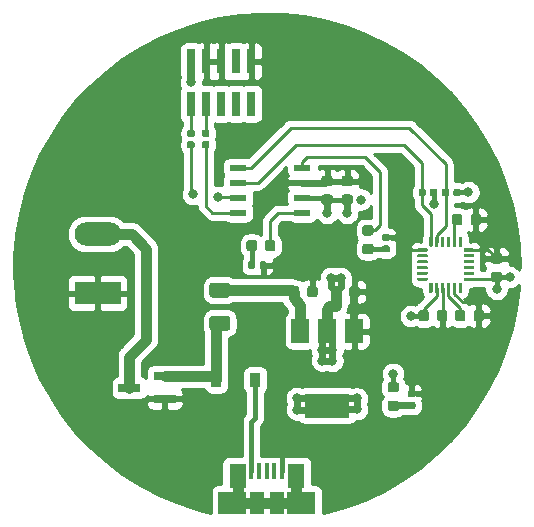
<source format=gbr>
G04 #@! TF.GenerationSoftware,KiCad,Pcbnew,(5.1.2-1)-1*
G04 #@! TF.CreationDate,2022-01-01T19:51:34+01:00*
G04 #@! TF.ProjectId,STM32G0_MPU6050_circle,53544d33-3247-4305-9f4d-505536303530,rev?*
G04 #@! TF.SameCoordinates,Original*
G04 #@! TF.FileFunction,Copper,L1,Top*
G04 #@! TF.FilePolarity,Positive*
%FSLAX46Y46*%
G04 Gerber Fmt 4.6, Leading zero omitted, Abs format (unit mm)*
G04 Created by KiCad (PCBNEW (5.1.2-1)-1) date 2022-01-01 19:51:34*
%MOMM*%
%LPD*%
G04 APERTURE LIST*
%ADD10R,1.454899X0.532600*%
%ADD11C,0.100000*%
%ADD12C,0.300000*%
%ADD13C,0.590000*%
%ADD14C,0.875000*%
%ADD15O,3.960000X1.980000*%
%ADD16R,3.960000X1.980000*%
%ADD17R,0.900000X1.200000*%
%ADD18R,1.500000X2.000000*%
%ADD19R,3.800000X2.000000*%
%ADD20R,1.900000X0.800000*%
%ADD21R,0.750000X2.100000*%
%ADD22R,1.175000X1.900000*%
%ADD23R,2.375000X1.900000*%
%ADD24R,1.475000X2.100000*%
%ADD25R,0.450000X1.380000*%
%ADD26C,1.250000*%
%ADD27C,0.800000*%
%ADD28C,0.400000*%
%ADD29C,0.600000*%
%ADD30C,0.250000*%
%ADD31C,0.700000*%
%ADD32C,0.900000*%
%ADD33C,0.254000*%
G04 APERTURE END LIST*
D10*
X176511052Y-91354200D03*
X176511052Y-90084200D03*
X176511052Y-88814200D03*
X176511052Y-87544200D03*
X181953748Y-87544200D03*
X181953748Y-88814200D03*
X181953748Y-90084200D03*
X181953748Y-91354200D03*
D11*
G36*
X192473351Y-94334361D02*
G01*
X192480632Y-94335441D01*
X192487771Y-94337229D01*
X192494701Y-94339709D01*
X192501355Y-94342856D01*
X192507668Y-94346640D01*
X192513579Y-94351024D01*
X192519033Y-94355967D01*
X192523976Y-94361421D01*
X192528360Y-94367332D01*
X192532144Y-94373645D01*
X192535291Y-94380299D01*
X192537771Y-94387229D01*
X192539559Y-94394368D01*
X192540639Y-94401649D01*
X192541000Y-94409000D01*
X192541000Y-94559000D01*
X192540639Y-94566351D01*
X192539559Y-94573632D01*
X192537771Y-94580771D01*
X192535291Y-94587701D01*
X192532144Y-94594355D01*
X192528360Y-94600668D01*
X192523976Y-94606579D01*
X192519033Y-94612033D01*
X192513579Y-94616976D01*
X192507668Y-94621360D01*
X192501355Y-94625144D01*
X192494701Y-94628291D01*
X192487771Y-94630771D01*
X192480632Y-94632559D01*
X192473351Y-94633639D01*
X192466000Y-94634000D01*
X191766000Y-94634000D01*
X191758649Y-94633639D01*
X191751368Y-94632559D01*
X191744229Y-94630771D01*
X191737299Y-94628291D01*
X191730645Y-94625144D01*
X191724332Y-94621360D01*
X191718421Y-94616976D01*
X191712967Y-94612033D01*
X191708024Y-94606579D01*
X191703640Y-94600668D01*
X191699856Y-94594355D01*
X191696709Y-94587701D01*
X191694229Y-94580771D01*
X191692441Y-94573632D01*
X191691361Y-94566351D01*
X191691000Y-94559000D01*
X191691000Y-94409000D01*
X191691361Y-94401649D01*
X191692441Y-94394368D01*
X191694229Y-94387229D01*
X191696709Y-94380299D01*
X191699856Y-94373645D01*
X191703640Y-94367332D01*
X191708024Y-94361421D01*
X191712967Y-94355967D01*
X191718421Y-94351024D01*
X191724332Y-94346640D01*
X191730645Y-94342856D01*
X191737299Y-94339709D01*
X191744229Y-94337229D01*
X191751368Y-94335441D01*
X191758649Y-94334361D01*
X191766000Y-94334000D01*
X192466000Y-94334000D01*
X192473351Y-94334361D01*
X192473351Y-94334361D01*
G37*
D12*
X192116000Y-94484000D03*
D11*
G36*
X192473351Y-94834361D02*
G01*
X192480632Y-94835441D01*
X192487771Y-94837229D01*
X192494701Y-94839709D01*
X192501355Y-94842856D01*
X192507668Y-94846640D01*
X192513579Y-94851024D01*
X192519033Y-94855967D01*
X192523976Y-94861421D01*
X192528360Y-94867332D01*
X192532144Y-94873645D01*
X192535291Y-94880299D01*
X192537771Y-94887229D01*
X192539559Y-94894368D01*
X192540639Y-94901649D01*
X192541000Y-94909000D01*
X192541000Y-95059000D01*
X192540639Y-95066351D01*
X192539559Y-95073632D01*
X192537771Y-95080771D01*
X192535291Y-95087701D01*
X192532144Y-95094355D01*
X192528360Y-95100668D01*
X192523976Y-95106579D01*
X192519033Y-95112033D01*
X192513579Y-95116976D01*
X192507668Y-95121360D01*
X192501355Y-95125144D01*
X192494701Y-95128291D01*
X192487771Y-95130771D01*
X192480632Y-95132559D01*
X192473351Y-95133639D01*
X192466000Y-95134000D01*
X191766000Y-95134000D01*
X191758649Y-95133639D01*
X191751368Y-95132559D01*
X191744229Y-95130771D01*
X191737299Y-95128291D01*
X191730645Y-95125144D01*
X191724332Y-95121360D01*
X191718421Y-95116976D01*
X191712967Y-95112033D01*
X191708024Y-95106579D01*
X191703640Y-95100668D01*
X191699856Y-95094355D01*
X191696709Y-95087701D01*
X191694229Y-95080771D01*
X191692441Y-95073632D01*
X191691361Y-95066351D01*
X191691000Y-95059000D01*
X191691000Y-94909000D01*
X191691361Y-94901649D01*
X191692441Y-94894368D01*
X191694229Y-94887229D01*
X191696709Y-94880299D01*
X191699856Y-94873645D01*
X191703640Y-94867332D01*
X191708024Y-94861421D01*
X191712967Y-94855967D01*
X191718421Y-94851024D01*
X191724332Y-94846640D01*
X191730645Y-94842856D01*
X191737299Y-94839709D01*
X191744229Y-94837229D01*
X191751368Y-94835441D01*
X191758649Y-94834361D01*
X191766000Y-94834000D01*
X192466000Y-94834000D01*
X192473351Y-94834361D01*
X192473351Y-94834361D01*
G37*
D12*
X192116000Y-94984000D03*
D11*
G36*
X192473351Y-95334361D02*
G01*
X192480632Y-95335441D01*
X192487771Y-95337229D01*
X192494701Y-95339709D01*
X192501355Y-95342856D01*
X192507668Y-95346640D01*
X192513579Y-95351024D01*
X192519033Y-95355967D01*
X192523976Y-95361421D01*
X192528360Y-95367332D01*
X192532144Y-95373645D01*
X192535291Y-95380299D01*
X192537771Y-95387229D01*
X192539559Y-95394368D01*
X192540639Y-95401649D01*
X192541000Y-95409000D01*
X192541000Y-95559000D01*
X192540639Y-95566351D01*
X192539559Y-95573632D01*
X192537771Y-95580771D01*
X192535291Y-95587701D01*
X192532144Y-95594355D01*
X192528360Y-95600668D01*
X192523976Y-95606579D01*
X192519033Y-95612033D01*
X192513579Y-95616976D01*
X192507668Y-95621360D01*
X192501355Y-95625144D01*
X192494701Y-95628291D01*
X192487771Y-95630771D01*
X192480632Y-95632559D01*
X192473351Y-95633639D01*
X192466000Y-95634000D01*
X191766000Y-95634000D01*
X191758649Y-95633639D01*
X191751368Y-95632559D01*
X191744229Y-95630771D01*
X191737299Y-95628291D01*
X191730645Y-95625144D01*
X191724332Y-95621360D01*
X191718421Y-95616976D01*
X191712967Y-95612033D01*
X191708024Y-95606579D01*
X191703640Y-95600668D01*
X191699856Y-95594355D01*
X191696709Y-95587701D01*
X191694229Y-95580771D01*
X191692441Y-95573632D01*
X191691361Y-95566351D01*
X191691000Y-95559000D01*
X191691000Y-95409000D01*
X191691361Y-95401649D01*
X191692441Y-95394368D01*
X191694229Y-95387229D01*
X191696709Y-95380299D01*
X191699856Y-95373645D01*
X191703640Y-95367332D01*
X191708024Y-95361421D01*
X191712967Y-95355967D01*
X191718421Y-95351024D01*
X191724332Y-95346640D01*
X191730645Y-95342856D01*
X191737299Y-95339709D01*
X191744229Y-95337229D01*
X191751368Y-95335441D01*
X191758649Y-95334361D01*
X191766000Y-95334000D01*
X192466000Y-95334000D01*
X192473351Y-95334361D01*
X192473351Y-95334361D01*
G37*
D12*
X192116000Y-95484000D03*
D11*
G36*
X192473351Y-95834361D02*
G01*
X192480632Y-95835441D01*
X192487771Y-95837229D01*
X192494701Y-95839709D01*
X192501355Y-95842856D01*
X192507668Y-95846640D01*
X192513579Y-95851024D01*
X192519033Y-95855967D01*
X192523976Y-95861421D01*
X192528360Y-95867332D01*
X192532144Y-95873645D01*
X192535291Y-95880299D01*
X192537771Y-95887229D01*
X192539559Y-95894368D01*
X192540639Y-95901649D01*
X192541000Y-95909000D01*
X192541000Y-96059000D01*
X192540639Y-96066351D01*
X192539559Y-96073632D01*
X192537771Y-96080771D01*
X192535291Y-96087701D01*
X192532144Y-96094355D01*
X192528360Y-96100668D01*
X192523976Y-96106579D01*
X192519033Y-96112033D01*
X192513579Y-96116976D01*
X192507668Y-96121360D01*
X192501355Y-96125144D01*
X192494701Y-96128291D01*
X192487771Y-96130771D01*
X192480632Y-96132559D01*
X192473351Y-96133639D01*
X192466000Y-96134000D01*
X191766000Y-96134000D01*
X191758649Y-96133639D01*
X191751368Y-96132559D01*
X191744229Y-96130771D01*
X191737299Y-96128291D01*
X191730645Y-96125144D01*
X191724332Y-96121360D01*
X191718421Y-96116976D01*
X191712967Y-96112033D01*
X191708024Y-96106579D01*
X191703640Y-96100668D01*
X191699856Y-96094355D01*
X191696709Y-96087701D01*
X191694229Y-96080771D01*
X191692441Y-96073632D01*
X191691361Y-96066351D01*
X191691000Y-96059000D01*
X191691000Y-95909000D01*
X191691361Y-95901649D01*
X191692441Y-95894368D01*
X191694229Y-95887229D01*
X191696709Y-95880299D01*
X191699856Y-95873645D01*
X191703640Y-95867332D01*
X191708024Y-95861421D01*
X191712967Y-95855967D01*
X191718421Y-95851024D01*
X191724332Y-95846640D01*
X191730645Y-95842856D01*
X191737299Y-95839709D01*
X191744229Y-95837229D01*
X191751368Y-95835441D01*
X191758649Y-95834361D01*
X191766000Y-95834000D01*
X192466000Y-95834000D01*
X192473351Y-95834361D01*
X192473351Y-95834361D01*
G37*
D12*
X192116000Y-95984000D03*
D11*
G36*
X192473351Y-96334361D02*
G01*
X192480632Y-96335441D01*
X192487771Y-96337229D01*
X192494701Y-96339709D01*
X192501355Y-96342856D01*
X192507668Y-96346640D01*
X192513579Y-96351024D01*
X192519033Y-96355967D01*
X192523976Y-96361421D01*
X192528360Y-96367332D01*
X192532144Y-96373645D01*
X192535291Y-96380299D01*
X192537771Y-96387229D01*
X192539559Y-96394368D01*
X192540639Y-96401649D01*
X192541000Y-96409000D01*
X192541000Y-96559000D01*
X192540639Y-96566351D01*
X192539559Y-96573632D01*
X192537771Y-96580771D01*
X192535291Y-96587701D01*
X192532144Y-96594355D01*
X192528360Y-96600668D01*
X192523976Y-96606579D01*
X192519033Y-96612033D01*
X192513579Y-96616976D01*
X192507668Y-96621360D01*
X192501355Y-96625144D01*
X192494701Y-96628291D01*
X192487771Y-96630771D01*
X192480632Y-96632559D01*
X192473351Y-96633639D01*
X192466000Y-96634000D01*
X191766000Y-96634000D01*
X191758649Y-96633639D01*
X191751368Y-96632559D01*
X191744229Y-96630771D01*
X191737299Y-96628291D01*
X191730645Y-96625144D01*
X191724332Y-96621360D01*
X191718421Y-96616976D01*
X191712967Y-96612033D01*
X191708024Y-96606579D01*
X191703640Y-96600668D01*
X191699856Y-96594355D01*
X191696709Y-96587701D01*
X191694229Y-96580771D01*
X191692441Y-96573632D01*
X191691361Y-96566351D01*
X191691000Y-96559000D01*
X191691000Y-96409000D01*
X191691361Y-96401649D01*
X191692441Y-96394368D01*
X191694229Y-96387229D01*
X191696709Y-96380299D01*
X191699856Y-96373645D01*
X191703640Y-96367332D01*
X191708024Y-96361421D01*
X191712967Y-96355967D01*
X191718421Y-96351024D01*
X191724332Y-96346640D01*
X191730645Y-96342856D01*
X191737299Y-96339709D01*
X191744229Y-96337229D01*
X191751368Y-96335441D01*
X191758649Y-96334361D01*
X191766000Y-96334000D01*
X192466000Y-96334000D01*
X192473351Y-96334361D01*
X192473351Y-96334361D01*
G37*
D12*
X192116000Y-96484000D03*
D11*
G36*
X192473351Y-96834361D02*
G01*
X192480632Y-96835441D01*
X192487771Y-96837229D01*
X192494701Y-96839709D01*
X192501355Y-96842856D01*
X192507668Y-96846640D01*
X192513579Y-96851024D01*
X192519033Y-96855967D01*
X192523976Y-96861421D01*
X192528360Y-96867332D01*
X192532144Y-96873645D01*
X192535291Y-96880299D01*
X192537771Y-96887229D01*
X192539559Y-96894368D01*
X192540639Y-96901649D01*
X192541000Y-96909000D01*
X192541000Y-97059000D01*
X192540639Y-97066351D01*
X192539559Y-97073632D01*
X192537771Y-97080771D01*
X192535291Y-97087701D01*
X192532144Y-97094355D01*
X192528360Y-97100668D01*
X192523976Y-97106579D01*
X192519033Y-97112033D01*
X192513579Y-97116976D01*
X192507668Y-97121360D01*
X192501355Y-97125144D01*
X192494701Y-97128291D01*
X192487771Y-97130771D01*
X192480632Y-97132559D01*
X192473351Y-97133639D01*
X192466000Y-97134000D01*
X191766000Y-97134000D01*
X191758649Y-97133639D01*
X191751368Y-97132559D01*
X191744229Y-97130771D01*
X191737299Y-97128291D01*
X191730645Y-97125144D01*
X191724332Y-97121360D01*
X191718421Y-97116976D01*
X191712967Y-97112033D01*
X191708024Y-97106579D01*
X191703640Y-97100668D01*
X191699856Y-97094355D01*
X191696709Y-97087701D01*
X191694229Y-97080771D01*
X191692441Y-97073632D01*
X191691361Y-97066351D01*
X191691000Y-97059000D01*
X191691000Y-96909000D01*
X191691361Y-96901649D01*
X191692441Y-96894368D01*
X191694229Y-96887229D01*
X191696709Y-96880299D01*
X191699856Y-96873645D01*
X191703640Y-96867332D01*
X191708024Y-96861421D01*
X191712967Y-96855967D01*
X191718421Y-96851024D01*
X191724332Y-96846640D01*
X191730645Y-96842856D01*
X191737299Y-96839709D01*
X191744229Y-96837229D01*
X191751368Y-96835441D01*
X191758649Y-96834361D01*
X191766000Y-96834000D01*
X192466000Y-96834000D01*
X192473351Y-96834361D01*
X192473351Y-96834361D01*
G37*
D12*
X192116000Y-96984000D03*
D11*
G36*
X192898351Y-97259361D02*
G01*
X192905632Y-97260441D01*
X192912771Y-97262229D01*
X192919701Y-97264709D01*
X192926355Y-97267856D01*
X192932668Y-97271640D01*
X192938579Y-97276024D01*
X192944033Y-97280967D01*
X192948976Y-97286421D01*
X192953360Y-97292332D01*
X192957144Y-97298645D01*
X192960291Y-97305299D01*
X192962771Y-97312229D01*
X192964559Y-97319368D01*
X192965639Y-97326649D01*
X192966000Y-97334000D01*
X192966000Y-98034000D01*
X192965639Y-98041351D01*
X192964559Y-98048632D01*
X192962771Y-98055771D01*
X192960291Y-98062701D01*
X192957144Y-98069355D01*
X192953360Y-98075668D01*
X192948976Y-98081579D01*
X192944033Y-98087033D01*
X192938579Y-98091976D01*
X192932668Y-98096360D01*
X192926355Y-98100144D01*
X192919701Y-98103291D01*
X192912771Y-98105771D01*
X192905632Y-98107559D01*
X192898351Y-98108639D01*
X192891000Y-98109000D01*
X192741000Y-98109000D01*
X192733649Y-98108639D01*
X192726368Y-98107559D01*
X192719229Y-98105771D01*
X192712299Y-98103291D01*
X192705645Y-98100144D01*
X192699332Y-98096360D01*
X192693421Y-98091976D01*
X192687967Y-98087033D01*
X192683024Y-98081579D01*
X192678640Y-98075668D01*
X192674856Y-98069355D01*
X192671709Y-98062701D01*
X192669229Y-98055771D01*
X192667441Y-98048632D01*
X192666361Y-98041351D01*
X192666000Y-98034000D01*
X192666000Y-97334000D01*
X192666361Y-97326649D01*
X192667441Y-97319368D01*
X192669229Y-97312229D01*
X192671709Y-97305299D01*
X192674856Y-97298645D01*
X192678640Y-97292332D01*
X192683024Y-97286421D01*
X192687967Y-97280967D01*
X192693421Y-97276024D01*
X192699332Y-97271640D01*
X192705645Y-97267856D01*
X192712299Y-97264709D01*
X192719229Y-97262229D01*
X192726368Y-97260441D01*
X192733649Y-97259361D01*
X192741000Y-97259000D01*
X192891000Y-97259000D01*
X192898351Y-97259361D01*
X192898351Y-97259361D01*
G37*
D12*
X192816000Y-97684000D03*
D11*
G36*
X193398351Y-97259361D02*
G01*
X193405632Y-97260441D01*
X193412771Y-97262229D01*
X193419701Y-97264709D01*
X193426355Y-97267856D01*
X193432668Y-97271640D01*
X193438579Y-97276024D01*
X193444033Y-97280967D01*
X193448976Y-97286421D01*
X193453360Y-97292332D01*
X193457144Y-97298645D01*
X193460291Y-97305299D01*
X193462771Y-97312229D01*
X193464559Y-97319368D01*
X193465639Y-97326649D01*
X193466000Y-97334000D01*
X193466000Y-98034000D01*
X193465639Y-98041351D01*
X193464559Y-98048632D01*
X193462771Y-98055771D01*
X193460291Y-98062701D01*
X193457144Y-98069355D01*
X193453360Y-98075668D01*
X193448976Y-98081579D01*
X193444033Y-98087033D01*
X193438579Y-98091976D01*
X193432668Y-98096360D01*
X193426355Y-98100144D01*
X193419701Y-98103291D01*
X193412771Y-98105771D01*
X193405632Y-98107559D01*
X193398351Y-98108639D01*
X193391000Y-98109000D01*
X193241000Y-98109000D01*
X193233649Y-98108639D01*
X193226368Y-98107559D01*
X193219229Y-98105771D01*
X193212299Y-98103291D01*
X193205645Y-98100144D01*
X193199332Y-98096360D01*
X193193421Y-98091976D01*
X193187967Y-98087033D01*
X193183024Y-98081579D01*
X193178640Y-98075668D01*
X193174856Y-98069355D01*
X193171709Y-98062701D01*
X193169229Y-98055771D01*
X193167441Y-98048632D01*
X193166361Y-98041351D01*
X193166000Y-98034000D01*
X193166000Y-97334000D01*
X193166361Y-97326649D01*
X193167441Y-97319368D01*
X193169229Y-97312229D01*
X193171709Y-97305299D01*
X193174856Y-97298645D01*
X193178640Y-97292332D01*
X193183024Y-97286421D01*
X193187967Y-97280967D01*
X193193421Y-97276024D01*
X193199332Y-97271640D01*
X193205645Y-97267856D01*
X193212299Y-97264709D01*
X193219229Y-97262229D01*
X193226368Y-97260441D01*
X193233649Y-97259361D01*
X193241000Y-97259000D01*
X193391000Y-97259000D01*
X193398351Y-97259361D01*
X193398351Y-97259361D01*
G37*
D12*
X193316000Y-97684000D03*
D11*
G36*
X193898351Y-97259361D02*
G01*
X193905632Y-97260441D01*
X193912771Y-97262229D01*
X193919701Y-97264709D01*
X193926355Y-97267856D01*
X193932668Y-97271640D01*
X193938579Y-97276024D01*
X193944033Y-97280967D01*
X193948976Y-97286421D01*
X193953360Y-97292332D01*
X193957144Y-97298645D01*
X193960291Y-97305299D01*
X193962771Y-97312229D01*
X193964559Y-97319368D01*
X193965639Y-97326649D01*
X193966000Y-97334000D01*
X193966000Y-98034000D01*
X193965639Y-98041351D01*
X193964559Y-98048632D01*
X193962771Y-98055771D01*
X193960291Y-98062701D01*
X193957144Y-98069355D01*
X193953360Y-98075668D01*
X193948976Y-98081579D01*
X193944033Y-98087033D01*
X193938579Y-98091976D01*
X193932668Y-98096360D01*
X193926355Y-98100144D01*
X193919701Y-98103291D01*
X193912771Y-98105771D01*
X193905632Y-98107559D01*
X193898351Y-98108639D01*
X193891000Y-98109000D01*
X193741000Y-98109000D01*
X193733649Y-98108639D01*
X193726368Y-98107559D01*
X193719229Y-98105771D01*
X193712299Y-98103291D01*
X193705645Y-98100144D01*
X193699332Y-98096360D01*
X193693421Y-98091976D01*
X193687967Y-98087033D01*
X193683024Y-98081579D01*
X193678640Y-98075668D01*
X193674856Y-98069355D01*
X193671709Y-98062701D01*
X193669229Y-98055771D01*
X193667441Y-98048632D01*
X193666361Y-98041351D01*
X193666000Y-98034000D01*
X193666000Y-97334000D01*
X193666361Y-97326649D01*
X193667441Y-97319368D01*
X193669229Y-97312229D01*
X193671709Y-97305299D01*
X193674856Y-97298645D01*
X193678640Y-97292332D01*
X193683024Y-97286421D01*
X193687967Y-97280967D01*
X193693421Y-97276024D01*
X193699332Y-97271640D01*
X193705645Y-97267856D01*
X193712299Y-97264709D01*
X193719229Y-97262229D01*
X193726368Y-97260441D01*
X193733649Y-97259361D01*
X193741000Y-97259000D01*
X193891000Y-97259000D01*
X193898351Y-97259361D01*
X193898351Y-97259361D01*
G37*
D12*
X193816000Y-97684000D03*
D11*
G36*
X194398351Y-97259361D02*
G01*
X194405632Y-97260441D01*
X194412771Y-97262229D01*
X194419701Y-97264709D01*
X194426355Y-97267856D01*
X194432668Y-97271640D01*
X194438579Y-97276024D01*
X194444033Y-97280967D01*
X194448976Y-97286421D01*
X194453360Y-97292332D01*
X194457144Y-97298645D01*
X194460291Y-97305299D01*
X194462771Y-97312229D01*
X194464559Y-97319368D01*
X194465639Y-97326649D01*
X194466000Y-97334000D01*
X194466000Y-98034000D01*
X194465639Y-98041351D01*
X194464559Y-98048632D01*
X194462771Y-98055771D01*
X194460291Y-98062701D01*
X194457144Y-98069355D01*
X194453360Y-98075668D01*
X194448976Y-98081579D01*
X194444033Y-98087033D01*
X194438579Y-98091976D01*
X194432668Y-98096360D01*
X194426355Y-98100144D01*
X194419701Y-98103291D01*
X194412771Y-98105771D01*
X194405632Y-98107559D01*
X194398351Y-98108639D01*
X194391000Y-98109000D01*
X194241000Y-98109000D01*
X194233649Y-98108639D01*
X194226368Y-98107559D01*
X194219229Y-98105771D01*
X194212299Y-98103291D01*
X194205645Y-98100144D01*
X194199332Y-98096360D01*
X194193421Y-98091976D01*
X194187967Y-98087033D01*
X194183024Y-98081579D01*
X194178640Y-98075668D01*
X194174856Y-98069355D01*
X194171709Y-98062701D01*
X194169229Y-98055771D01*
X194167441Y-98048632D01*
X194166361Y-98041351D01*
X194166000Y-98034000D01*
X194166000Y-97334000D01*
X194166361Y-97326649D01*
X194167441Y-97319368D01*
X194169229Y-97312229D01*
X194171709Y-97305299D01*
X194174856Y-97298645D01*
X194178640Y-97292332D01*
X194183024Y-97286421D01*
X194187967Y-97280967D01*
X194193421Y-97276024D01*
X194199332Y-97271640D01*
X194205645Y-97267856D01*
X194212299Y-97264709D01*
X194219229Y-97262229D01*
X194226368Y-97260441D01*
X194233649Y-97259361D01*
X194241000Y-97259000D01*
X194391000Y-97259000D01*
X194398351Y-97259361D01*
X194398351Y-97259361D01*
G37*
D12*
X194316000Y-97684000D03*
D11*
G36*
X194898351Y-97259361D02*
G01*
X194905632Y-97260441D01*
X194912771Y-97262229D01*
X194919701Y-97264709D01*
X194926355Y-97267856D01*
X194932668Y-97271640D01*
X194938579Y-97276024D01*
X194944033Y-97280967D01*
X194948976Y-97286421D01*
X194953360Y-97292332D01*
X194957144Y-97298645D01*
X194960291Y-97305299D01*
X194962771Y-97312229D01*
X194964559Y-97319368D01*
X194965639Y-97326649D01*
X194966000Y-97334000D01*
X194966000Y-98034000D01*
X194965639Y-98041351D01*
X194964559Y-98048632D01*
X194962771Y-98055771D01*
X194960291Y-98062701D01*
X194957144Y-98069355D01*
X194953360Y-98075668D01*
X194948976Y-98081579D01*
X194944033Y-98087033D01*
X194938579Y-98091976D01*
X194932668Y-98096360D01*
X194926355Y-98100144D01*
X194919701Y-98103291D01*
X194912771Y-98105771D01*
X194905632Y-98107559D01*
X194898351Y-98108639D01*
X194891000Y-98109000D01*
X194741000Y-98109000D01*
X194733649Y-98108639D01*
X194726368Y-98107559D01*
X194719229Y-98105771D01*
X194712299Y-98103291D01*
X194705645Y-98100144D01*
X194699332Y-98096360D01*
X194693421Y-98091976D01*
X194687967Y-98087033D01*
X194683024Y-98081579D01*
X194678640Y-98075668D01*
X194674856Y-98069355D01*
X194671709Y-98062701D01*
X194669229Y-98055771D01*
X194667441Y-98048632D01*
X194666361Y-98041351D01*
X194666000Y-98034000D01*
X194666000Y-97334000D01*
X194666361Y-97326649D01*
X194667441Y-97319368D01*
X194669229Y-97312229D01*
X194671709Y-97305299D01*
X194674856Y-97298645D01*
X194678640Y-97292332D01*
X194683024Y-97286421D01*
X194687967Y-97280967D01*
X194693421Y-97276024D01*
X194699332Y-97271640D01*
X194705645Y-97267856D01*
X194712299Y-97264709D01*
X194719229Y-97262229D01*
X194726368Y-97260441D01*
X194733649Y-97259361D01*
X194741000Y-97259000D01*
X194891000Y-97259000D01*
X194898351Y-97259361D01*
X194898351Y-97259361D01*
G37*
D12*
X194816000Y-97684000D03*
D11*
G36*
X195398351Y-97259361D02*
G01*
X195405632Y-97260441D01*
X195412771Y-97262229D01*
X195419701Y-97264709D01*
X195426355Y-97267856D01*
X195432668Y-97271640D01*
X195438579Y-97276024D01*
X195444033Y-97280967D01*
X195448976Y-97286421D01*
X195453360Y-97292332D01*
X195457144Y-97298645D01*
X195460291Y-97305299D01*
X195462771Y-97312229D01*
X195464559Y-97319368D01*
X195465639Y-97326649D01*
X195466000Y-97334000D01*
X195466000Y-98034000D01*
X195465639Y-98041351D01*
X195464559Y-98048632D01*
X195462771Y-98055771D01*
X195460291Y-98062701D01*
X195457144Y-98069355D01*
X195453360Y-98075668D01*
X195448976Y-98081579D01*
X195444033Y-98087033D01*
X195438579Y-98091976D01*
X195432668Y-98096360D01*
X195426355Y-98100144D01*
X195419701Y-98103291D01*
X195412771Y-98105771D01*
X195405632Y-98107559D01*
X195398351Y-98108639D01*
X195391000Y-98109000D01*
X195241000Y-98109000D01*
X195233649Y-98108639D01*
X195226368Y-98107559D01*
X195219229Y-98105771D01*
X195212299Y-98103291D01*
X195205645Y-98100144D01*
X195199332Y-98096360D01*
X195193421Y-98091976D01*
X195187967Y-98087033D01*
X195183024Y-98081579D01*
X195178640Y-98075668D01*
X195174856Y-98069355D01*
X195171709Y-98062701D01*
X195169229Y-98055771D01*
X195167441Y-98048632D01*
X195166361Y-98041351D01*
X195166000Y-98034000D01*
X195166000Y-97334000D01*
X195166361Y-97326649D01*
X195167441Y-97319368D01*
X195169229Y-97312229D01*
X195171709Y-97305299D01*
X195174856Y-97298645D01*
X195178640Y-97292332D01*
X195183024Y-97286421D01*
X195187967Y-97280967D01*
X195193421Y-97276024D01*
X195199332Y-97271640D01*
X195205645Y-97267856D01*
X195212299Y-97264709D01*
X195219229Y-97262229D01*
X195226368Y-97260441D01*
X195233649Y-97259361D01*
X195241000Y-97259000D01*
X195391000Y-97259000D01*
X195398351Y-97259361D01*
X195398351Y-97259361D01*
G37*
D12*
X195316000Y-97684000D03*
D11*
G36*
X196373351Y-96834361D02*
G01*
X196380632Y-96835441D01*
X196387771Y-96837229D01*
X196394701Y-96839709D01*
X196401355Y-96842856D01*
X196407668Y-96846640D01*
X196413579Y-96851024D01*
X196419033Y-96855967D01*
X196423976Y-96861421D01*
X196428360Y-96867332D01*
X196432144Y-96873645D01*
X196435291Y-96880299D01*
X196437771Y-96887229D01*
X196439559Y-96894368D01*
X196440639Y-96901649D01*
X196441000Y-96909000D01*
X196441000Y-97059000D01*
X196440639Y-97066351D01*
X196439559Y-97073632D01*
X196437771Y-97080771D01*
X196435291Y-97087701D01*
X196432144Y-97094355D01*
X196428360Y-97100668D01*
X196423976Y-97106579D01*
X196419033Y-97112033D01*
X196413579Y-97116976D01*
X196407668Y-97121360D01*
X196401355Y-97125144D01*
X196394701Y-97128291D01*
X196387771Y-97130771D01*
X196380632Y-97132559D01*
X196373351Y-97133639D01*
X196366000Y-97134000D01*
X195666000Y-97134000D01*
X195658649Y-97133639D01*
X195651368Y-97132559D01*
X195644229Y-97130771D01*
X195637299Y-97128291D01*
X195630645Y-97125144D01*
X195624332Y-97121360D01*
X195618421Y-97116976D01*
X195612967Y-97112033D01*
X195608024Y-97106579D01*
X195603640Y-97100668D01*
X195599856Y-97094355D01*
X195596709Y-97087701D01*
X195594229Y-97080771D01*
X195592441Y-97073632D01*
X195591361Y-97066351D01*
X195591000Y-97059000D01*
X195591000Y-96909000D01*
X195591361Y-96901649D01*
X195592441Y-96894368D01*
X195594229Y-96887229D01*
X195596709Y-96880299D01*
X195599856Y-96873645D01*
X195603640Y-96867332D01*
X195608024Y-96861421D01*
X195612967Y-96855967D01*
X195618421Y-96851024D01*
X195624332Y-96846640D01*
X195630645Y-96842856D01*
X195637299Y-96839709D01*
X195644229Y-96837229D01*
X195651368Y-96835441D01*
X195658649Y-96834361D01*
X195666000Y-96834000D01*
X196366000Y-96834000D01*
X196373351Y-96834361D01*
X196373351Y-96834361D01*
G37*
D12*
X196016000Y-96984000D03*
D11*
G36*
X196373351Y-96334361D02*
G01*
X196380632Y-96335441D01*
X196387771Y-96337229D01*
X196394701Y-96339709D01*
X196401355Y-96342856D01*
X196407668Y-96346640D01*
X196413579Y-96351024D01*
X196419033Y-96355967D01*
X196423976Y-96361421D01*
X196428360Y-96367332D01*
X196432144Y-96373645D01*
X196435291Y-96380299D01*
X196437771Y-96387229D01*
X196439559Y-96394368D01*
X196440639Y-96401649D01*
X196441000Y-96409000D01*
X196441000Y-96559000D01*
X196440639Y-96566351D01*
X196439559Y-96573632D01*
X196437771Y-96580771D01*
X196435291Y-96587701D01*
X196432144Y-96594355D01*
X196428360Y-96600668D01*
X196423976Y-96606579D01*
X196419033Y-96612033D01*
X196413579Y-96616976D01*
X196407668Y-96621360D01*
X196401355Y-96625144D01*
X196394701Y-96628291D01*
X196387771Y-96630771D01*
X196380632Y-96632559D01*
X196373351Y-96633639D01*
X196366000Y-96634000D01*
X195666000Y-96634000D01*
X195658649Y-96633639D01*
X195651368Y-96632559D01*
X195644229Y-96630771D01*
X195637299Y-96628291D01*
X195630645Y-96625144D01*
X195624332Y-96621360D01*
X195618421Y-96616976D01*
X195612967Y-96612033D01*
X195608024Y-96606579D01*
X195603640Y-96600668D01*
X195599856Y-96594355D01*
X195596709Y-96587701D01*
X195594229Y-96580771D01*
X195592441Y-96573632D01*
X195591361Y-96566351D01*
X195591000Y-96559000D01*
X195591000Y-96409000D01*
X195591361Y-96401649D01*
X195592441Y-96394368D01*
X195594229Y-96387229D01*
X195596709Y-96380299D01*
X195599856Y-96373645D01*
X195603640Y-96367332D01*
X195608024Y-96361421D01*
X195612967Y-96355967D01*
X195618421Y-96351024D01*
X195624332Y-96346640D01*
X195630645Y-96342856D01*
X195637299Y-96339709D01*
X195644229Y-96337229D01*
X195651368Y-96335441D01*
X195658649Y-96334361D01*
X195666000Y-96334000D01*
X196366000Y-96334000D01*
X196373351Y-96334361D01*
X196373351Y-96334361D01*
G37*
D12*
X196016000Y-96484000D03*
D11*
G36*
X196373351Y-95834361D02*
G01*
X196380632Y-95835441D01*
X196387771Y-95837229D01*
X196394701Y-95839709D01*
X196401355Y-95842856D01*
X196407668Y-95846640D01*
X196413579Y-95851024D01*
X196419033Y-95855967D01*
X196423976Y-95861421D01*
X196428360Y-95867332D01*
X196432144Y-95873645D01*
X196435291Y-95880299D01*
X196437771Y-95887229D01*
X196439559Y-95894368D01*
X196440639Y-95901649D01*
X196441000Y-95909000D01*
X196441000Y-96059000D01*
X196440639Y-96066351D01*
X196439559Y-96073632D01*
X196437771Y-96080771D01*
X196435291Y-96087701D01*
X196432144Y-96094355D01*
X196428360Y-96100668D01*
X196423976Y-96106579D01*
X196419033Y-96112033D01*
X196413579Y-96116976D01*
X196407668Y-96121360D01*
X196401355Y-96125144D01*
X196394701Y-96128291D01*
X196387771Y-96130771D01*
X196380632Y-96132559D01*
X196373351Y-96133639D01*
X196366000Y-96134000D01*
X195666000Y-96134000D01*
X195658649Y-96133639D01*
X195651368Y-96132559D01*
X195644229Y-96130771D01*
X195637299Y-96128291D01*
X195630645Y-96125144D01*
X195624332Y-96121360D01*
X195618421Y-96116976D01*
X195612967Y-96112033D01*
X195608024Y-96106579D01*
X195603640Y-96100668D01*
X195599856Y-96094355D01*
X195596709Y-96087701D01*
X195594229Y-96080771D01*
X195592441Y-96073632D01*
X195591361Y-96066351D01*
X195591000Y-96059000D01*
X195591000Y-95909000D01*
X195591361Y-95901649D01*
X195592441Y-95894368D01*
X195594229Y-95887229D01*
X195596709Y-95880299D01*
X195599856Y-95873645D01*
X195603640Y-95867332D01*
X195608024Y-95861421D01*
X195612967Y-95855967D01*
X195618421Y-95851024D01*
X195624332Y-95846640D01*
X195630645Y-95842856D01*
X195637299Y-95839709D01*
X195644229Y-95837229D01*
X195651368Y-95835441D01*
X195658649Y-95834361D01*
X195666000Y-95834000D01*
X196366000Y-95834000D01*
X196373351Y-95834361D01*
X196373351Y-95834361D01*
G37*
D12*
X196016000Y-95984000D03*
D11*
G36*
X196373351Y-95334361D02*
G01*
X196380632Y-95335441D01*
X196387771Y-95337229D01*
X196394701Y-95339709D01*
X196401355Y-95342856D01*
X196407668Y-95346640D01*
X196413579Y-95351024D01*
X196419033Y-95355967D01*
X196423976Y-95361421D01*
X196428360Y-95367332D01*
X196432144Y-95373645D01*
X196435291Y-95380299D01*
X196437771Y-95387229D01*
X196439559Y-95394368D01*
X196440639Y-95401649D01*
X196441000Y-95409000D01*
X196441000Y-95559000D01*
X196440639Y-95566351D01*
X196439559Y-95573632D01*
X196437771Y-95580771D01*
X196435291Y-95587701D01*
X196432144Y-95594355D01*
X196428360Y-95600668D01*
X196423976Y-95606579D01*
X196419033Y-95612033D01*
X196413579Y-95616976D01*
X196407668Y-95621360D01*
X196401355Y-95625144D01*
X196394701Y-95628291D01*
X196387771Y-95630771D01*
X196380632Y-95632559D01*
X196373351Y-95633639D01*
X196366000Y-95634000D01*
X195666000Y-95634000D01*
X195658649Y-95633639D01*
X195651368Y-95632559D01*
X195644229Y-95630771D01*
X195637299Y-95628291D01*
X195630645Y-95625144D01*
X195624332Y-95621360D01*
X195618421Y-95616976D01*
X195612967Y-95612033D01*
X195608024Y-95606579D01*
X195603640Y-95600668D01*
X195599856Y-95594355D01*
X195596709Y-95587701D01*
X195594229Y-95580771D01*
X195592441Y-95573632D01*
X195591361Y-95566351D01*
X195591000Y-95559000D01*
X195591000Y-95409000D01*
X195591361Y-95401649D01*
X195592441Y-95394368D01*
X195594229Y-95387229D01*
X195596709Y-95380299D01*
X195599856Y-95373645D01*
X195603640Y-95367332D01*
X195608024Y-95361421D01*
X195612967Y-95355967D01*
X195618421Y-95351024D01*
X195624332Y-95346640D01*
X195630645Y-95342856D01*
X195637299Y-95339709D01*
X195644229Y-95337229D01*
X195651368Y-95335441D01*
X195658649Y-95334361D01*
X195666000Y-95334000D01*
X196366000Y-95334000D01*
X196373351Y-95334361D01*
X196373351Y-95334361D01*
G37*
D12*
X196016000Y-95484000D03*
D11*
G36*
X196373351Y-94834361D02*
G01*
X196380632Y-94835441D01*
X196387771Y-94837229D01*
X196394701Y-94839709D01*
X196401355Y-94842856D01*
X196407668Y-94846640D01*
X196413579Y-94851024D01*
X196419033Y-94855967D01*
X196423976Y-94861421D01*
X196428360Y-94867332D01*
X196432144Y-94873645D01*
X196435291Y-94880299D01*
X196437771Y-94887229D01*
X196439559Y-94894368D01*
X196440639Y-94901649D01*
X196441000Y-94909000D01*
X196441000Y-95059000D01*
X196440639Y-95066351D01*
X196439559Y-95073632D01*
X196437771Y-95080771D01*
X196435291Y-95087701D01*
X196432144Y-95094355D01*
X196428360Y-95100668D01*
X196423976Y-95106579D01*
X196419033Y-95112033D01*
X196413579Y-95116976D01*
X196407668Y-95121360D01*
X196401355Y-95125144D01*
X196394701Y-95128291D01*
X196387771Y-95130771D01*
X196380632Y-95132559D01*
X196373351Y-95133639D01*
X196366000Y-95134000D01*
X195666000Y-95134000D01*
X195658649Y-95133639D01*
X195651368Y-95132559D01*
X195644229Y-95130771D01*
X195637299Y-95128291D01*
X195630645Y-95125144D01*
X195624332Y-95121360D01*
X195618421Y-95116976D01*
X195612967Y-95112033D01*
X195608024Y-95106579D01*
X195603640Y-95100668D01*
X195599856Y-95094355D01*
X195596709Y-95087701D01*
X195594229Y-95080771D01*
X195592441Y-95073632D01*
X195591361Y-95066351D01*
X195591000Y-95059000D01*
X195591000Y-94909000D01*
X195591361Y-94901649D01*
X195592441Y-94894368D01*
X195594229Y-94887229D01*
X195596709Y-94880299D01*
X195599856Y-94873645D01*
X195603640Y-94867332D01*
X195608024Y-94861421D01*
X195612967Y-94855967D01*
X195618421Y-94851024D01*
X195624332Y-94846640D01*
X195630645Y-94842856D01*
X195637299Y-94839709D01*
X195644229Y-94837229D01*
X195651368Y-94835441D01*
X195658649Y-94834361D01*
X195666000Y-94834000D01*
X196366000Y-94834000D01*
X196373351Y-94834361D01*
X196373351Y-94834361D01*
G37*
D12*
X196016000Y-94984000D03*
D11*
G36*
X196373351Y-94334361D02*
G01*
X196380632Y-94335441D01*
X196387771Y-94337229D01*
X196394701Y-94339709D01*
X196401355Y-94342856D01*
X196407668Y-94346640D01*
X196413579Y-94351024D01*
X196419033Y-94355967D01*
X196423976Y-94361421D01*
X196428360Y-94367332D01*
X196432144Y-94373645D01*
X196435291Y-94380299D01*
X196437771Y-94387229D01*
X196439559Y-94394368D01*
X196440639Y-94401649D01*
X196441000Y-94409000D01*
X196441000Y-94559000D01*
X196440639Y-94566351D01*
X196439559Y-94573632D01*
X196437771Y-94580771D01*
X196435291Y-94587701D01*
X196432144Y-94594355D01*
X196428360Y-94600668D01*
X196423976Y-94606579D01*
X196419033Y-94612033D01*
X196413579Y-94616976D01*
X196407668Y-94621360D01*
X196401355Y-94625144D01*
X196394701Y-94628291D01*
X196387771Y-94630771D01*
X196380632Y-94632559D01*
X196373351Y-94633639D01*
X196366000Y-94634000D01*
X195666000Y-94634000D01*
X195658649Y-94633639D01*
X195651368Y-94632559D01*
X195644229Y-94630771D01*
X195637299Y-94628291D01*
X195630645Y-94625144D01*
X195624332Y-94621360D01*
X195618421Y-94616976D01*
X195612967Y-94612033D01*
X195608024Y-94606579D01*
X195603640Y-94600668D01*
X195599856Y-94594355D01*
X195596709Y-94587701D01*
X195594229Y-94580771D01*
X195592441Y-94573632D01*
X195591361Y-94566351D01*
X195591000Y-94559000D01*
X195591000Y-94409000D01*
X195591361Y-94401649D01*
X195592441Y-94394368D01*
X195594229Y-94387229D01*
X195596709Y-94380299D01*
X195599856Y-94373645D01*
X195603640Y-94367332D01*
X195608024Y-94361421D01*
X195612967Y-94355967D01*
X195618421Y-94351024D01*
X195624332Y-94346640D01*
X195630645Y-94342856D01*
X195637299Y-94339709D01*
X195644229Y-94337229D01*
X195651368Y-94335441D01*
X195658649Y-94334361D01*
X195666000Y-94334000D01*
X196366000Y-94334000D01*
X196373351Y-94334361D01*
X196373351Y-94334361D01*
G37*
D12*
X196016000Y-94484000D03*
D11*
G36*
X195398351Y-93359361D02*
G01*
X195405632Y-93360441D01*
X195412771Y-93362229D01*
X195419701Y-93364709D01*
X195426355Y-93367856D01*
X195432668Y-93371640D01*
X195438579Y-93376024D01*
X195444033Y-93380967D01*
X195448976Y-93386421D01*
X195453360Y-93392332D01*
X195457144Y-93398645D01*
X195460291Y-93405299D01*
X195462771Y-93412229D01*
X195464559Y-93419368D01*
X195465639Y-93426649D01*
X195466000Y-93434000D01*
X195466000Y-94134000D01*
X195465639Y-94141351D01*
X195464559Y-94148632D01*
X195462771Y-94155771D01*
X195460291Y-94162701D01*
X195457144Y-94169355D01*
X195453360Y-94175668D01*
X195448976Y-94181579D01*
X195444033Y-94187033D01*
X195438579Y-94191976D01*
X195432668Y-94196360D01*
X195426355Y-94200144D01*
X195419701Y-94203291D01*
X195412771Y-94205771D01*
X195405632Y-94207559D01*
X195398351Y-94208639D01*
X195391000Y-94209000D01*
X195241000Y-94209000D01*
X195233649Y-94208639D01*
X195226368Y-94207559D01*
X195219229Y-94205771D01*
X195212299Y-94203291D01*
X195205645Y-94200144D01*
X195199332Y-94196360D01*
X195193421Y-94191976D01*
X195187967Y-94187033D01*
X195183024Y-94181579D01*
X195178640Y-94175668D01*
X195174856Y-94169355D01*
X195171709Y-94162701D01*
X195169229Y-94155771D01*
X195167441Y-94148632D01*
X195166361Y-94141351D01*
X195166000Y-94134000D01*
X195166000Y-93434000D01*
X195166361Y-93426649D01*
X195167441Y-93419368D01*
X195169229Y-93412229D01*
X195171709Y-93405299D01*
X195174856Y-93398645D01*
X195178640Y-93392332D01*
X195183024Y-93386421D01*
X195187967Y-93380967D01*
X195193421Y-93376024D01*
X195199332Y-93371640D01*
X195205645Y-93367856D01*
X195212299Y-93364709D01*
X195219229Y-93362229D01*
X195226368Y-93360441D01*
X195233649Y-93359361D01*
X195241000Y-93359000D01*
X195391000Y-93359000D01*
X195398351Y-93359361D01*
X195398351Y-93359361D01*
G37*
D12*
X195316000Y-93784000D03*
D11*
G36*
X194898351Y-93359361D02*
G01*
X194905632Y-93360441D01*
X194912771Y-93362229D01*
X194919701Y-93364709D01*
X194926355Y-93367856D01*
X194932668Y-93371640D01*
X194938579Y-93376024D01*
X194944033Y-93380967D01*
X194948976Y-93386421D01*
X194953360Y-93392332D01*
X194957144Y-93398645D01*
X194960291Y-93405299D01*
X194962771Y-93412229D01*
X194964559Y-93419368D01*
X194965639Y-93426649D01*
X194966000Y-93434000D01*
X194966000Y-94134000D01*
X194965639Y-94141351D01*
X194964559Y-94148632D01*
X194962771Y-94155771D01*
X194960291Y-94162701D01*
X194957144Y-94169355D01*
X194953360Y-94175668D01*
X194948976Y-94181579D01*
X194944033Y-94187033D01*
X194938579Y-94191976D01*
X194932668Y-94196360D01*
X194926355Y-94200144D01*
X194919701Y-94203291D01*
X194912771Y-94205771D01*
X194905632Y-94207559D01*
X194898351Y-94208639D01*
X194891000Y-94209000D01*
X194741000Y-94209000D01*
X194733649Y-94208639D01*
X194726368Y-94207559D01*
X194719229Y-94205771D01*
X194712299Y-94203291D01*
X194705645Y-94200144D01*
X194699332Y-94196360D01*
X194693421Y-94191976D01*
X194687967Y-94187033D01*
X194683024Y-94181579D01*
X194678640Y-94175668D01*
X194674856Y-94169355D01*
X194671709Y-94162701D01*
X194669229Y-94155771D01*
X194667441Y-94148632D01*
X194666361Y-94141351D01*
X194666000Y-94134000D01*
X194666000Y-93434000D01*
X194666361Y-93426649D01*
X194667441Y-93419368D01*
X194669229Y-93412229D01*
X194671709Y-93405299D01*
X194674856Y-93398645D01*
X194678640Y-93392332D01*
X194683024Y-93386421D01*
X194687967Y-93380967D01*
X194693421Y-93376024D01*
X194699332Y-93371640D01*
X194705645Y-93367856D01*
X194712299Y-93364709D01*
X194719229Y-93362229D01*
X194726368Y-93360441D01*
X194733649Y-93359361D01*
X194741000Y-93359000D01*
X194891000Y-93359000D01*
X194898351Y-93359361D01*
X194898351Y-93359361D01*
G37*
D12*
X194816000Y-93784000D03*
D11*
G36*
X194398351Y-93359361D02*
G01*
X194405632Y-93360441D01*
X194412771Y-93362229D01*
X194419701Y-93364709D01*
X194426355Y-93367856D01*
X194432668Y-93371640D01*
X194438579Y-93376024D01*
X194444033Y-93380967D01*
X194448976Y-93386421D01*
X194453360Y-93392332D01*
X194457144Y-93398645D01*
X194460291Y-93405299D01*
X194462771Y-93412229D01*
X194464559Y-93419368D01*
X194465639Y-93426649D01*
X194466000Y-93434000D01*
X194466000Y-94134000D01*
X194465639Y-94141351D01*
X194464559Y-94148632D01*
X194462771Y-94155771D01*
X194460291Y-94162701D01*
X194457144Y-94169355D01*
X194453360Y-94175668D01*
X194448976Y-94181579D01*
X194444033Y-94187033D01*
X194438579Y-94191976D01*
X194432668Y-94196360D01*
X194426355Y-94200144D01*
X194419701Y-94203291D01*
X194412771Y-94205771D01*
X194405632Y-94207559D01*
X194398351Y-94208639D01*
X194391000Y-94209000D01*
X194241000Y-94209000D01*
X194233649Y-94208639D01*
X194226368Y-94207559D01*
X194219229Y-94205771D01*
X194212299Y-94203291D01*
X194205645Y-94200144D01*
X194199332Y-94196360D01*
X194193421Y-94191976D01*
X194187967Y-94187033D01*
X194183024Y-94181579D01*
X194178640Y-94175668D01*
X194174856Y-94169355D01*
X194171709Y-94162701D01*
X194169229Y-94155771D01*
X194167441Y-94148632D01*
X194166361Y-94141351D01*
X194166000Y-94134000D01*
X194166000Y-93434000D01*
X194166361Y-93426649D01*
X194167441Y-93419368D01*
X194169229Y-93412229D01*
X194171709Y-93405299D01*
X194174856Y-93398645D01*
X194178640Y-93392332D01*
X194183024Y-93386421D01*
X194187967Y-93380967D01*
X194193421Y-93376024D01*
X194199332Y-93371640D01*
X194205645Y-93367856D01*
X194212299Y-93364709D01*
X194219229Y-93362229D01*
X194226368Y-93360441D01*
X194233649Y-93359361D01*
X194241000Y-93359000D01*
X194391000Y-93359000D01*
X194398351Y-93359361D01*
X194398351Y-93359361D01*
G37*
D12*
X194316000Y-93784000D03*
D11*
G36*
X193898351Y-93359361D02*
G01*
X193905632Y-93360441D01*
X193912771Y-93362229D01*
X193919701Y-93364709D01*
X193926355Y-93367856D01*
X193932668Y-93371640D01*
X193938579Y-93376024D01*
X193944033Y-93380967D01*
X193948976Y-93386421D01*
X193953360Y-93392332D01*
X193957144Y-93398645D01*
X193960291Y-93405299D01*
X193962771Y-93412229D01*
X193964559Y-93419368D01*
X193965639Y-93426649D01*
X193966000Y-93434000D01*
X193966000Y-94134000D01*
X193965639Y-94141351D01*
X193964559Y-94148632D01*
X193962771Y-94155771D01*
X193960291Y-94162701D01*
X193957144Y-94169355D01*
X193953360Y-94175668D01*
X193948976Y-94181579D01*
X193944033Y-94187033D01*
X193938579Y-94191976D01*
X193932668Y-94196360D01*
X193926355Y-94200144D01*
X193919701Y-94203291D01*
X193912771Y-94205771D01*
X193905632Y-94207559D01*
X193898351Y-94208639D01*
X193891000Y-94209000D01*
X193741000Y-94209000D01*
X193733649Y-94208639D01*
X193726368Y-94207559D01*
X193719229Y-94205771D01*
X193712299Y-94203291D01*
X193705645Y-94200144D01*
X193699332Y-94196360D01*
X193693421Y-94191976D01*
X193687967Y-94187033D01*
X193683024Y-94181579D01*
X193678640Y-94175668D01*
X193674856Y-94169355D01*
X193671709Y-94162701D01*
X193669229Y-94155771D01*
X193667441Y-94148632D01*
X193666361Y-94141351D01*
X193666000Y-94134000D01*
X193666000Y-93434000D01*
X193666361Y-93426649D01*
X193667441Y-93419368D01*
X193669229Y-93412229D01*
X193671709Y-93405299D01*
X193674856Y-93398645D01*
X193678640Y-93392332D01*
X193683024Y-93386421D01*
X193687967Y-93380967D01*
X193693421Y-93376024D01*
X193699332Y-93371640D01*
X193705645Y-93367856D01*
X193712299Y-93364709D01*
X193719229Y-93362229D01*
X193726368Y-93360441D01*
X193733649Y-93359361D01*
X193741000Y-93359000D01*
X193891000Y-93359000D01*
X193898351Y-93359361D01*
X193898351Y-93359361D01*
G37*
D12*
X193816000Y-93784000D03*
D11*
G36*
X193398351Y-93359361D02*
G01*
X193405632Y-93360441D01*
X193412771Y-93362229D01*
X193419701Y-93364709D01*
X193426355Y-93367856D01*
X193432668Y-93371640D01*
X193438579Y-93376024D01*
X193444033Y-93380967D01*
X193448976Y-93386421D01*
X193453360Y-93392332D01*
X193457144Y-93398645D01*
X193460291Y-93405299D01*
X193462771Y-93412229D01*
X193464559Y-93419368D01*
X193465639Y-93426649D01*
X193466000Y-93434000D01*
X193466000Y-94134000D01*
X193465639Y-94141351D01*
X193464559Y-94148632D01*
X193462771Y-94155771D01*
X193460291Y-94162701D01*
X193457144Y-94169355D01*
X193453360Y-94175668D01*
X193448976Y-94181579D01*
X193444033Y-94187033D01*
X193438579Y-94191976D01*
X193432668Y-94196360D01*
X193426355Y-94200144D01*
X193419701Y-94203291D01*
X193412771Y-94205771D01*
X193405632Y-94207559D01*
X193398351Y-94208639D01*
X193391000Y-94209000D01*
X193241000Y-94209000D01*
X193233649Y-94208639D01*
X193226368Y-94207559D01*
X193219229Y-94205771D01*
X193212299Y-94203291D01*
X193205645Y-94200144D01*
X193199332Y-94196360D01*
X193193421Y-94191976D01*
X193187967Y-94187033D01*
X193183024Y-94181579D01*
X193178640Y-94175668D01*
X193174856Y-94169355D01*
X193171709Y-94162701D01*
X193169229Y-94155771D01*
X193167441Y-94148632D01*
X193166361Y-94141351D01*
X193166000Y-94134000D01*
X193166000Y-93434000D01*
X193166361Y-93426649D01*
X193167441Y-93419368D01*
X193169229Y-93412229D01*
X193171709Y-93405299D01*
X193174856Y-93398645D01*
X193178640Y-93392332D01*
X193183024Y-93386421D01*
X193187967Y-93380967D01*
X193193421Y-93376024D01*
X193199332Y-93371640D01*
X193205645Y-93367856D01*
X193212299Y-93364709D01*
X193219229Y-93362229D01*
X193226368Y-93360441D01*
X193233649Y-93359361D01*
X193241000Y-93359000D01*
X193391000Y-93359000D01*
X193398351Y-93359361D01*
X193398351Y-93359361D01*
G37*
D12*
X193316000Y-93784000D03*
D11*
G36*
X192898351Y-93359361D02*
G01*
X192905632Y-93360441D01*
X192912771Y-93362229D01*
X192919701Y-93364709D01*
X192926355Y-93367856D01*
X192932668Y-93371640D01*
X192938579Y-93376024D01*
X192944033Y-93380967D01*
X192948976Y-93386421D01*
X192953360Y-93392332D01*
X192957144Y-93398645D01*
X192960291Y-93405299D01*
X192962771Y-93412229D01*
X192964559Y-93419368D01*
X192965639Y-93426649D01*
X192966000Y-93434000D01*
X192966000Y-94134000D01*
X192965639Y-94141351D01*
X192964559Y-94148632D01*
X192962771Y-94155771D01*
X192960291Y-94162701D01*
X192957144Y-94169355D01*
X192953360Y-94175668D01*
X192948976Y-94181579D01*
X192944033Y-94187033D01*
X192938579Y-94191976D01*
X192932668Y-94196360D01*
X192926355Y-94200144D01*
X192919701Y-94203291D01*
X192912771Y-94205771D01*
X192905632Y-94207559D01*
X192898351Y-94208639D01*
X192891000Y-94209000D01*
X192741000Y-94209000D01*
X192733649Y-94208639D01*
X192726368Y-94207559D01*
X192719229Y-94205771D01*
X192712299Y-94203291D01*
X192705645Y-94200144D01*
X192699332Y-94196360D01*
X192693421Y-94191976D01*
X192687967Y-94187033D01*
X192683024Y-94181579D01*
X192678640Y-94175668D01*
X192674856Y-94169355D01*
X192671709Y-94162701D01*
X192669229Y-94155771D01*
X192667441Y-94148632D01*
X192666361Y-94141351D01*
X192666000Y-94134000D01*
X192666000Y-93434000D01*
X192666361Y-93426649D01*
X192667441Y-93419368D01*
X192669229Y-93412229D01*
X192671709Y-93405299D01*
X192674856Y-93398645D01*
X192678640Y-93392332D01*
X192683024Y-93386421D01*
X192687967Y-93380967D01*
X192693421Y-93376024D01*
X192699332Y-93371640D01*
X192705645Y-93367856D01*
X192712299Y-93364709D01*
X192719229Y-93362229D01*
X192726368Y-93360441D01*
X192733649Y-93359361D01*
X192741000Y-93359000D01*
X192891000Y-93359000D01*
X192898351Y-93359361D01*
X192898351Y-93359361D01*
G37*
D12*
X192816000Y-93784000D03*
D11*
G36*
X195197958Y-89318710D02*
G01*
X195212276Y-89320834D01*
X195226317Y-89324351D01*
X195239946Y-89329228D01*
X195253031Y-89335417D01*
X195265447Y-89342858D01*
X195277073Y-89351481D01*
X195287798Y-89361202D01*
X195297519Y-89371927D01*
X195306142Y-89383553D01*
X195313583Y-89395969D01*
X195319772Y-89409054D01*
X195324649Y-89422683D01*
X195328166Y-89436724D01*
X195330290Y-89451042D01*
X195331000Y-89465500D01*
X195331000Y-89810500D01*
X195330290Y-89824958D01*
X195328166Y-89839276D01*
X195324649Y-89853317D01*
X195319772Y-89866946D01*
X195313583Y-89880031D01*
X195306142Y-89892447D01*
X195297519Y-89904073D01*
X195287798Y-89914798D01*
X195277073Y-89924519D01*
X195265447Y-89933142D01*
X195253031Y-89940583D01*
X195239946Y-89946772D01*
X195226317Y-89951649D01*
X195212276Y-89955166D01*
X195197958Y-89957290D01*
X195183500Y-89958000D01*
X194888500Y-89958000D01*
X194874042Y-89957290D01*
X194859724Y-89955166D01*
X194845683Y-89951649D01*
X194832054Y-89946772D01*
X194818969Y-89940583D01*
X194806553Y-89933142D01*
X194794927Y-89924519D01*
X194784202Y-89914798D01*
X194774481Y-89904073D01*
X194765858Y-89892447D01*
X194758417Y-89880031D01*
X194752228Y-89866946D01*
X194747351Y-89853317D01*
X194743834Y-89839276D01*
X194741710Y-89824958D01*
X194741000Y-89810500D01*
X194741000Y-89465500D01*
X194741710Y-89451042D01*
X194743834Y-89436724D01*
X194747351Y-89422683D01*
X194752228Y-89409054D01*
X194758417Y-89395969D01*
X194765858Y-89383553D01*
X194774481Y-89371927D01*
X194784202Y-89361202D01*
X194794927Y-89351481D01*
X194806553Y-89342858D01*
X194818969Y-89335417D01*
X194832054Y-89329228D01*
X194845683Y-89324351D01*
X194859724Y-89320834D01*
X194874042Y-89318710D01*
X194888500Y-89318000D01*
X195183500Y-89318000D01*
X195197958Y-89318710D01*
X195197958Y-89318710D01*
G37*
D13*
X195036000Y-89638000D03*
D11*
G36*
X194227958Y-89318710D02*
G01*
X194242276Y-89320834D01*
X194256317Y-89324351D01*
X194269946Y-89329228D01*
X194283031Y-89335417D01*
X194295447Y-89342858D01*
X194307073Y-89351481D01*
X194317798Y-89361202D01*
X194327519Y-89371927D01*
X194336142Y-89383553D01*
X194343583Y-89395969D01*
X194349772Y-89409054D01*
X194354649Y-89422683D01*
X194358166Y-89436724D01*
X194360290Y-89451042D01*
X194361000Y-89465500D01*
X194361000Y-89810500D01*
X194360290Y-89824958D01*
X194358166Y-89839276D01*
X194354649Y-89853317D01*
X194349772Y-89866946D01*
X194343583Y-89880031D01*
X194336142Y-89892447D01*
X194327519Y-89904073D01*
X194317798Y-89914798D01*
X194307073Y-89924519D01*
X194295447Y-89933142D01*
X194283031Y-89940583D01*
X194269946Y-89946772D01*
X194256317Y-89951649D01*
X194242276Y-89955166D01*
X194227958Y-89957290D01*
X194213500Y-89958000D01*
X193918500Y-89958000D01*
X193904042Y-89957290D01*
X193889724Y-89955166D01*
X193875683Y-89951649D01*
X193862054Y-89946772D01*
X193848969Y-89940583D01*
X193836553Y-89933142D01*
X193824927Y-89924519D01*
X193814202Y-89914798D01*
X193804481Y-89904073D01*
X193795858Y-89892447D01*
X193788417Y-89880031D01*
X193782228Y-89866946D01*
X193777351Y-89853317D01*
X193773834Y-89839276D01*
X193771710Y-89824958D01*
X193771000Y-89810500D01*
X193771000Y-89465500D01*
X193771710Y-89451042D01*
X193773834Y-89436724D01*
X193777351Y-89422683D01*
X193782228Y-89409054D01*
X193788417Y-89395969D01*
X193795858Y-89383553D01*
X193804481Y-89371927D01*
X193814202Y-89361202D01*
X193824927Y-89351481D01*
X193836553Y-89342858D01*
X193848969Y-89335417D01*
X193862054Y-89329228D01*
X193875683Y-89324351D01*
X193889724Y-89320834D01*
X193904042Y-89318710D01*
X193918500Y-89318000D01*
X194213500Y-89318000D01*
X194227958Y-89318710D01*
X194227958Y-89318710D01*
G37*
D13*
X194066000Y-89638000D03*
D11*
G36*
X189205958Y-93148710D02*
G01*
X189220276Y-93150834D01*
X189234317Y-93154351D01*
X189247946Y-93159228D01*
X189261031Y-93165417D01*
X189273447Y-93172858D01*
X189285073Y-93181481D01*
X189295798Y-93191202D01*
X189305519Y-93201927D01*
X189314142Y-93213553D01*
X189321583Y-93225969D01*
X189327772Y-93239054D01*
X189332649Y-93252683D01*
X189336166Y-93266724D01*
X189338290Y-93281042D01*
X189339000Y-93295500D01*
X189339000Y-93590500D01*
X189338290Y-93604958D01*
X189336166Y-93619276D01*
X189332649Y-93633317D01*
X189327772Y-93646946D01*
X189321583Y-93660031D01*
X189314142Y-93672447D01*
X189305519Y-93684073D01*
X189295798Y-93694798D01*
X189285073Y-93704519D01*
X189273447Y-93713142D01*
X189261031Y-93720583D01*
X189247946Y-93726772D01*
X189234317Y-93731649D01*
X189220276Y-93735166D01*
X189205958Y-93737290D01*
X189191500Y-93738000D01*
X188846500Y-93738000D01*
X188832042Y-93737290D01*
X188817724Y-93735166D01*
X188803683Y-93731649D01*
X188790054Y-93726772D01*
X188776969Y-93720583D01*
X188764553Y-93713142D01*
X188752927Y-93704519D01*
X188742202Y-93694798D01*
X188732481Y-93684073D01*
X188723858Y-93672447D01*
X188716417Y-93660031D01*
X188710228Y-93646946D01*
X188705351Y-93633317D01*
X188701834Y-93619276D01*
X188699710Y-93604958D01*
X188699000Y-93590500D01*
X188699000Y-93295500D01*
X188699710Y-93281042D01*
X188701834Y-93266724D01*
X188705351Y-93252683D01*
X188710228Y-93239054D01*
X188716417Y-93225969D01*
X188723858Y-93213553D01*
X188732481Y-93201927D01*
X188742202Y-93191202D01*
X188752927Y-93181481D01*
X188764553Y-93172858D01*
X188776969Y-93165417D01*
X188790054Y-93159228D01*
X188803683Y-93154351D01*
X188817724Y-93150834D01*
X188832042Y-93148710D01*
X188846500Y-93148000D01*
X189191500Y-93148000D01*
X189205958Y-93148710D01*
X189205958Y-93148710D01*
G37*
D13*
X189019000Y-93443000D03*
D11*
G36*
X189205958Y-94118710D02*
G01*
X189220276Y-94120834D01*
X189234317Y-94124351D01*
X189247946Y-94129228D01*
X189261031Y-94135417D01*
X189273447Y-94142858D01*
X189285073Y-94151481D01*
X189295798Y-94161202D01*
X189305519Y-94171927D01*
X189314142Y-94183553D01*
X189321583Y-94195969D01*
X189327772Y-94209054D01*
X189332649Y-94222683D01*
X189336166Y-94236724D01*
X189338290Y-94251042D01*
X189339000Y-94265500D01*
X189339000Y-94560500D01*
X189338290Y-94574958D01*
X189336166Y-94589276D01*
X189332649Y-94603317D01*
X189327772Y-94616946D01*
X189321583Y-94630031D01*
X189314142Y-94642447D01*
X189305519Y-94654073D01*
X189295798Y-94664798D01*
X189285073Y-94674519D01*
X189273447Y-94683142D01*
X189261031Y-94690583D01*
X189247946Y-94696772D01*
X189234317Y-94701649D01*
X189220276Y-94705166D01*
X189205958Y-94707290D01*
X189191500Y-94708000D01*
X188846500Y-94708000D01*
X188832042Y-94707290D01*
X188817724Y-94705166D01*
X188803683Y-94701649D01*
X188790054Y-94696772D01*
X188776969Y-94690583D01*
X188764553Y-94683142D01*
X188752927Y-94674519D01*
X188742202Y-94664798D01*
X188732481Y-94654073D01*
X188723858Y-94642447D01*
X188716417Y-94630031D01*
X188710228Y-94616946D01*
X188705351Y-94603317D01*
X188701834Y-94589276D01*
X188699710Y-94574958D01*
X188699000Y-94560500D01*
X188699000Y-94265500D01*
X188699710Y-94251042D01*
X188701834Y-94236724D01*
X188705351Y-94222683D01*
X188710228Y-94209054D01*
X188716417Y-94195969D01*
X188723858Y-94183553D01*
X188732481Y-94171927D01*
X188742202Y-94161202D01*
X188752927Y-94151481D01*
X188764553Y-94142858D01*
X188776969Y-94135417D01*
X188790054Y-94129228D01*
X188803683Y-94124351D01*
X188817724Y-94120834D01*
X188832042Y-94118710D01*
X188846500Y-94118000D01*
X189191500Y-94118000D01*
X189205958Y-94118710D01*
X189205958Y-94118710D01*
G37*
D13*
X189019000Y-94413000D03*
D11*
G36*
X193211958Y-89318710D02*
G01*
X193226276Y-89320834D01*
X193240317Y-89324351D01*
X193253946Y-89329228D01*
X193267031Y-89335417D01*
X193279447Y-89342858D01*
X193291073Y-89351481D01*
X193301798Y-89361202D01*
X193311519Y-89371927D01*
X193320142Y-89383553D01*
X193327583Y-89395969D01*
X193333772Y-89409054D01*
X193338649Y-89422683D01*
X193342166Y-89436724D01*
X193344290Y-89451042D01*
X193345000Y-89465500D01*
X193345000Y-89810500D01*
X193344290Y-89824958D01*
X193342166Y-89839276D01*
X193338649Y-89853317D01*
X193333772Y-89866946D01*
X193327583Y-89880031D01*
X193320142Y-89892447D01*
X193311519Y-89904073D01*
X193301798Y-89914798D01*
X193291073Y-89924519D01*
X193279447Y-89933142D01*
X193267031Y-89940583D01*
X193253946Y-89946772D01*
X193240317Y-89951649D01*
X193226276Y-89955166D01*
X193211958Y-89957290D01*
X193197500Y-89958000D01*
X192902500Y-89958000D01*
X192888042Y-89957290D01*
X192873724Y-89955166D01*
X192859683Y-89951649D01*
X192846054Y-89946772D01*
X192832969Y-89940583D01*
X192820553Y-89933142D01*
X192808927Y-89924519D01*
X192798202Y-89914798D01*
X192788481Y-89904073D01*
X192779858Y-89892447D01*
X192772417Y-89880031D01*
X192766228Y-89866946D01*
X192761351Y-89853317D01*
X192757834Y-89839276D01*
X192755710Y-89824958D01*
X192755000Y-89810500D01*
X192755000Y-89465500D01*
X192755710Y-89451042D01*
X192757834Y-89436724D01*
X192761351Y-89422683D01*
X192766228Y-89409054D01*
X192772417Y-89395969D01*
X192779858Y-89383553D01*
X192788481Y-89371927D01*
X192798202Y-89361202D01*
X192808927Y-89351481D01*
X192820553Y-89342858D01*
X192832969Y-89335417D01*
X192846054Y-89329228D01*
X192859683Y-89324351D01*
X192873724Y-89320834D01*
X192888042Y-89318710D01*
X192902500Y-89318000D01*
X193197500Y-89318000D01*
X193211958Y-89318710D01*
X193211958Y-89318710D01*
G37*
D13*
X193050000Y-89638000D03*
D11*
G36*
X192241958Y-89318710D02*
G01*
X192256276Y-89320834D01*
X192270317Y-89324351D01*
X192283946Y-89329228D01*
X192297031Y-89335417D01*
X192309447Y-89342858D01*
X192321073Y-89351481D01*
X192331798Y-89361202D01*
X192341519Y-89371927D01*
X192350142Y-89383553D01*
X192357583Y-89395969D01*
X192363772Y-89409054D01*
X192368649Y-89422683D01*
X192372166Y-89436724D01*
X192374290Y-89451042D01*
X192375000Y-89465500D01*
X192375000Y-89810500D01*
X192374290Y-89824958D01*
X192372166Y-89839276D01*
X192368649Y-89853317D01*
X192363772Y-89866946D01*
X192357583Y-89880031D01*
X192350142Y-89892447D01*
X192341519Y-89904073D01*
X192331798Y-89914798D01*
X192321073Y-89924519D01*
X192309447Y-89933142D01*
X192297031Y-89940583D01*
X192283946Y-89946772D01*
X192270317Y-89951649D01*
X192256276Y-89955166D01*
X192241958Y-89957290D01*
X192227500Y-89958000D01*
X191932500Y-89958000D01*
X191918042Y-89957290D01*
X191903724Y-89955166D01*
X191889683Y-89951649D01*
X191876054Y-89946772D01*
X191862969Y-89940583D01*
X191850553Y-89933142D01*
X191838927Y-89924519D01*
X191828202Y-89914798D01*
X191818481Y-89904073D01*
X191809858Y-89892447D01*
X191802417Y-89880031D01*
X191796228Y-89866946D01*
X191791351Y-89853317D01*
X191787834Y-89839276D01*
X191785710Y-89824958D01*
X191785000Y-89810500D01*
X191785000Y-89465500D01*
X191785710Y-89451042D01*
X191787834Y-89436724D01*
X191791351Y-89422683D01*
X191796228Y-89409054D01*
X191802417Y-89395969D01*
X191809858Y-89383553D01*
X191818481Y-89371927D01*
X191828202Y-89361202D01*
X191838927Y-89351481D01*
X191850553Y-89342858D01*
X191862969Y-89335417D01*
X191876054Y-89329228D01*
X191889683Y-89324351D01*
X191903724Y-89320834D01*
X191918042Y-89318710D01*
X191932500Y-89318000D01*
X192227500Y-89318000D01*
X192241958Y-89318710D01*
X192241958Y-89318710D01*
G37*
D13*
X192080000Y-89638000D03*
D11*
G36*
X187772691Y-92401553D02*
G01*
X187793926Y-92404703D01*
X187814750Y-92409919D01*
X187834962Y-92417151D01*
X187854368Y-92426330D01*
X187872781Y-92437366D01*
X187890024Y-92450154D01*
X187905930Y-92464570D01*
X187920346Y-92480476D01*
X187933134Y-92497719D01*
X187944170Y-92516132D01*
X187953349Y-92535538D01*
X187960581Y-92555750D01*
X187965797Y-92576574D01*
X187968947Y-92597809D01*
X187970000Y-92619250D01*
X187970000Y-93056750D01*
X187968947Y-93078191D01*
X187965797Y-93099426D01*
X187960581Y-93120250D01*
X187953349Y-93140462D01*
X187944170Y-93159868D01*
X187933134Y-93178281D01*
X187920346Y-93195524D01*
X187905930Y-93211430D01*
X187890024Y-93225846D01*
X187872781Y-93238634D01*
X187854368Y-93249670D01*
X187834962Y-93258849D01*
X187814750Y-93266081D01*
X187793926Y-93271297D01*
X187772691Y-93274447D01*
X187751250Y-93275500D01*
X187238750Y-93275500D01*
X187217309Y-93274447D01*
X187196074Y-93271297D01*
X187175250Y-93266081D01*
X187155038Y-93258849D01*
X187135632Y-93249670D01*
X187117219Y-93238634D01*
X187099976Y-93225846D01*
X187084070Y-93211430D01*
X187069654Y-93195524D01*
X187056866Y-93178281D01*
X187045830Y-93159868D01*
X187036651Y-93140462D01*
X187029419Y-93120250D01*
X187024203Y-93099426D01*
X187021053Y-93078191D01*
X187020000Y-93056750D01*
X187020000Y-92619250D01*
X187021053Y-92597809D01*
X187024203Y-92576574D01*
X187029419Y-92555750D01*
X187036651Y-92535538D01*
X187045830Y-92516132D01*
X187056866Y-92497719D01*
X187069654Y-92480476D01*
X187084070Y-92464570D01*
X187099976Y-92450154D01*
X187117219Y-92437366D01*
X187135632Y-92426330D01*
X187155038Y-92417151D01*
X187175250Y-92409919D01*
X187196074Y-92404703D01*
X187217309Y-92401553D01*
X187238750Y-92400500D01*
X187751250Y-92400500D01*
X187772691Y-92401553D01*
X187772691Y-92401553D01*
G37*
D14*
X187495000Y-92838000D03*
D11*
G36*
X187772691Y-93976553D02*
G01*
X187793926Y-93979703D01*
X187814750Y-93984919D01*
X187834962Y-93992151D01*
X187854368Y-94001330D01*
X187872781Y-94012366D01*
X187890024Y-94025154D01*
X187905930Y-94039570D01*
X187920346Y-94055476D01*
X187933134Y-94072719D01*
X187944170Y-94091132D01*
X187953349Y-94110538D01*
X187960581Y-94130750D01*
X187965797Y-94151574D01*
X187968947Y-94172809D01*
X187970000Y-94194250D01*
X187970000Y-94631750D01*
X187968947Y-94653191D01*
X187965797Y-94674426D01*
X187960581Y-94695250D01*
X187953349Y-94715462D01*
X187944170Y-94734868D01*
X187933134Y-94753281D01*
X187920346Y-94770524D01*
X187905930Y-94786430D01*
X187890024Y-94800846D01*
X187872781Y-94813634D01*
X187854368Y-94824670D01*
X187834962Y-94833849D01*
X187814750Y-94841081D01*
X187793926Y-94846297D01*
X187772691Y-94849447D01*
X187751250Y-94850500D01*
X187238750Y-94850500D01*
X187217309Y-94849447D01*
X187196074Y-94846297D01*
X187175250Y-94841081D01*
X187155038Y-94833849D01*
X187135632Y-94824670D01*
X187117219Y-94813634D01*
X187099976Y-94800846D01*
X187084070Y-94786430D01*
X187069654Y-94770524D01*
X187056866Y-94753281D01*
X187045830Y-94734868D01*
X187036651Y-94715462D01*
X187029419Y-94695250D01*
X187024203Y-94674426D01*
X187021053Y-94653191D01*
X187020000Y-94631750D01*
X187020000Y-94194250D01*
X187021053Y-94172809D01*
X187024203Y-94151574D01*
X187029419Y-94130750D01*
X187036651Y-94110538D01*
X187045830Y-94091132D01*
X187056866Y-94072719D01*
X187069654Y-94055476D01*
X187084070Y-94039570D01*
X187099976Y-94025154D01*
X187117219Y-94012366D01*
X187135632Y-94001330D01*
X187155038Y-93992151D01*
X187175250Y-93984919D01*
X187196074Y-93979703D01*
X187217309Y-93976553D01*
X187238750Y-93975500D01*
X187751250Y-93975500D01*
X187772691Y-93976553D01*
X187772691Y-93976553D01*
G37*
D14*
X187495000Y-94413000D03*
D11*
G36*
X195296691Y-91450053D02*
G01*
X195317926Y-91453203D01*
X195338750Y-91458419D01*
X195358962Y-91465651D01*
X195378368Y-91474830D01*
X195396781Y-91485866D01*
X195414024Y-91498654D01*
X195429930Y-91513070D01*
X195444346Y-91528976D01*
X195457134Y-91546219D01*
X195468170Y-91564632D01*
X195477349Y-91584038D01*
X195484581Y-91604250D01*
X195489797Y-91625074D01*
X195492947Y-91646309D01*
X195494000Y-91667750D01*
X195494000Y-92180250D01*
X195492947Y-92201691D01*
X195489797Y-92222926D01*
X195484581Y-92243750D01*
X195477349Y-92263962D01*
X195468170Y-92283368D01*
X195457134Y-92301781D01*
X195444346Y-92319024D01*
X195429930Y-92334930D01*
X195414024Y-92349346D01*
X195396781Y-92362134D01*
X195378368Y-92373170D01*
X195358962Y-92382349D01*
X195338750Y-92389581D01*
X195317926Y-92394797D01*
X195296691Y-92397947D01*
X195275250Y-92399000D01*
X194837750Y-92399000D01*
X194816309Y-92397947D01*
X194795074Y-92394797D01*
X194774250Y-92389581D01*
X194754038Y-92382349D01*
X194734632Y-92373170D01*
X194716219Y-92362134D01*
X194698976Y-92349346D01*
X194683070Y-92334930D01*
X194668654Y-92319024D01*
X194655866Y-92301781D01*
X194644830Y-92283368D01*
X194635651Y-92263962D01*
X194628419Y-92243750D01*
X194623203Y-92222926D01*
X194620053Y-92201691D01*
X194619000Y-92180250D01*
X194619000Y-91667750D01*
X194620053Y-91646309D01*
X194623203Y-91625074D01*
X194628419Y-91604250D01*
X194635651Y-91584038D01*
X194644830Y-91564632D01*
X194655866Y-91546219D01*
X194668654Y-91528976D01*
X194683070Y-91513070D01*
X194698976Y-91498654D01*
X194716219Y-91485866D01*
X194734632Y-91474830D01*
X194754038Y-91465651D01*
X194774250Y-91458419D01*
X194795074Y-91453203D01*
X194816309Y-91450053D01*
X194837750Y-91449000D01*
X195275250Y-91449000D01*
X195296691Y-91450053D01*
X195296691Y-91450053D01*
G37*
D14*
X195056500Y-91924000D03*
D11*
G36*
X196871691Y-91450053D02*
G01*
X196892926Y-91453203D01*
X196913750Y-91458419D01*
X196933962Y-91465651D01*
X196953368Y-91474830D01*
X196971781Y-91485866D01*
X196989024Y-91498654D01*
X197004930Y-91513070D01*
X197019346Y-91528976D01*
X197032134Y-91546219D01*
X197043170Y-91564632D01*
X197052349Y-91584038D01*
X197059581Y-91604250D01*
X197064797Y-91625074D01*
X197067947Y-91646309D01*
X197069000Y-91667750D01*
X197069000Y-92180250D01*
X197067947Y-92201691D01*
X197064797Y-92222926D01*
X197059581Y-92243750D01*
X197052349Y-92263962D01*
X197043170Y-92283368D01*
X197032134Y-92301781D01*
X197019346Y-92319024D01*
X197004930Y-92334930D01*
X196989024Y-92349346D01*
X196971781Y-92362134D01*
X196953368Y-92373170D01*
X196933962Y-92382349D01*
X196913750Y-92389581D01*
X196892926Y-92394797D01*
X196871691Y-92397947D01*
X196850250Y-92399000D01*
X196412750Y-92399000D01*
X196391309Y-92397947D01*
X196370074Y-92394797D01*
X196349250Y-92389581D01*
X196329038Y-92382349D01*
X196309632Y-92373170D01*
X196291219Y-92362134D01*
X196273976Y-92349346D01*
X196258070Y-92334930D01*
X196243654Y-92319024D01*
X196230866Y-92301781D01*
X196219830Y-92283368D01*
X196210651Y-92263962D01*
X196203419Y-92243750D01*
X196198203Y-92222926D01*
X196195053Y-92201691D01*
X196194000Y-92180250D01*
X196194000Y-91667750D01*
X196195053Y-91646309D01*
X196198203Y-91625074D01*
X196203419Y-91604250D01*
X196210651Y-91584038D01*
X196219830Y-91564632D01*
X196230866Y-91546219D01*
X196243654Y-91528976D01*
X196258070Y-91513070D01*
X196273976Y-91498654D01*
X196291219Y-91485866D01*
X196309632Y-91474830D01*
X196329038Y-91465651D01*
X196349250Y-91458419D01*
X196370074Y-91453203D01*
X196391309Y-91450053D01*
X196412750Y-91449000D01*
X196850250Y-91449000D01*
X196871691Y-91450053D01*
X196871691Y-91450053D01*
G37*
D14*
X196631500Y-91924000D03*
D11*
G36*
X195550691Y-99578053D02*
G01*
X195571926Y-99581203D01*
X195592750Y-99586419D01*
X195612962Y-99593651D01*
X195632368Y-99602830D01*
X195650781Y-99613866D01*
X195668024Y-99626654D01*
X195683930Y-99641070D01*
X195698346Y-99656976D01*
X195711134Y-99674219D01*
X195722170Y-99692632D01*
X195731349Y-99712038D01*
X195738581Y-99732250D01*
X195743797Y-99753074D01*
X195746947Y-99774309D01*
X195748000Y-99795750D01*
X195748000Y-100308250D01*
X195746947Y-100329691D01*
X195743797Y-100350926D01*
X195738581Y-100371750D01*
X195731349Y-100391962D01*
X195722170Y-100411368D01*
X195711134Y-100429781D01*
X195698346Y-100447024D01*
X195683930Y-100462930D01*
X195668024Y-100477346D01*
X195650781Y-100490134D01*
X195632368Y-100501170D01*
X195612962Y-100510349D01*
X195592750Y-100517581D01*
X195571926Y-100522797D01*
X195550691Y-100525947D01*
X195529250Y-100527000D01*
X195091750Y-100527000D01*
X195070309Y-100525947D01*
X195049074Y-100522797D01*
X195028250Y-100517581D01*
X195008038Y-100510349D01*
X194988632Y-100501170D01*
X194970219Y-100490134D01*
X194952976Y-100477346D01*
X194937070Y-100462930D01*
X194922654Y-100447024D01*
X194909866Y-100429781D01*
X194898830Y-100411368D01*
X194889651Y-100391962D01*
X194882419Y-100371750D01*
X194877203Y-100350926D01*
X194874053Y-100329691D01*
X194873000Y-100308250D01*
X194873000Y-99795750D01*
X194874053Y-99774309D01*
X194877203Y-99753074D01*
X194882419Y-99732250D01*
X194889651Y-99712038D01*
X194898830Y-99692632D01*
X194909866Y-99674219D01*
X194922654Y-99656976D01*
X194937070Y-99641070D01*
X194952976Y-99626654D01*
X194970219Y-99613866D01*
X194988632Y-99602830D01*
X195008038Y-99593651D01*
X195028250Y-99586419D01*
X195049074Y-99581203D01*
X195070309Y-99578053D01*
X195091750Y-99577000D01*
X195529250Y-99577000D01*
X195550691Y-99578053D01*
X195550691Y-99578053D01*
G37*
D14*
X195310500Y-100052000D03*
D11*
G36*
X197125691Y-99578053D02*
G01*
X197146926Y-99581203D01*
X197167750Y-99586419D01*
X197187962Y-99593651D01*
X197207368Y-99602830D01*
X197225781Y-99613866D01*
X197243024Y-99626654D01*
X197258930Y-99641070D01*
X197273346Y-99656976D01*
X197286134Y-99674219D01*
X197297170Y-99692632D01*
X197306349Y-99712038D01*
X197313581Y-99732250D01*
X197318797Y-99753074D01*
X197321947Y-99774309D01*
X197323000Y-99795750D01*
X197323000Y-100308250D01*
X197321947Y-100329691D01*
X197318797Y-100350926D01*
X197313581Y-100371750D01*
X197306349Y-100391962D01*
X197297170Y-100411368D01*
X197286134Y-100429781D01*
X197273346Y-100447024D01*
X197258930Y-100462930D01*
X197243024Y-100477346D01*
X197225781Y-100490134D01*
X197207368Y-100501170D01*
X197187962Y-100510349D01*
X197167750Y-100517581D01*
X197146926Y-100522797D01*
X197125691Y-100525947D01*
X197104250Y-100527000D01*
X196666750Y-100527000D01*
X196645309Y-100525947D01*
X196624074Y-100522797D01*
X196603250Y-100517581D01*
X196583038Y-100510349D01*
X196563632Y-100501170D01*
X196545219Y-100490134D01*
X196527976Y-100477346D01*
X196512070Y-100462930D01*
X196497654Y-100447024D01*
X196484866Y-100429781D01*
X196473830Y-100411368D01*
X196464651Y-100391962D01*
X196457419Y-100371750D01*
X196452203Y-100350926D01*
X196449053Y-100329691D01*
X196448000Y-100308250D01*
X196448000Y-99795750D01*
X196449053Y-99774309D01*
X196452203Y-99753074D01*
X196457419Y-99732250D01*
X196464651Y-99712038D01*
X196473830Y-99692632D01*
X196484866Y-99674219D01*
X196497654Y-99656976D01*
X196512070Y-99641070D01*
X196527976Y-99626654D01*
X196545219Y-99613866D01*
X196563632Y-99602830D01*
X196583038Y-99593651D01*
X196603250Y-99586419D01*
X196624074Y-99581203D01*
X196645309Y-99578053D01*
X196666750Y-99577000D01*
X197104250Y-99577000D01*
X197125691Y-99578053D01*
X197125691Y-99578053D01*
G37*
D14*
X196885500Y-100052000D03*
D11*
G36*
X198661691Y-96351053D02*
G01*
X198682926Y-96354203D01*
X198703750Y-96359419D01*
X198723962Y-96366651D01*
X198743368Y-96375830D01*
X198761781Y-96386866D01*
X198779024Y-96399654D01*
X198794930Y-96414070D01*
X198809346Y-96429976D01*
X198822134Y-96447219D01*
X198833170Y-96465632D01*
X198842349Y-96485038D01*
X198849581Y-96505250D01*
X198854797Y-96526074D01*
X198857947Y-96547309D01*
X198859000Y-96568750D01*
X198859000Y-97006250D01*
X198857947Y-97027691D01*
X198854797Y-97048926D01*
X198849581Y-97069750D01*
X198842349Y-97089962D01*
X198833170Y-97109368D01*
X198822134Y-97127781D01*
X198809346Y-97145024D01*
X198794930Y-97160930D01*
X198779024Y-97175346D01*
X198761781Y-97188134D01*
X198743368Y-97199170D01*
X198723962Y-97208349D01*
X198703750Y-97215581D01*
X198682926Y-97220797D01*
X198661691Y-97223947D01*
X198640250Y-97225000D01*
X198127750Y-97225000D01*
X198106309Y-97223947D01*
X198085074Y-97220797D01*
X198064250Y-97215581D01*
X198044038Y-97208349D01*
X198024632Y-97199170D01*
X198006219Y-97188134D01*
X197988976Y-97175346D01*
X197973070Y-97160930D01*
X197958654Y-97145024D01*
X197945866Y-97127781D01*
X197934830Y-97109368D01*
X197925651Y-97089962D01*
X197918419Y-97069750D01*
X197913203Y-97048926D01*
X197910053Y-97027691D01*
X197909000Y-97006250D01*
X197909000Y-96568750D01*
X197910053Y-96547309D01*
X197913203Y-96526074D01*
X197918419Y-96505250D01*
X197925651Y-96485038D01*
X197934830Y-96465632D01*
X197945866Y-96447219D01*
X197958654Y-96429976D01*
X197973070Y-96414070D01*
X197988976Y-96399654D01*
X198006219Y-96386866D01*
X198024632Y-96375830D01*
X198044038Y-96366651D01*
X198064250Y-96359419D01*
X198085074Y-96354203D01*
X198106309Y-96351053D01*
X198127750Y-96350000D01*
X198640250Y-96350000D01*
X198661691Y-96351053D01*
X198661691Y-96351053D01*
G37*
D14*
X198384000Y-96787500D03*
D11*
G36*
X198661691Y-94776053D02*
G01*
X198682926Y-94779203D01*
X198703750Y-94784419D01*
X198723962Y-94791651D01*
X198743368Y-94800830D01*
X198761781Y-94811866D01*
X198779024Y-94824654D01*
X198794930Y-94839070D01*
X198809346Y-94854976D01*
X198822134Y-94872219D01*
X198833170Y-94890632D01*
X198842349Y-94910038D01*
X198849581Y-94930250D01*
X198854797Y-94951074D01*
X198857947Y-94972309D01*
X198859000Y-94993750D01*
X198859000Y-95431250D01*
X198857947Y-95452691D01*
X198854797Y-95473926D01*
X198849581Y-95494750D01*
X198842349Y-95514962D01*
X198833170Y-95534368D01*
X198822134Y-95552781D01*
X198809346Y-95570024D01*
X198794930Y-95585930D01*
X198779024Y-95600346D01*
X198761781Y-95613134D01*
X198743368Y-95624170D01*
X198723962Y-95633349D01*
X198703750Y-95640581D01*
X198682926Y-95645797D01*
X198661691Y-95648947D01*
X198640250Y-95650000D01*
X198127750Y-95650000D01*
X198106309Y-95648947D01*
X198085074Y-95645797D01*
X198064250Y-95640581D01*
X198044038Y-95633349D01*
X198024632Y-95624170D01*
X198006219Y-95613134D01*
X197988976Y-95600346D01*
X197973070Y-95585930D01*
X197958654Y-95570024D01*
X197945866Y-95552781D01*
X197934830Y-95534368D01*
X197925651Y-95514962D01*
X197918419Y-95494750D01*
X197913203Y-95473926D01*
X197910053Y-95452691D01*
X197909000Y-95431250D01*
X197909000Y-94993750D01*
X197910053Y-94972309D01*
X197913203Y-94951074D01*
X197918419Y-94930250D01*
X197925651Y-94910038D01*
X197934830Y-94890632D01*
X197945866Y-94872219D01*
X197958654Y-94854976D01*
X197973070Y-94839070D01*
X197988976Y-94824654D01*
X198006219Y-94811866D01*
X198024632Y-94800830D01*
X198044038Y-94791651D01*
X198064250Y-94784419D01*
X198085074Y-94779203D01*
X198106309Y-94776053D01*
X198127750Y-94775000D01*
X198640250Y-94775000D01*
X198661691Y-94776053D01*
X198661691Y-94776053D01*
G37*
D14*
X198384000Y-95212500D03*
D11*
G36*
X192452691Y-99578053D02*
G01*
X192473926Y-99581203D01*
X192494750Y-99586419D01*
X192514962Y-99593651D01*
X192534368Y-99602830D01*
X192552781Y-99613866D01*
X192570024Y-99626654D01*
X192585930Y-99641070D01*
X192600346Y-99656976D01*
X192613134Y-99674219D01*
X192624170Y-99692632D01*
X192633349Y-99712038D01*
X192640581Y-99732250D01*
X192645797Y-99753074D01*
X192648947Y-99774309D01*
X192650000Y-99795750D01*
X192650000Y-100308250D01*
X192648947Y-100329691D01*
X192645797Y-100350926D01*
X192640581Y-100371750D01*
X192633349Y-100391962D01*
X192624170Y-100411368D01*
X192613134Y-100429781D01*
X192600346Y-100447024D01*
X192585930Y-100462930D01*
X192570024Y-100477346D01*
X192552781Y-100490134D01*
X192534368Y-100501170D01*
X192514962Y-100510349D01*
X192494750Y-100517581D01*
X192473926Y-100522797D01*
X192452691Y-100525947D01*
X192431250Y-100527000D01*
X191993750Y-100527000D01*
X191972309Y-100525947D01*
X191951074Y-100522797D01*
X191930250Y-100517581D01*
X191910038Y-100510349D01*
X191890632Y-100501170D01*
X191872219Y-100490134D01*
X191854976Y-100477346D01*
X191839070Y-100462930D01*
X191824654Y-100447024D01*
X191811866Y-100429781D01*
X191800830Y-100411368D01*
X191791651Y-100391962D01*
X191784419Y-100371750D01*
X191779203Y-100350926D01*
X191776053Y-100329691D01*
X191775000Y-100308250D01*
X191775000Y-99795750D01*
X191776053Y-99774309D01*
X191779203Y-99753074D01*
X191784419Y-99732250D01*
X191791651Y-99712038D01*
X191800830Y-99692632D01*
X191811866Y-99674219D01*
X191824654Y-99656976D01*
X191839070Y-99641070D01*
X191854976Y-99626654D01*
X191872219Y-99613866D01*
X191890632Y-99602830D01*
X191910038Y-99593651D01*
X191930250Y-99586419D01*
X191951074Y-99581203D01*
X191972309Y-99578053D01*
X191993750Y-99577000D01*
X192431250Y-99577000D01*
X192452691Y-99578053D01*
X192452691Y-99578053D01*
G37*
D14*
X192212500Y-100052000D03*
D11*
G36*
X194027691Y-99578053D02*
G01*
X194048926Y-99581203D01*
X194069750Y-99586419D01*
X194089962Y-99593651D01*
X194109368Y-99602830D01*
X194127781Y-99613866D01*
X194145024Y-99626654D01*
X194160930Y-99641070D01*
X194175346Y-99656976D01*
X194188134Y-99674219D01*
X194199170Y-99692632D01*
X194208349Y-99712038D01*
X194215581Y-99732250D01*
X194220797Y-99753074D01*
X194223947Y-99774309D01*
X194225000Y-99795750D01*
X194225000Y-100308250D01*
X194223947Y-100329691D01*
X194220797Y-100350926D01*
X194215581Y-100371750D01*
X194208349Y-100391962D01*
X194199170Y-100411368D01*
X194188134Y-100429781D01*
X194175346Y-100447024D01*
X194160930Y-100462930D01*
X194145024Y-100477346D01*
X194127781Y-100490134D01*
X194109368Y-100501170D01*
X194089962Y-100510349D01*
X194069750Y-100517581D01*
X194048926Y-100522797D01*
X194027691Y-100525947D01*
X194006250Y-100527000D01*
X193568750Y-100527000D01*
X193547309Y-100525947D01*
X193526074Y-100522797D01*
X193505250Y-100517581D01*
X193485038Y-100510349D01*
X193465632Y-100501170D01*
X193447219Y-100490134D01*
X193429976Y-100477346D01*
X193414070Y-100462930D01*
X193399654Y-100447024D01*
X193386866Y-100429781D01*
X193375830Y-100411368D01*
X193366651Y-100391962D01*
X193359419Y-100371750D01*
X193354203Y-100350926D01*
X193351053Y-100329691D01*
X193350000Y-100308250D01*
X193350000Y-99795750D01*
X193351053Y-99774309D01*
X193354203Y-99753074D01*
X193359419Y-99732250D01*
X193366651Y-99712038D01*
X193375830Y-99692632D01*
X193386866Y-99674219D01*
X193399654Y-99656976D01*
X193414070Y-99641070D01*
X193429976Y-99626654D01*
X193447219Y-99613866D01*
X193465632Y-99602830D01*
X193485038Y-99593651D01*
X193505250Y-99586419D01*
X193526074Y-99581203D01*
X193547309Y-99578053D01*
X193568750Y-99577000D01*
X194006250Y-99577000D01*
X194027691Y-99578053D01*
X194027691Y-99578053D01*
G37*
D14*
X193787500Y-100052000D03*
D15*
X164600000Y-93150000D03*
D16*
X164600000Y-98150000D03*
D17*
X177950000Y-105500000D03*
X174650000Y-105500000D03*
D18*
X186337800Y-101375400D03*
X181737800Y-101375400D03*
X184037800Y-101375400D03*
D19*
X184037800Y-107675400D03*
D11*
G36*
X173936958Y-85290710D02*
G01*
X173951276Y-85292834D01*
X173965317Y-85296351D01*
X173978946Y-85301228D01*
X173992031Y-85307417D01*
X174004447Y-85314858D01*
X174016073Y-85323481D01*
X174026798Y-85333202D01*
X174036519Y-85343927D01*
X174045142Y-85355553D01*
X174052583Y-85367969D01*
X174058772Y-85381054D01*
X174063649Y-85394683D01*
X174067166Y-85408724D01*
X174069290Y-85423042D01*
X174070000Y-85437500D01*
X174070000Y-85732500D01*
X174069290Y-85746958D01*
X174067166Y-85761276D01*
X174063649Y-85775317D01*
X174058772Y-85788946D01*
X174052583Y-85802031D01*
X174045142Y-85814447D01*
X174036519Y-85826073D01*
X174026798Y-85836798D01*
X174016073Y-85846519D01*
X174004447Y-85855142D01*
X173992031Y-85862583D01*
X173978946Y-85868772D01*
X173965317Y-85873649D01*
X173951276Y-85877166D01*
X173936958Y-85879290D01*
X173922500Y-85880000D01*
X173577500Y-85880000D01*
X173563042Y-85879290D01*
X173548724Y-85877166D01*
X173534683Y-85873649D01*
X173521054Y-85868772D01*
X173507969Y-85862583D01*
X173495553Y-85855142D01*
X173483927Y-85846519D01*
X173473202Y-85836798D01*
X173463481Y-85826073D01*
X173454858Y-85814447D01*
X173447417Y-85802031D01*
X173441228Y-85788946D01*
X173436351Y-85775317D01*
X173432834Y-85761276D01*
X173430710Y-85746958D01*
X173430000Y-85732500D01*
X173430000Y-85437500D01*
X173430710Y-85423042D01*
X173432834Y-85408724D01*
X173436351Y-85394683D01*
X173441228Y-85381054D01*
X173447417Y-85367969D01*
X173454858Y-85355553D01*
X173463481Y-85343927D01*
X173473202Y-85333202D01*
X173483927Y-85323481D01*
X173495553Y-85314858D01*
X173507969Y-85307417D01*
X173521054Y-85301228D01*
X173534683Y-85296351D01*
X173548724Y-85292834D01*
X173563042Y-85290710D01*
X173577500Y-85290000D01*
X173922500Y-85290000D01*
X173936958Y-85290710D01*
X173936958Y-85290710D01*
G37*
D13*
X173750000Y-85585000D03*
D11*
G36*
X173936958Y-84320710D02*
G01*
X173951276Y-84322834D01*
X173965317Y-84326351D01*
X173978946Y-84331228D01*
X173992031Y-84337417D01*
X174004447Y-84344858D01*
X174016073Y-84353481D01*
X174026798Y-84363202D01*
X174036519Y-84373927D01*
X174045142Y-84385553D01*
X174052583Y-84397969D01*
X174058772Y-84411054D01*
X174063649Y-84424683D01*
X174067166Y-84438724D01*
X174069290Y-84453042D01*
X174070000Y-84467500D01*
X174070000Y-84762500D01*
X174069290Y-84776958D01*
X174067166Y-84791276D01*
X174063649Y-84805317D01*
X174058772Y-84818946D01*
X174052583Y-84832031D01*
X174045142Y-84844447D01*
X174036519Y-84856073D01*
X174026798Y-84866798D01*
X174016073Y-84876519D01*
X174004447Y-84885142D01*
X173992031Y-84892583D01*
X173978946Y-84898772D01*
X173965317Y-84903649D01*
X173951276Y-84907166D01*
X173936958Y-84909290D01*
X173922500Y-84910000D01*
X173577500Y-84910000D01*
X173563042Y-84909290D01*
X173548724Y-84907166D01*
X173534683Y-84903649D01*
X173521054Y-84898772D01*
X173507969Y-84892583D01*
X173495553Y-84885142D01*
X173483927Y-84876519D01*
X173473202Y-84866798D01*
X173463481Y-84856073D01*
X173454858Y-84844447D01*
X173447417Y-84832031D01*
X173441228Y-84818946D01*
X173436351Y-84805317D01*
X173432834Y-84791276D01*
X173430710Y-84776958D01*
X173430000Y-84762500D01*
X173430000Y-84467500D01*
X173430710Y-84453042D01*
X173432834Y-84438724D01*
X173436351Y-84424683D01*
X173441228Y-84411054D01*
X173447417Y-84397969D01*
X173454858Y-84385553D01*
X173463481Y-84373927D01*
X173473202Y-84363202D01*
X173483927Y-84353481D01*
X173495553Y-84344858D01*
X173507969Y-84337417D01*
X173521054Y-84331228D01*
X173534683Y-84326351D01*
X173548724Y-84322834D01*
X173563042Y-84320710D01*
X173577500Y-84320000D01*
X173922500Y-84320000D01*
X173936958Y-84320710D01*
X173936958Y-84320710D01*
G37*
D13*
X173750000Y-84615000D03*
D11*
G36*
X172686958Y-85305710D02*
G01*
X172701276Y-85307834D01*
X172715317Y-85311351D01*
X172728946Y-85316228D01*
X172742031Y-85322417D01*
X172754447Y-85329858D01*
X172766073Y-85338481D01*
X172776798Y-85348202D01*
X172786519Y-85358927D01*
X172795142Y-85370553D01*
X172802583Y-85382969D01*
X172808772Y-85396054D01*
X172813649Y-85409683D01*
X172817166Y-85423724D01*
X172819290Y-85438042D01*
X172820000Y-85452500D01*
X172820000Y-85747500D01*
X172819290Y-85761958D01*
X172817166Y-85776276D01*
X172813649Y-85790317D01*
X172808772Y-85803946D01*
X172802583Y-85817031D01*
X172795142Y-85829447D01*
X172786519Y-85841073D01*
X172776798Y-85851798D01*
X172766073Y-85861519D01*
X172754447Y-85870142D01*
X172742031Y-85877583D01*
X172728946Y-85883772D01*
X172715317Y-85888649D01*
X172701276Y-85892166D01*
X172686958Y-85894290D01*
X172672500Y-85895000D01*
X172327500Y-85895000D01*
X172313042Y-85894290D01*
X172298724Y-85892166D01*
X172284683Y-85888649D01*
X172271054Y-85883772D01*
X172257969Y-85877583D01*
X172245553Y-85870142D01*
X172233927Y-85861519D01*
X172223202Y-85851798D01*
X172213481Y-85841073D01*
X172204858Y-85829447D01*
X172197417Y-85817031D01*
X172191228Y-85803946D01*
X172186351Y-85790317D01*
X172182834Y-85776276D01*
X172180710Y-85761958D01*
X172180000Y-85747500D01*
X172180000Y-85452500D01*
X172180710Y-85438042D01*
X172182834Y-85423724D01*
X172186351Y-85409683D01*
X172191228Y-85396054D01*
X172197417Y-85382969D01*
X172204858Y-85370553D01*
X172213481Y-85358927D01*
X172223202Y-85348202D01*
X172233927Y-85338481D01*
X172245553Y-85329858D01*
X172257969Y-85322417D01*
X172271054Y-85316228D01*
X172284683Y-85311351D01*
X172298724Y-85307834D01*
X172313042Y-85305710D01*
X172327500Y-85305000D01*
X172672500Y-85305000D01*
X172686958Y-85305710D01*
X172686958Y-85305710D01*
G37*
D13*
X172500000Y-85600000D03*
D11*
G36*
X172686958Y-84335710D02*
G01*
X172701276Y-84337834D01*
X172715317Y-84341351D01*
X172728946Y-84346228D01*
X172742031Y-84352417D01*
X172754447Y-84359858D01*
X172766073Y-84368481D01*
X172776798Y-84378202D01*
X172786519Y-84388927D01*
X172795142Y-84400553D01*
X172802583Y-84412969D01*
X172808772Y-84426054D01*
X172813649Y-84439683D01*
X172817166Y-84453724D01*
X172819290Y-84468042D01*
X172820000Y-84482500D01*
X172820000Y-84777500D01*
X172819290Y-84791958D01*
X172817166Y-84806276D01*
X172813649Y-84820317D01*
X172808772Y-84833946D01*
X172802583Y-84847031D01*
X172795142Y-84859447D01*
X172786519Y-84871073D01*
X172776798Y-84881798D01*
X172766073Y-84891519D01*
X172754447Y-84900142D01*
X172742031Y-84907583D01*
X172728946Y-84913772D01*
X172715317Y-84918649D01*
X172701276Y-84922166D01*
X172686958Y-84924290D01*
X172672500Y-84925000D01*
X172327500Y-84925000D01*
X172313042Y-84924290D01*
X172298724Y-84922166D01*
X172284683Y-84918649D01*
X172271054Y-84913772D01*
X172257969Y-84907583D01*
X172245553Y-84900142D01*
X172233927Y-84891519D01*
X172223202Y-84881798D01*
X172213481Y-84871073D01*
X172204858Y-84859447D01*
X172197417Y-84847031D01*
X172191228Y-84833946D01*
X172186351Y-84820317D01*
X172182834Y-84806276D01*
X172180710Y-84791958D01*
X172180000Y-84777500D01*
X172180000Y-84482500D01*
X172180710Y-84468042D01*
X172182834Y-84453724D01*
X172186351Y-84439683D01*
X172191228Y-84426054D01*
X172197417Y-84412969D01*
X172204858Y-84400553D01*
X172213481Y-84388927D01*
X172223202Y-84378202D01*
X172233927Y-84368481D01*
X172245553Y-84359858D01*
X172257969Y-84352417D01*
X172271054Y-84346228D01*
X172284683Y-84341351D01*
X172298724Y-84337834D01*
X172313042Y-84335710D01*
X172327500Y-84335000D01*
X172672500Y-84335000D01*
X172686958Y-84335710D01*
X172686958Y-84335710D01*
G37*
D13*
X172500000Y-84630000D03*
D11*
G36*
X191386958Y-106385710D02*
G01*
X191401276Y-106387834D01*
X191415317Y-106391351D01*
X191428946Y-106396228D01*
X191442031Y-106402417D01*
X191454447Y-106409858D01*
X191466073Y-106418481D01*
X191476798Y-106428202D01*
X191486519Y-106438927D01*
X191495142Y-106450553D01*
X191502583Y-106462969D01*
X191508772Y-106476054D01*
X191513649Y-106489683D01*
X191517166Y-106503724D01*
X191519290Y-106518042D01*
X191520000Y-106532500D01*
X191520000Y-106827500D01*
X191519290Y-106841958D01*
X191517166Y-106856276D01*
X191513649Y-106870317D01*
X191508772Y-106883946D01*
X191502583Y-106897031D01*
X191495142Y-106909447D01*
X191486519Y-106921073D01*
X191476798Y-106931798D01*
X191466073Y-106941519D01*
X191454447Y-106950142D01*
X191442031Y-106957583D01*
X191428946Y-106963772D01*
X191415317Y-106968649D01*
X191401276Y-106972166D01*
X191386958Y-106974290D01*
X191372500Y-106975000D01*
X191027500Y-106975000D01*
X191013042Y-106974290D01*
X190998724Y-106972166D01*
X190984683Y-106968649D01*
X190971054Y-106963772D01*
X190957969Y-106957583D01*
X190945553Y-106950142D01*
X190933927Y-106941519D01*
X190923202Y-106931798D01*
X190913481Y-106921073D01*
X190904858Y-106909447D01*
X190897417Y-106897031D01*
X190891228Y-106883946D01*
X190886351Y-106870317D01*
X190882834Y-106856276D01*
X190880710Y-106841958D01*
X190880000Y-106827500D01*
X190880000Y-106532500D01*
X190880710Y-106518042D01*
X190882834Y-106503724D01*
X190886351Y-106489683D01*
X190891228Y-106476054D01*
X190897417Y-106462969D01*
X190904858Y-106450553D01*
X190913481Y-106438927D01*
X190923202Y-106428202D01*
X190933927Y-106418481D01*
X190945553Y-106409858D01*
X190957969Y-106402417D01*
X190971054Y-106396228D01*
X190984683Y-106391351D01*
X190998724Y-106387834D01*
X191013042Y-106385710D01*
X191027500Y-106385000D01*
X191372500Y-106385000D01*
X191386958Y-106385710D01*
X191386958Y-106385710D01*
G37*
D13*
X191200000Y-106680000D03*
D11*
G36*
X191386958Y-107355710D02*
G01*
X191401276Y-107357834D01*
X191415317Y-107361351D01*
X191428946Y-107366228D01*
X191442031Y-107372417D01*
X191454447Y-107379858D01*
X191466073Y-107388481D01*
X191476798Y-107398202D01*
X191486519Y-107408927D01*
X191495142Y-107420553D01*
X191502583Y-107432969D01*
X191508772Y-107446054D01*
X191513649Y-107459683D01*
X191517166Y-107473724D01*
X191519290Y-107488042D01*
X191520000Y-107502500D01*
X191520000Y-107797500D01*
X191519290Y-107811958D01*
X191517166Y-107826276D01*
X191513649Y-107840317D01*
X191508772Y-107853946D01*
X191502583Y-107867031D01*
X191495142Y-107879447D01*
X191486519Y-107891073D01*
X191476798Y-107901798D01*
X191466073Y-107911519D01*
X191454447Y-107920142D01*
X191442031Y-107927583D01*
X191428946Y-107933772D01*
X191415317Y-107938649D01*
X191401276Y-107942166D01*
X191386958Y-107944290D01*
X191372500Y-107945000D01*
X191027500Y-107945000D01*
X191013042Y-107944290D01*
X190998724Y-107942166D01*
X190984683Y-107938649D01*
X190971054Y-107933772D01*
X190957969Y-107927583D01*
X190945553Y-107920142D01*
X190933927Y-107911519D01*
X190923202Y-107901798D01*
X190913481Y-107891073D01*
X190904858Y-107879447D01*
X190897417Y-107867031D01*
X190891228Y-107853946D01*
X190886351Y-107840317D01*
X190882834Y-107826276D01*
X190880710Y-107811958D01*
X190880000Y-107797500D01*
X190880000Y-107502500D01*
X190880710Y-107488042D01*
X190882834Y-107473724D01*
X190886351Y-107459683D01*
X190891228Y-107446054D01*
X190897417Y-107432969D01*
X190904858Y-107420553D01*
X190913481Y-107408927D01*
X190923202Y-107398202D01*
X190933927Y-107388481D01*
X190945553Y-107379858D01*
X190957969Y-107372417D01*
X190971054Y-107366228D01*
X190984683Y-107361351D01*
X190998724Y-107357834D01*
X191013042Y-107355710D01*
X191027500Y-107355000D01*
X191372500Y-107355000D01*
X191386958Y-107355710D01*
X191386958Y-107355710D01*
G37*
D13*
X191200000Y-107650000D03*
D11*
G36*
X177810958Y-95461310D02*
G01*
X177825276Y-95463434D01*
X177839317Y-95466951D01*
X177852946Y-95471828D01*
X177866031Y-95478017D01*
X177878447Y-95485458D01*
X177890073Y-95494081D01*
X177900798Y-95503802D01*
X177910519Y-95514527D01*
X177919142Y-95526153D01*
X177926583Y-95538569D01*
X177932772Y-95551654D01*
X177937649Y-95565283D01*
X177941166Y-95579324D01*
X177943290Y-95593642D01*
X177944000Y-95608100D01*
X177944000Y-95953100D01*
X177943290Y-95967558D01*
X177941166Y-95981876D01*
X177937649Y-95995917D01*
X177932772Y-96009546D01*
X177926583Y-96022631D01*
X177919142Y-96035047D01*
X177910519Y-96046673D01*
X177900798Y-96057398D01*
X177890073Y-96067119D01*
X177878447Y-96075742D01*
X177866031Y-96083183D01*
X177852946Y-96089372D01*
X177839317Y-96094249D01*
X177825276Y-96097766D01*
X177810958Y-96099890D01*
X177796500Y-96100600D01*
X177501500Y-96100600D01*
X177487042Y-96099890D01*
X177472724Y-96097766D01*
X177458683Y-96094249D01*
X177445054Y-96089372D01*
X177431969Y-96083183D01*
X177419553Y-96075742D01*
X177407927Y-96067119D01*
X177397202Y-96057398D01*
X177387481Y-96046673D01*
X177378858Y-96035047D01*
X177371417Y-96022631D01*
X177365228Y-96009546D01*
X177360351Y-95995917D01*
X177356834Y-95981876D01*
X177354710Y-95967558D01*
X177354000Y-95953100D01*
X177354000Y-95608100D01*
X177354710Y-95593642D01*
X177356834Y-95579324D01*
X177360351Y-95565283D01*
X177365228Y-95551654D01*
X177371417Y-95538569D01*
X177378858Y-95526153D01*
X177387481Y-95514527D01*
X177397202Y-95503802D01*
X177407927Y-95494081D01*
X177419553Y-95485458D01*
X177431969Y-95478017D01*
X177445054Y-95471828D01*
X177458683Y-95466951D01*
X177472724Y-95463434D01*
X177487042Y-95461310D01*
X177501500Y-95460600D01*
X177796500Y-95460600D01*
X177810958Y-95461310D01*
X177810958Y-95461310D01*
G37*
D13*
X177649000Y-95780600D03*
D11*
G36*
X178780958Y-95461310D02*
G01*
X178795276Y-95463434D01*
X178809317Y-95466951D01*
X178822946Y-95471828D01*
X178836031Y-95478017D01*
X178848447Y-95485458D01*
X178860073Y-95494081D01*
X178870798Y-95503802D01*
X178880519Y-95514527D01*
X178889142Y-95526153D01*
X178896583Y-95538569D01*
X178902772Y-95551654D01*
X178907649Y-95565283D01*
X178911166Y-95579324D01*
X178913290Y-95593642D01*
X178914000Y-95608100D01*
X178914000Y-95953100D01*
X178913290Y-95967558D01*
X178911166Y-95981876D01*
X178907649Y-95995917D01*
X178902772Y-96009546D01*
X178896583Y-96022631D01*
X178889142Y-96035047D01*
X178880519Y-96046673D01*
X178870798Y-96057398D01*
X178860073Y-96067119D01*
X178848447Y-96075742D01*
X178836031Y-96083183D01*
X178822946Y-96089372D01*
X178809317Y-96094249D01*
X178795276Y-96097766D01*
X178780958Y-96099890D01*
X178766500Y-96100600D01*
X178471500Y-96100600D01*
X178457042Y-96099890D01*
X178442724Y-96097766D01*
X178428683Y-96094249D01*
X178415054Y-96089372D01*
X178401969Y-96083183D01*
X178389553Y-96075742D01*
X178377927Y-96067119D01*
X178367202Y-96057398D01*
X178357481Y-96046673D01*
X178348858Y-96035047D01*
X178341417Y-96022631D01*
X178335228Y-96009546D01*
X178330351Y-95995917D01*
X178326834Y-95981876D01*
X178324710Y-95967558D01*
X178324000Y-95953100D01*
X178324000Y-95608100D01*
X178324710Y-95593642D01*
X178326834Y-95579324D01*
X178330351Y-95565283D01*
X178335228Y-95551654D01*
X178341417Y-95538569D01*
X178348858Y-95526153D01*
X178357481Y-95514527D01*
X178367202Y-95503802D01*
X178377927Y-95494081D01*
X178389553Y-95485458D01*
X178401969Y-95478017D01*
X178415054Y-95471828D01*
X178428683Y-95466951D01*
X178442724Y-95463434D01*
X178457042Y-95461310D01*
X178471500Y-95460600D01*
X178766500Y-95460600D01*
X178780958Y-95461310D01*
X178780958Y-95461310D01*
G37*
D13*
X178619000Y-95780600D03*
D20*
X167300000Y-106150000D03*
X170300000Y-105200000D03*
X170300000Y-107100000D03*
D21*
X177609800Y-82121000D03*
X177609800Y-78521000D03*
X176339800Y-82121000D03*
X176339800Y-78521000D03*
X175069800Y-82121000D03*
X175069800Y-78521000D03*
X173799800Y-82121000D03*
X173799800Y-78521000D03*
X172529800Y-82121000D03*
X172529800Y-78521000D03*
D22*
X179770000Y-115910000D03*
X178090000Y-115910000D03*
D23*
X181840000Y-115910000D03*
X176020000Y-115910000D03*
D24*
X181392500Y-113610000D03*
X176467500Y-113610000D03*
D25*
X180230000Y-113250000D03*
X179580000Y-113250000D03*
X178930000Y-113250000D03*
X178280000Y-113250000D03*
X177630000Y-113250000D03*
D11*
G36*
X175599504Y-100076204D02*
G01*
X175623773Y-100079804D01*
X175647571Y-100085765D01*
X175670671Y-100094030D01*
X175692849Y-100104520D01*
X175713893Y-100117133D01*
X175733598Y-100131747D01*
X175751777Y-100148223D01*
X175768253Y-100166402D01*
X175782867Y-100186107D01*
X175795480Y-100207151D01*
X175805970Y-100229329D01*
X175814235Y-100252429D01*
X175820196Y-100276227D01*
X175823796Y-100300496D01*
X175825000Y-100325000D01*
X175825000Y-101075000D01*
X175823796Y-101099504D01*
X175820196Y-101123773D01*
X175814235Y-101147571D01*
X175805970Y-101170671D01*
X175795480Y-101192849D01*
X175782867Y-101213893D01*
X175768253Y-101233598D01*
X175751777Y-101251777D01*
X175733598Y-101268253D01*
X175713893Y-101282867D01*
X175692849Y-101295480D01*
X175670671Y-101305970D01*
X175647571Y-101314235D01*
X175623773Y-101320196D01*
X175599504Y-101323796D01*
X175575000Y-101325000D01*
X174325000Y-101325000D01*
X174300496Y-101323796D01*
X174276227Y-101320196D01*
X174252429Y-101314235D01*
X174229329Y-101305970D01*
X174207151Y-101295480D01*
X174186107Y-101282867D01*
X174166402Y-101268253D01*
X174148223Y-101251777D01*
X174131747Y-101233598D01*
X174117133Y-101213893D01*
X174104520Y-101192849D01*
X174094030Y-101170671D01*
X174085765Y-101147571D01*
X174079804Y-101123773D01*
X174076204Y-101099504D01*
X174075000Y-101075000D01*
X174075000Y-100325000D01*
X174076204Y-100300496D01*
X174079804Y-100276227D01*
X174085765Y-100252429D01*
X174094030Y-100229329D01*
X174104520Y-100207151D01*
X174117133Y-100186107D01*
X174131747Y-100166402D01*
X174148223Y-100148223D01*
X174166402Y-100131747D01*
X174186107Y-100117133D01*
X174207151Y-100104520D01*
X174229329Y-100094030D01*
X174252429Y-100085765D01*
X174276227Y-100079804D01*
X174300496Y-100076204D01*
X174325000Y-100075000D01*
X175575000Y-100075000D01*
X175599504Y-100076204D01*
X175599504Y-100076204D01*
G37*
D26*
X174950000Y-100700000D03*
D11*
G36*
X175599504Y-97276204D02*
G01*
X175623773Y-97279804D01*
X175647571Y-97285765D01*
X175670671Y-97294030D01*
X175692849Y-97304520D01*
X175713893Y-97317133D01*
X175733598Y-97331747D01*
X175751777Y-97348223D01*
X175768253Y-97366402D01*
X175782867Y-97386107D01*
X175795480Y-97407151D01*
X175805970Y-97429329D01*
X175814235Y-97452429D01*
X175820196Y-97476227D01*
X175823796Y-97500496D01*
X175825000Y-97525000D01*
X175825000Y-98275000D01*
X175823796Y-98299504D01*
X175820196Y-98323773D01*
X175814235Y-98347571D01*
X175805970Y-98370671D01*
X175795480Y-98392849D01*
X175782867Y-98413893D01*
X175768253Y-98433598D01*
X175751777Y-98451777D01*
X175733598Y-98468253D01*
X175713893Y-98482867D01*
X175692849Y-98495480D01*
X175670671Y-98505970D01*
X175647571Y-98514235D01*
X175623773Y-98520196D01*
X175599504Y-98523796D01*
X175575000Y-98525000D01*
X174325000Y-98525000D01*
X174300496Y-98523796D01*
X174276227Y-98520196D01*
X174252429Y-98514235D01*
X174229329Y-98505970D01*
X174207151Y-98495480D01*
X174186107Y-98482867D01*
X174166402Y-98468253D01*
X174148223Y-98451777D01*
X174131747Y-98433598D01*
X174117133Y-98413893D01*
X174104520Y-98392849D01*
X174094030Y-98370671D01*
X174085765Y-98347571D01*
X174079804Y-98323773D01*
X174076204Y-98299504D01*
X174075000Y-98275000D01*
X174075000Y-97525000D01*
X174076204Y-97500496D01*
X174079804Y-97476227D01*
X174085765Y-97452429D01*
X174094030Y-97429329D01*
X174104520Y-97407151D01*
X174117133Y-97386107D01*
X174131747Y-97366402D01*
X174148223Y-97348223D01*
X174166402Y-97331747D01*
X174186107Y-97317133D01*
X174207151Y-97304520D01*
X174229329Y-97294030D01*
X174252429Y-97285765D01*
X174276227Y-97279804D01*
X174300496Y-97276204D01*
X174325000Y-97275000D01*
X175575000Y-97275000D01*
X175599504Y-97276204D01*
X175599504Y-97276204D01*
G37*
D26*
X174950000Y-97900000D03*
D11*
G36*
X189914291Y-105684253D02*
G01*
X189935526Y-105687403D01*
X189956350Y-105692619D01*
X189976562Y-105699851D01*
X189995968Y-105709030D01*
X190014381Y-105720066D01*
X190031624Y-105732854D01*
X190047530Y-105747270D01*
X190061946Y-105763176D01*
X190074734Y-105780419D01*
X190085770Y-105798832D01*
X190094949Y-105818238D01*
X190102181Y-105838450D01*
X190107397Y-105859274D01*
X190110547Y-105880509D01*
X190111600Y-105901950D01*
X190111600Y-106339450D01*
X190110547Y-106360891D01*
X190107397Y-106382126D01*
X190102181Y-106402950D01*
X190094949Y-106423162D01*
X190085770Y-106442568D01*
X190074734Y-106460981D01*
X190061946Y-106478224D01*
X190047530Y-106494130D01*
X190031624Y-106508546D01*
X190014381Y-106521334D01*
X189995968Y-106532370D01*
X189976562Y-106541549D01*
X189956350Y-106548781D01*
X189935526Y-106553997D01*
X189914291Y-106557147D01*
X189892850Y-106558200D01*
X189380350Y-106558200D01*
X189358909Y-106557147D01*
X189337674Y-106553997D01*
X189316850Y-106548781D01*
X189296638Y-106541549D01*
X189277232Y-106532370D01*
X189258819Y-106521334D01*
X189241576Y-106508546D01*
X189225670Y-106494130D01*
X189211254Y-106478224D01*
X189198466Y-106460981D01*
X189187430Y-106442568D01*
X189178251Y-106423162D01*
X189171019Y-106402950D01*
X189165803Y-106382126D01*
X189162653Y-106360891D01*
X189161600Y-106339450D01*
X189161600Y-105901950D01*
X189162653Y-105880509D01*
X189165803Y-105859274D01*
X189171019Y-105838450D01*
X189178251Y-105818238D01*
X189187430Y-105798832D01*
X189198466Y-105780419D01*
X189211254Y-105763176D01*
X189225670Y-105747270D01*
X189241576Y-105732854D01*
X189258819Y-105720066D01*
X189277232Y-105709030D01*
X189296638Y-105699851D01*
X189316850Y-105692619D01*
X189337674Y-105687403D01*
X189358909Y-105684253D01*
X189380350Y-105683200D01*
X189892850Y-105683200D01*
X189914291Y-105684253D01*
X189914291Y-105684253D01*
G37*
D14*
X189636600Y-106120700D03*
D11*
G36*
X189914291Y-107259253D02*
G01*
X189935526Y-107262403D01*
X189956350Y-107267619D01*
X189976562Y-107274851D01*
X189995968Y-107284030D01*
X190014381Y-107295066D01*
X190031624Y-107307854D01*
X190047530Y-107322270D01*
X190061946Y-107338176D01*
X190074734Y-107355419D01*
X190085770Y-107373832D01*
X190094949Y-107393238D01*
X190102181Y-107413450D01*
X190107397Y-107434274D01*
X190110547Y-107455509D01*
X190111600Y-107476950D01*
X190111600Y-107914450D01*
X190110547Y-107935891D01*
X190107397Y-107957126D01*
X190102181Y-107977950D01*
X190094949Y-107998162D01*
X190085770Y-108017568D01*
X190074734Y-108035981D01*
X190061946Y-108053224D01*
X190047530Y-108069130D01*
X190031624Y-108083546D01*
X190014381Y-108096334D01*
X189995968Y-108107370D01*
X189976562Y-108116549D01*
X189956350Y-108123781D01*
X189935526Y-108128997D01*
X189914291Y-108132147D01*
X189892850Y-108133200D01*
X189380350Y-108133200D01*
X189358909Y-108132147D01*
X189337674Y-108128997D01*
X189316850Y-108123781D01*
X189296638Y-108116549D01*
X189277232Y-108107370D01*
X189258819Y-108096334D01*
X189241576Y-108083546D01*
X189225670Y-108069130D01*
X189211254Y-108053224D01*
X189198466Y-108035981D01*
X189187430Y-108017568D01*
X189178251Y-107998162D01*
X189171019Y-107977950D01*
X189165803Y-107957126D01*
X189162653Y-107935891D01*
X189161600Y-107914450D01*
X189161600Y-107476950D01*
X189162653Y-107455509D01*
X189165803Y-107434274D01*
X189171019Y-107413450D01*
X189178251Y-107393238D01*
X189187430Y-107373832D01*
X189198466Y-107355419D01*
X189211254Y-107338176D01*
X189225670Y-107322270D01*
X189241576Y-107307854D01*
X189258819Y-107295066D01*
X189277232Y-107284030D01*
X189296638Y-107274851D01*
X189316850Y-107267619D01*
X189337674Y-107262403D01*
X189358909Y-107259253D01*
X189380350Y-107258200D01*
X189892850Y-107258200D01*
X189914291Y-107259253D01*
X189914291Y-107259253D01*
G37*
D14*
X189636600Y-107695700D03*
D11*
G36*
X177891491Y-93655653D02*
G01*
X177912726Y-93658803D01*
X177933550Y-93664019D01*
X177953762Y-93671251D01*
X177973168Y-93680430D01*
X177991581Y-93691466D01*
X178008824Y-93704254D01*
X178024730Y-93718670D01*
X178039146Y-93734576D01*
X178051934Y-93751819D01*
X178062970Y-93770232D01*
X178072149Y-93789638D01*
X178079381Y-93809850D01*
X178084597Y-93830674D01*
X178087747Y-93851909D01*
X178088800Y-93873350D01*
X178088800Y-94385850D01*
X178087747Y-94407291D01*
X178084597Y-94428526D01*
X178079381Y-94449350D01*
X178072149Y-94469562D01*
X178062970Y-94488968D01*
X178051934Y-94507381D01*
X178039146Y-94524624D01*
X178024730Y-94540530D01*
X178008824Y-94554946D01*
X177991581Y-94567734D01*
X177973168Y-94578770D01*
X177953762Y-94587949D01*
X177933550Y-94595181D01*
X177912726Y-94600397D01*
X177891491Y-94603547D01*
X177870050Y-94604600D01*
X177432550Y-94604600D01*
X177411109Y-94603547D01*
X177389874Y-94600397D01*
X177369050Y-94595181D01*
X177348838Y-94587949D01*
X177329432Y-94578770D01*
X177311019Y-94567734D01*
X177293776Y-94554946D01*
X177277870Y-94540530D01*
X177263454Y-94524624D01*
X177250666Y-94507381D01*
X177239630Y-94488968D01*
X177230451Y-94469562D01*
X177223219Y-94449350D01*
X177218003Y-94428526D01*
X177214853Y-94407291D01*
X177213800Y-94385850D01*
X177213800Y-93873350D01*
X177214853Y-93851909D01*
X177218003Y-93830674D01*
X177223219Y-93809850D01*
X177230451Y-93789638D01*
X177239630Y-93770232D01*
X177250666Y-93751819D01*
X177263454Y-93734576D01*
X177277870Y-93718670D01*
X177293776Y-93704254D01*
X177311019Y-93691466D01*
X177329432Y-93680430D01*
X177348838Y-93671251D01*
X177369050Y-93664019D01*
X177389874Y-93658803D01*
X177411109Y-93655653D01*
X177432550Y-93654600D01*
X177870050Y-93654600D01*
X177891491Y-93655653D01*
X177891491Y-93655653D01*
G37*
D14*
X177651300Y-94129600D03*
D11*
G36*
X179466491Y-93655653D02*
G01*
X179487726Y-93658803D01*
X179508550Y-93664019D01*
X179528762Y-93671251D01*
X179548168Y-93680430D01*
X179566581Y-93691466D01*
X179583824Y-93704254D01*
X179599730Y-93718670D01*
X179614146Y-93734576D01*
X179626934Y-93751819D01*
X179637970Y-93770232D01*
X179647149Y-93789638D01*
X179654381Y-93809850D01*
X179659597Y-93830674D01*
X179662747Y-93851909D01*
X179663800Y-93873350D01*
X179663800Y-94385850D01*
X179662747Y-94407291D01*
X179659597Y-94428526D01*
X179654381Y-94449350D01*
X179647149Y-94469562D01*
X179637970Y-94488968D01*
X179626934Y-94507381D01*
X179614146Y-94524624D01*
X179599730Y-94540530D01*
X179583824Y-94554946D01*
X179566581Y-94567734D01*
X179548168Y-94578770D01*
X179528762Y-94587949D01*
X179508550Y-94595181D01*
X179487726Y-94600397D01*
X179466491Y-94603547D01*
X179445050Y-94604600D01*
X179007550Y-94604600D01*
X178986109Y-94603547D01*
X178964874Y-94600397D01*
X178944050Y-94595181D01*
X178923838Y-94587949D01*
X178904432Y-94578770D01*
X178886019Y-94567734D01*
X178868776Y-94554946D01*
X178852870Y-94540530D01*
X178838454Y-94524624D01*
X178825666Y-94507381D01*
X178814630Y-94488968D01*
X178805451Y-94469562D01*
X178798219Y-94449350D01*
X178793003Y-94428526D01*
X178789853Y-94407291D01*
X178788800Y-94385850D01*
X178788800Y-93873350D01*
X178789853Y-93851909D01*
X178793003Y-93830674D01*
X178798219Y-93809850D01*
X178805451Y-93789638D01*
X178814630Y-93770232D01*
X178825666Y-93751819D01*
X178838454Y-93734576D01*
X178852870Y-93718670D01*
X178868776Y-93704254D01*
X178886019Y-93691466D01*
X178904432Y-93680430D01*
X178923838Y-93671251D01*
X178944050Y-93664019D01*
X178964874Y-93658803D01*
X178986109Y-93655653D01*
X179007550Y-93654600D01*
X179445050Y-93654600D01*
X179466491Y-93655653D01*
X179466491Y-93655653D01*
G37*
D14*
X179226300Y-94129600D03*
D11*
G36*
X186589491Y-97574453D02*
G01*
X186610726Y-97577603D01*
X186631550Y-97582819D01*
X186651762Y-97590051D01*
X186671168Y-97599230D01*
X186689581Y-97610266D01*
X186706824Y-97623054D01*
X186722730Y-97637470D01*
X186737146Y-97653376D01*
X186749934Y-97670619D01*
X186760970Y-97689032D01*
X186770149Y-97708438D01*
X186777381Y-97728650D01*
X186782597Y-97749474D01*
X186785747Y-97770709D01*
X186786800Y-97792150D01*
X186786800Y-98304650D01*
X186785747Y-98326091D01*
X186782597Y-98347326D01*
X186777381Y-98368150D01*
X186770149Y-98388362D01*
X186760970Y-98407768D01*
X186749934Y-98426181D01*
X186737146Y-98443424D01*
X186722730Y-98459330D01*
X186706824Y-98473746D01*
X186689581Y-98486534D01*
X186671168Y-98497570D01*
X186651762Y-98506749D01*
X186631550Y-98513981D01*
X186610726Y-98519197D01*
X186589491Y-98522347D01*
X186568050Y-98523400D01*
X186130550Y-98523400D01*
X186109109Y-98522347D01*
X186087874Y-98519197D01*
X186067050Y-98513981D01*
X186046838Y-98506749D01*
X186027432Y-98497570D01*
X186009019Y-98486534D01*
X185991776Y-98473746D01*
X185975870Y-98459330D01*
X185961454Y-98443424D01*
X185948666Y-98426181D01*
X185937630Y-98407768D01*
X185928451Y-98388362D01*
X185921219Y-98368150D01*
X185916003Y-98347326D01*
X185912853Y-98326091D01*
X185911800Y-98304650D01*
X185911800Y-97792150D01*
X185912853Y-97770709D01*
X185916003Y-97749474D01*
X185921219Y-97728650D01*
X185928451Y-97708438D01*
X185937630Y-97689032D01*
X185948666Y-97670619D01*
X185961454Y-97653376D01*
X185975870Y-97637470D01*
X185991776Y-97623054D01*
X186009019Y-97610266D01*
X186027432Y-97599230D01*
X186046838Y-97590051D01*
X186067050Y-97582819D01*
X186087874Y-97577603D01*
X186109109Y-97574453D01*
X186130550Y-97573400D01*
X186568050Y-97573400D01*
X186589491Y-97574453D01*
X186589491Y-97574453D01*
G37*
D14*
X186349300Y-98048400D03*
D11*
G36*
X185014491Y-97574453D02*
G01*
X185035726Y-97577603D01*
X185056550Y-97582819D01*
X185076762Y-97590051D01*
X185096168Y-97599230D01*
X185114581Y-97610266D01*
X185131824Y-97623054D01*
X185147730Y-97637470D01*
X185162146Y-97653376D01*
X185174934Y-97670619D01*
X185185970Y-97689032D01*
X185195149Y-97708438D01*
X185202381Y-97728650D01*
X185207597Y-97749474D01*
X185210747Y-97770709D01*
X185211800Y-97792150D01*
X185211800Y-98304650D01*
X185210747Y-98326091D01*
X185207597Y-98347326D01*
X185202381Y-98368150D01*
X185195149Y-98388362D01*
X185185970Y-98407768D01*
X185174934Y-98426181D01*
X185162146Y-98443424D01*
X185147730Y-98459330D01*
X185131824Y-98473746D01*
X185114581Y-98486534D01*
X185096168Y-98497570D01*
X185076762Y-98506749D01*
X185056550Y-98513981D01*
X185035726Y-98519197D01*
X185014491Y-98522347D01*
X184993050Y-98523400D01*
X184555550Y-98523400D01*
X184534109Y-98522347D01*
X184512874Y-98519197D01*
X184492050Y-98513981D01*
X184471838Y-98506749D01*
X184452432Y-98497570D01*
X184434019Y-98486534D01*
X184416776Y-98473746D01*
X184400870Y-98459330D01*
X184386454Y-98443424D01*
X184373666Y-98426181D01*
X184362630Y-98407768D01*
X184353451Y-98388362D01*
X184346219Y-98368150D01*
X184341003Y-98347326D01*
X184337853Y-98326091D01*
X184336800Y-98304650D01*
X184336800Y-97792150D01*
X184337853Y-97770709D01*
X184341003Y-97749474D01*
X184346219Y-97728650D01*
X184353451Y-97708438D01*
X184362630Y-97689032D01*
X184373666Y-97670619D01*
X184386454Y-97653376D01*
X184400870Y-97637470D01*
X184416776Y-97623054D01*
X184434019Y-97610266D01*
X184452432Y-97599230D01*
X184471838Y-97590051D01*
X184492050Y-97582819D01*
X184512874Y-97577603D01*
X184534109Y-97574453D01*
X184555550Y-97573400D01*
X184993050Y-97573400D01*
X185014491Y-97574453D01*
X185014491Y-97574453D01*
G37*
D14*
X184774300Y-98048400D03*
D11*
G36*
X183033491Y-97549053D02*
G01*
X183054726Y-97552203D01*
X183075550Y-97557419D01*
X183095762Y-97564651D01*
X183115168Y-97573830D01*
X183133581Y-97584866D01*
X183150824Y-97597654D01*
X183166730Y-97612070D01*
X183181146Y-97627976D01*
X183193934Y-97645219D01*
X183204970Y-97663632D01*
X183214149Y-97683038D01*
X183221381Y-97703250D01*
X183226597Y-97724074D01*
X183229747Y-97745309D01*
X183230800Y-97766750D01*
X183230800Y-98279250D01*
X183229747Y-98300691D01*
X183226597Y-98321926D01*
X183221381Y-98342750D01*
X183214149Y-98362962D01*
X183204970Y-98382368D01*
X183193934Y-98400781D01*
X183181146Y-98418024D01*
X183166730Y-98433930D01*
X183150824Y-98448346D01*
X183133581Y-98461134D01*
X183115168Y-98472170D01*
X183095762Y-98481349D01*
X183075550Y-98488581D01*
X183054726Y-98493797D01*
X183033491Y-98496947D01*
X183012050Y-98498000D01*
X182574550Y-98498000D01*
X182553109Y-98496947D01*
X182531874Y-98493797D01*
X182511050Y-98488581D01*
X182490838Y-98481349D01*
X182471432Y-98472170D01*
X182453019Y-98461134D01*
X182435776Y-98448346D01*
X182419870Y-98433930D01*
X182405454Y-98418024D01*
X182392666Y-98400781D01*
X182381630Y-98382368D01*
X182372451Y-98362962D01*
X182365219Y-98342750D01*
X182360003Y-98321926D01*
X182356853Y-98300691D01*
X182355800Y-98279250D01*
X182355800Y-97766750D01*
X182356853Y-97745309D01*
X182360003Y-97724074D01*
X182365219Y-97703250D01*
X182372451Y-97683038D01*
X182381630Y-97663632D01*
X182392666Y-97645219D01*
X182405454Y-97627976D01*
X182419870Y-97612070D01*
X182435776Y-97597654D01*
X182453019Y-97584866D01*
X182471432Y-97573830D01*
X182490838Y-97564651D01*
X182511050Y-97557419D01*
X182531874Y-97552203D01*
X182553109Y-97549053D01*
X182574550Y-97548000D01*
X183012050Y-97548000D01*
X183033491Y-97549053D01*
X183033491Y-97549053D01*
G37*
D14*
X182793300Y-98023000D03*
D11*
G36*
X181458491Y-97549053D02*
G01*
X181479726Y-97552203D01*
X181500550Y-97557419D01*
X181520762Y-97564651D01*
X181540168Y-97573830D01*
X181558581Y-97584866D01*
X181575824Y-97597654D01*
X181591730Y-97612070D01*
X181606146Y-97627976D01*
X181618934Y-97645219D01*
X181629970Y-97663632D01*
X181639149Y-97683038D01*
X181646381Y-97703250D01*
X181651597Y-97724074D01*
X181654747Y-97745309D01*
X181655800Y-97766750D01*
X181655800Y-98279250D01*
X181654747Y-98300691D01*
X181651597Y-98321926D01*
X181646381Y-98342750D01*
X181639149Y-98362962D01*
X181629970Y-98382368D01*
X181618934Y-98400781D01*
X181606146Y-98418024D01*
X181591730Y-98433930D01*
X181575824Y-98448346D01*
X181558581Y-98461134D01*
X181540168Y-98472170D01*
X181520762Y-98481349D01*
X181500550Y-98488581D01*
X181479726Y-98493797D01*
X181458491Y-98496947D01*
X181437050Y-98498000D01*
X180999550Y-98498000D01*
X180978109Y-98496947D01*
X180956874Y-98493797D01*
X180936050Y-98488581D01*
X180915838Y-98481349D01*
X180896432Y-98472170D01*
X180878019Y-98461134D01*
X180860776Y-98448346D01*
X180844870Y-98433930D01*
X180830454Y-98418024D01*
X180817666Y-98400781D01*
X180806630Y-98382368D01*
X180797451Y-98362962D01*
X180790219Y-98342750D01*
X180785003Y-98321926D01*
X180781853Y-98300691D01*
X180780800Y-98279250D01*
X180780800Y-97766750D01*
X180781853Y-97745309D01*
X180785003Y-97724074D01*
X180790219Y-97703250D01*
X180797451Y-97683038D01*
X180806630Y-97663632D01*
X180817666Y-97645219D01*
X180830454Y-97627976D01*
X180844870Y-97612070D01*
X180860776Y-97597654D01*
X180878019Y-97584866D01*
X180896432Y-97573830D01*
X180915838Y-97564651D01*
X180936050Y-97557419D01*
X180956874Y-97552203D01*
X180978109Y-97549053D01*
X180999550Y-97548000D01*
X181437050Y-97548000D01*
X181458491Y-97549053D01*
X181458491Y-97549053D01*
G37*
D14*
X181218300Y-98023000D03*
D11*
G36*
X186012491Y-88225253D02*
G01*
X186033726Y-88228403D01*
X186054550Y-88233619D01*
X186074762Y-88240851D01*
X186094168Y-88250030D01*
X186112581Y-88261066D01*
X186129824Y-88273854D01*
X186145730Y-88288270D01*
X186160146Y-88304176D01*
X186172934Y-88321419D01*
X186183970Y-88339832D01*
X186193149Y-88359238D01*
X186200381Y-88379450D01*
X186205597Y-88400274D01*
X186208747Y-88421509D01*
X186209800Y-88442950D01*
X186209800Y-88880450D01*
X186208747Y-88901891D01*
X186205597Y-88923126D01*
X186200381Y-88943950D01*
X186193149Y-88964162D01*
X186183970Y-88983568D01*
X186172934Y-89001981D01*
X186160146Y-89019224D01*
X186145730Y-89035130D01*
X186129824Y-89049546D01*
X186112581Y-89062334D01*
X186094168Y-89073370D01*
X186074762Y-89082549D01*
X186054550Y-89089781D01*
X186033726Y-89094997D01*
X186012491Y-89098147D01*
X185991050Y-89099200D01*
X185478550Y-89099200D01*
X185457109Y-89098147D01*
X185435874Y-89094997D01*
X185415050Y-89089781D01*
X185394838Y-89082549D01*
X185375432Y-89073370D01*
X185357019Y-89062334D01*
X185339776Y-89049546D01*
X185323870Y-89035130D01*
X185309454Y-89019224D01*
X185296666Y-89001981D01*
X185285630Y-88983568D01*
X185276451Y-88964162D01*
X185269219Y-88943950D01*
X185264003Y-88923126D01*
X185260853Y-88901891D01*
X185259800Y-88880450D01*
X185259800Y-88442950D01*
X185260853Y-88421509D01*
X185264003Y-88400274D01*
X185269219Y-88379450D01*
X185276451Y-88359238D01*
X185285630Y-88339832D01*
X185296666Y-88321419D01*
X185309454Y-88304176D01*
X185323870Y-88288270D01*
X185339776Y-88273854D01*
X185357019Y-88261066D01*
X185375432Y-88250030D01*
X185394838Y-88240851D01*
X185415050Y-88233619D01*
X185435874Y-88228403D01*
X185457109Y-88225253D01*
X185478550Y-88224200D01*
X185991050Y-88224200D01*
X186012491Y-88225253D01*
X186012491Y-88225253D01*
G37*
D14*
X185734800Y-88661700D03*
D11*
G36*
X186012491Y-89800253D02*
G01*
X186033726Y-89803403D01*
X186054550Y-89808619D01*
X186074762Y-89815851D01*
X186094168Y-89825030D01*
X186112581Y-89836066D01*
X186129824Y-89848854D01*
X186145730Y-89863270D01*
X186160146Y-89879176D01*
X186172934Y-89896419D01*
X186183970Y-89914832D01*
X186193149Y-89934238D01*
X186200381Y-89954450D01*
X186205597Y-89975274D01*
X186208747Y-89996509D01*
X186209800Y-90017950D01*
X186209800Y-90455450D01*
X186208747Y-90476891D01*
X186205597Y-90498126D01*
X186200381Y-90518950D01*
X186193149Y-90539162D01*
X186183970Y-90558568D01*
X186172934Y-90576981D01*
X186160146Y-90594224D01*
X186145730Y-90610130D01*
X186129824Y-90624546D01*
X186112581Y-90637334D01*
X186094168Y-90648370D01*
X186074762Y-90657549D01*
X186054550Y-90664781D01*
X186033726Y-90669997D01*
X186012491Y-90673147D01*
X185991050Y-90674200D01*
X185478550Y-90674200D01*
X185457109Y-90673147D01*
X185435874Y-90669997D01*
X185415050Y-90664781D01*
X185394838Y-90657549D01*
X185375432Y-90648370D01*
X185357019Y-90637334D01*
X185339776Y-90624546D01*
X185323870Y-90610130D01*
X185309454Y-90594224D01*
X185296666Y-90576981D01*
X185285630Y-90558568D01*
X185276451Y-90539162D01*
X185269219Y-90518950D01*
X185264003Y-90498126D01*
X185260853Y-90476891D01*
X185259800Y-90455450D01*
X185259800Y-90017950D01*
X185260853Y-89996509D01*
X185264003Y-89975274D01*
X185269219Y-89954450D01*
X185276451Y-89934238D01*
X185285630Y-89914832D01*
X185296666Y-89896419D01*
X185309454Y-89879176D01*
X185323870Y-89863270D01*
X185339776Y-89848854D01*
X185357019Y-89836066D01*
X185375432Y-89825030D01*
X185394838Y-89815851D01*
X185415050Y-89808619D01*
X185435874Y-89803403D01*
X185457109Y-89800253D01*
X185478550Y-89799200D01*
X185991050Y-89799200D01*
X186012491Y-89800253D01*
X186012491Y-89800253D01*
G37*
D14*
X185734800Y-90236700D03*
D11*
G36*
X184310691Y-88225253D02*
G01*
X184331926Y-88228403D01*
X184352750Y-88233619D01*
X184372962Y-88240851D01*
X184392368Y-88250030D01*
X184410781Y-88261066D01*
X184428024Y-88273854D01*
X184443930Y-88288270D01*
X184458346Y-88304176D01*
X184471134Y-88321419D01*
X184482170Y-88339832D01*
X184491349Y-88359238D01*
X184498581Y-88379450D01*
X184503797Y-88400274D01*
X184506947Y-88421509D01*
X184508000Y-88442950D01*
X184508000Y-88880450D01*
X184506947Y-88901891D01*
X184503797Y-88923126D01*
X184498581Y-88943950D01*
X184491349Y-88964162D01*
X184482170Y-88983568D01*
X184471134Y-89001981D01*
X184458346Y-89019224D01*
X184443930Y-89035130D01*
X184428024Y-89049546D01*
X184410781Y-89062334D01*
X184392368Y-89073370D01*
X184372962Y-89082549D01*
X184352750Y-89089781D01*
X184331926Y-89094997D01*
X184310691Y-89098147D01*
X184289250Y-89099200D01*
X183776750Y-89099200D01*
X183755309Y-89098147D01*
X183734074Y-89094997D01*
X183713250Y-89089781D01*
X183693038Y-89082549D01*
X183673632Y-89073370D01*
X183655219Y-89062334D01*
X183637976Y-89049546D01*
X183622070Y-89035130D01*
X183607654Y-89019224D01*
X183594866Y-89001981D01*
X183583830Y-88983568D01*
X183574651Y-88964162D01*
X183567419Y-88943950D01*
X183562203Y-88923126D01*
X183559053Y-88901891D01*
X183558000Y-88880450D01*
X183558000Y-88442950D01*
X183559053Y-88421509D01*
X183562203Y-88400274D01*
X183567419Y-88379450D01*
X183574651Y-88359238D01*
X183583830Y-88339832D01*
X183594866Y-88321419D01*
X183607654Y-88304176D01*
X183622070Y-88288270D01*
X183637976Y-88273854D01*
X183655219Y-88261066D01*
X183673632Y-88250030D01*
X183693038Y-88240851D01*
X183713250Y-88233619D01*
X183734074Y-88228403D01*
X183755309Y-88225253D01*
X183776750Y-88224200D01*
X184289250Y-88224200D01*
X184310691Y-88225253D01*
X184310691Y-88225253D01*
G37*
D14*
X184033000Y-88661700D03*
D11*
G36*
X184310691Y-89800253D02*
G01*
X184331926Y-89803403D01*
X184352750Y-89808619D01*
X184372962Y-89815851D01*
X184392368Y-89825030D01*
X184410781Y-89836066D01*
X184428024Y-89848854D01*
X184443930Y-89863270D01*
X184458346Y-89879176D01*
X184471134Y-89896419D01*
X184482170Y-89914832D01*
X184491349Y-89934238D01*
X184498581Y-89954450D01*
X184503797Y-89975274D01*
X184506947Y-89996509D01*
X184508000Y-90017950D01*
X184508000Y-90455450D01*
X184506947Y-90476891D01*
X184503797Y-90498126D01*
X184498581Y-90518950D01*
X184491349Y-90539162D01*
X184482170Y-90558568D01*
X184471134Y-90576981D01*
X184458346Y-90594224D01*
X184443930Y-90610130D01*
X184428024Y-90624546D01*
X184410781Y-90637334D01*
X184392368Y-90648370D01*
X184372962Y-90657549D01*
X184352750Y-90664781D01*
X184331926Y-90669997D01*
X184310691Y-90673147D01*
X184289250Y-90674200D01*
X183776750Y-90674200D01*
X183755309Y-90673147D01*
X183734074Y-90669997D01*
X183713250Y-90664781D01*
X183693038Y-90657549D01*
X183673632Y-90648370D01*
X183655219Y-90637334D01*
X183637976Y-90624546D01*
X183622070Y-90610130D01*
X183607654Y-90594224D01*
X183594866Y-90576981D01*
X183583830Y-90558568D01*
X183574651Y-90539162D01*
X183567419Y-90518950D01*
X183562203Y-90498126D01*
X183559053Y-90476891D01*
X183558000Y-90455450D01*
X183558000Y-90017950D01*
X183559053Y-89996509D01*
X183562203Y-89975274D01*
X183567419Y-89954450D01*
X183574651Y-89934238D01*
X183583830Y-89914832D01*
X183594866Y-89896419D01*
X183607654Y-89879176D01*
X183622070Y-89863270D01*
X183637976Y-89848854D01*
X183655219Y-89836066D01*
X183673632Y-89825030D01*
X183693038Y-89815851D01*
X183713250Y-89808619D01*
X183734074Y-89803403D01*
X183755309Y-89800253D01*
X183776750Y-89799200D01*
X184289250Y-89799200D01*
X184310691Y-89800253D01*
X184310691Y-89800253D01*
G37*
D14*
X184033000Y-90236700D03*
D27*
X181080000Y-111410000D03*
X180240000Y-111400000D03*
X190700000Y-94500000D03*
X199500000Y-96800000D03*
X193100000Y-90600000D03*
X196000000Y-89600000D03*
X172530000Y-80280000D03*
X184480000Y-103880000D03*
X183610000Y-103010000D03*
X185734000Y-91368000D03*
X184034000Y-91368000D03*
X181490000Y-107040000D03*
X181480000Y-108010000D03*
X186550000Y-107060000D03*
X186550000Y-107970000D03*
X189630000Y-104980000D03*
X184380000Y-96850000D03*
X185190000Y-96850000D03*
X186894000Y-90238000D03*
X184480000Y-103010000D03*
X183610000Y-103870000D03*
X198400000Y-97800000D03*
X191150000Y-100100000D03*
X172700000Y-89775000D03*
X174775000Y-90000000D03*
D28*
X184033000Y-88661700D02*
X185734800Y-88661700D01*
D29*
X182820000Y-98049700D02*
X182793300Y-98023000D01*
X182780000Y-98009700D02*
X182793300Y-98023000D01*
X185724000Y-88650900D02*
X185734800Y-88661700D01*
X185758500Y-88638000D02*
X185734800Y-88661700D01*
X183880500Y-88814200D02*
X184033000Y-88661700D01*
X181953748Y-88814200D02*
X183880500Y-88814200D01*
X183994000Y-88622700D02*
X184033000Y-88661700D01*
X181070000Y-111400000D02*
X181080000Y-111410000D01*
X180240000Y-111400000D02*
X181070000Y-111400000D01*
D28*
X180230000Y-111410000D02*
X180240000Y-111400000D01*
X180230000Y-113250000D02*
X180230000Y-111410000D01*
X185704000Y-88630900D02*
X185734800Y-88661700D01*
D30*
X197655500Y-94484000D02*
X196016000Y-94484000D01*
X198384000Y-95212500D02*
X197655500Y-94484000D01*
X193816000Y-100023500D02*
X193787500Y-100052000D01*
X193816000Y-97684000D02*
X193816000Y-100023500D01*
X196885500Y-99285500D02*
X196885500Y-100052000D01*
X196500000Y-98900000D02*
X196885500Y-99285500D01*
X195507000Y-98900000D02*
X196500000Y-98900000D01*
X194816000Y-98209000D02*
X195507000Y-98900000D01*
X194816000Y-97684000D02*
X194816000Y-98209000D01*
X192100000Y-94500000D02*
X192116000Y-94484000D01*
X190700000Y-94500000D02*
X192100000Y-94500000D01*
D31*
X186337800Y-98059900D02*
X186349300Y-98048400D01*
X186337800Y-101375400D02*
X186337800Y-98059900D01*
D28*
X184033000Y-90236700D02*
X185734800Y-90236700D01*
X183880500Y-90084200D02*
X184033000Y-90236700D01*
X181953748Y-90084200D02*
X183880500Y-90084200D01*
D32*
X184774300Y-98048400D02*
X184774300Y-99275700D01*
X184037800Y-99475400D02*
X184037800Y-101375400D01*
X184237500Y-99275700D02*
X184037800Y-99475400D01*
X184774300Y-99275700D02*
X184237500Y-99275700D01*
D28*
X185734800Y-90236700D02*
X185734800Y-90236700D01*
D32*
X184037800Y-101375400D02*
X184037800Y-101375400D01*
X184037800Y-101375400D02*
X184037800Y-101375400D01*
X184037800Y-101375400D02*
X184037800Y-101375400D01*
X184037800Y-101375400D02*
X184037800Y-101375400D01*
D29*
X183610000Y-103010000D02*
X184480000Y-103010000D01*
X184480000Y-103010000D02*
X184480000Y-103880000D01*
X184470000Y-103870000D02*
X184480000Y-103880000D01*
X183610000Y-103870000D02*
X184470000Y-103870000D01*
X183610000Y-103870000D02*
X183610000Y-103010000D01*
X183610000Y-101803200D02*
X184037800Y-101375400D01*
X183610000Y-103010000D02*
X183610000Y-101803200D01*
X184480000Y-101817600D02*
X184037800Y-101375400D01*
X184480000Y-103010000D02*
X184480000Y-101817600D01*
X184380000Y-96850000D02*
X185190000Y-96850000D01*
X184380000Y-97654100D02*
X184774300Y-98048400D01*
X184380000Y-96850000D02*
X184380000Y-97654100D01*
X185190000Y-97632700D02*
X184774300Y-98048400D01*
X185190000Y-96850000D02*
X185190000Y-97632700D01*
X172518800Y-78510000D02*
X172529800Y-78521000D01*
X172530000Y-78520800D02*
X172529800Y-78521000D01*
X185734800Y-91367200D02*
X185734000Y-91368000D01*
X185734800Y-90236700D02*
X185734800Y-91367200D01*
X184033000Y-91367000D02*
X184034000Y-91368000D01*
X184033000Y-90236700D02*
X184033000Y-91367000D01*
X184332400Y-107970000D02*
X184037800Y-107675400D01*
X186550000Y-107970000D02*
X184332400Y-107970000D01*
X184653200Y-107060000D02*
X184037800Y-107675400D01*
X186550000Y-107060000D02*
X184653200Y-107060000D01*
X186550000Y-107060000D02*
X186550000Y-107970000D01*
X183703200Y-108010000D02*
X184037800Y-107675400D01*
X181480000Y-108010000D02*
X183703200Y-108010000D01*
X181490000Y-108000000D02*
X181480000Y-108010000D01*
X181490000Y-107040000D02*
X181490000Y-108000000D01*
X183402400Y-107040000D02*
X184037800Y-107675400D01*
X181490000Y-107040000D02*
X183402400Y-107040000D01*
D28*
X189636600Y-104986600D02*
X189630000Y-104980000D01*
X189636600Y-106120700D02*
X189636600Y-104986600D01*
D31*
X172529800Y-80279800D02*
X172530000Y-80280000D01*
X172529800Y-78521000D02*
X172529800Y-80279800D01*
D30*
X198187500Y-96984000D02*
X198235750Y-96935750D01*
X196016000Y-96984000D02*
X198187500Y-96984000D01*
D28*
X193100000Y-89688000D02*
X193050000Y-89638000D01*
X193100000Y-90600000D02*
X193100000Y-89688000D01*
X195074000Y-89600000D02*
X195036000Y-89638000D01*
X196000000Y-89600000D02*
X195074000Y-89600000D01*
D30*
X198235750Y-96935750D02*
X198384000Y-96787500D01*
D28*
X199487500Y-96787500D02*
X199500000Y-96800000D01*
X198384000Y-96787500D02*
X199487500Y-96787500D01*
X198400000Y-96803500D02*
X198384000Y-96787500D01*
X198400000Y-97800000D02*
X198400000Y-96803500D01*
D30*
X193316000Y-98209000D02*
X193316000Y-97684000D01*
X193316000Y-98373500D02*
X193316000Y-98209000D01*
X192212500Y-99477000D02*
X193316000Y-98373500D01*
X192212500Y-100052000D02*
X192212500Y-99477000D01*
D28*
X192150000Y-100114500D02*
X192212500Y-100052000D01*
X192164500Y-100100000D02*
X192212500Y-100052000D01*
X191150000Y-100100000D02*
X192164500Y-100100000D01*
D32*
X181737800Y-101375400D02*
X181737800Y-99475400D01*
X181737800Y-99117500D02*
X181737800Y-99475400D01*
X181218300Y-98598000D02*
X181737800Y-99117500D01*
X181218300Y-98023000D02*
X181218300Y-98598000D01*
X181095300Y-97900000D02*
X181218300Y-98023000D01*
X174950000Y-97900000D02*
X181095300Y-97900000D01*
D30*
X179920800Y-91354200D02*
X181953748Y-91354200D01*
X179226300Y-92048700D02*
X179920800Y-91354200D01*
X179226300Y-94129600D02*
X179226300Y-92048700D01*
D28*
X177649000Y-94131900D02*
X177651300Y-94129600D01*
X177651300Y-94129600D02*
X177651300Y-95778300D01*
X177651300Y-95778300D02*
X177649000Y-95780600D01*
X177950000Y-108725000D02*
X177950000Y-105500000D01*
X177630000Y-109045000D02*
X177950000Y-108725000D01*
X177630000Y-113250000D02*
X177630000Y-109045000D01*
D32*
X174350000Y-105200000D02*
X174650000Y-105500000D01*
X170300000Y-105200000D02*
X174350000Y-105200000D01*
X174650000Y-101000000D02*
X174950000Y-100700000D01*
X174650000Y-105500000D02*
X174650000Y-101000000D01*
D29*
X189682300Y-107650000D02*
X189636600Y-107695700D01*
X191200000Y-107650000D02*
X189682300Y-107650000D01*
D32*
X176467500Y-115462500D02*
X176020000Y-115910000D01*
X176467500Y-113610000D02*
X176467500Y-115462500D01*
X181392500Y-115462500D02*
X181840000Y-115910000D01*
X181392500Y-113610000D02*
X181392500Y-115462500D01*
X181840000Y-115910000D02*
X179770000Y-115910000D01*
X178090000Y-115910000D02*
X179770000Y-115910000D01*
X176020000Y-115910000D02*
X178090000Y-115910000D01*
D30*
X173750000Y-82170800D02*
X173799800Y-82121000D01*
X173750000Y-84615000D02*
X173750000Y-82170800D01*
X172500000Y-82150800D02*
X172529800Y-82121000D01*
X172500000Y-84630000D02*
X172500000Y-82150800D01*
X172500000Y-89575000D02*
X172700000Y-89775000D01*
X172500000Y-85600000D02*
X172500000Y-89575000D01*
X176426852Y-90000000D02*
X176511052Y-90084200D01*
X174775000Y-90000000D02*
X176426852Y-90000000D01*
X173750000Y-85585000D02*
X173750000Y-85450000D01*
X174954200Y-91354200D02*
X176511052Y-91354200D01*
X174329200Y-91354200D02*
X174954200Y-91354200D01*
X173750000Y-90775000D02*
X174329200Y-91354200D01*
X173750000Y-85585000D02*
X173750000Y-90775000D01*
D32*
X167480000Y-93150000D02*
X168725000Y-94395000D01*
X164600000Y-93150000D02*
X167480000Y-93150000D01*
X168725000Y-94395000D02*
X168725000Y-102100000D01*
X167300000Y-103525000D02*
X167300000Y-106150000D01*
X168725000Y-102100000D02*
X167300000Y-103525000D01*
D30*
X195310500Y-99410500D02*
X195310500Y-100052000D01*
X194316000Y-98416000D02*
X195310500Y-99410500D01*
X194316000Y-97684000D02*
X194316000Y-98416000D01*
X194816000Y-92164500D02*
X195056500Y-91924000D01*
X194816000Y-93784000D02*
X194816000Y-92164500D01*
X181953748Y-87027900D02*
X181953748Y-87544200D01*
X182331648Y-86650000D02*
X181953748Y-87027900D01*
X187275000Y-86650000D02*
X182331648Y-86650000D01*
X188525000Y-92383000D02*
X188525000Y-87900000D01*
X188525000Y-87900000D02*
X187275000Y-86650000D01*
X188070000Y-92838000D02*
X188525000Y-92383000D01*
X187495000Y-92838000D02*
X188070000Y-92838000D01*
D28*
X189019000Y-94413000D02*
X187495000Y-94413000D01*
D30*
X192816000Y-93784000D02*
X192816000Y-91436000D01*
X192080000Y-90700000D02*
X192816000Y-91436000D01*
X192080000Y-89638000D02*
X192080000Y-90700000D01*
X178185800Y-88814200D02*
X176511052Y-88814200D01*
X190525000Y-85575000D02*
X181425000Y-85575000D01*
X181425000Y-85575000D02*
X178185800Y-88814200D01*
X192080000Y-87130000D02*
X190525000Y-85575000D01*
X192080000Y-89638000D02*
X192080000Y-87130000D01*
X194066000Y-90058000D02*
X194066000Y-89638000D01*
X193316000Y-93259000D02*
X194066000Y-92509000D01*
X194066000Y-92509000D02*
X194066000Y-90058000D01*
X193316000Y-93784000D02*
X193316000Y-93259000D01*
X191000000Y-84150000D02*
X194066000Y-87216000D01*
X177555800Y-87544200D02*
X180950000Y-84150000D01*
X194066000Y-87216000D02*
X194066000Y-89638000D01*
X180950000Y-84150000D02*
X191000000Y-84150000D01*
X176511052Y-87544200D02*
X177555800Y-87544200D01*
D33*
G36*
X180273564Y-74542065D02*
G01*
X182056038Y-74729411D01*
X183816583Y-75065253D01*
X185542851Y-75547236D01*
X187222734Y-76171978D01*
X188844448Y-76935099D01*
X190396618Y-77831245D01*
X191868357Y-78854130D01*
X193249341Y-79996580D01*
X194529884Y-81250580D01*
X195701005Y-82607336D01*
X196754487Y-84057331D01*
X197682943Y-85590393D01*
X198479859Y-87195770D01*
X199139645Y-88862200D01*
X199657675Y-90577996D01*
X200030313Y-92331122D01*
X200254947Y-94109281D01*
X200330000Y-95900000D01*
X200318988Y-96162751D01*
X200303937Y-96140226D01*
X200159774Y-95996063D01*
X199990256Y-95882795D01*
X199801898Y-95804774D01*
X199601939Y-95765000D01*
X199485746Y-95765000D01*
X199497072Y-95650000D01*
X199494000Y-95498250D01*
X199335250Y-95339500D01*
X198511000Y-95339500D01*
X198511000Y-95359500D01*
X198257000Y-95359500D01*
X198257000Y-95339500D01*
X197432750Y-95339500D01*
X197274000Y-95498250D01*
X197270928Y-95650000D01*
X197283188Y-95774482D01*
X197319498Y-95894180D01*
X197378463Y-96004494D01*
X197433100Y-96071070D01*
X197415329Y-96092725D01*
X197345161Y-96224000D01*
X197057518Y-96224000D01*
X197065371Y-96198113D01*
X197079072Y-96059000D01*
X197079072Y-95909000D01*
X197065371Y-95769887D01*
X197054485Y-95734000D01*
X197065371Y-95698113D01*
X197079072Y-95559000D01*
X197079072Y-95409000D01*
X197065371Y-95269887D01*
X197054485Y-95234000D01*
X197065371Y-95198113D01*
X197079072Y-95059000D01*
X197079072Y-94909000D01*
X197065875Y-94775000D01*
X197270928Y-94775000D01*
X197274000Y-94926750D01*
X197432750Y-95085500D01*
X198257000Y-95085500D01*
X198257000Y-94298750D01*
X198511000Y-94298750D01*
X198511000Y-95085500D01*
X199335250Y-95085500D01*
X199494000Y-94926750D01*
X199497072Y-94775000D01*
X199484812Y-94650518D01*
X199448502Y-94530820D01*
X199389537Y-94420506D01*
X199310185Y-94323815D01*
X199213494Y-94244463D01*
X199103180Y-94185498D01*
X198983482Y-94149188D01*
X198859000Y-94136928D01*
X198669750Y-94140000D01*
X198511000Y-94298750D01*
X198257000Y-94298750D01*
X198098250Y-94140000D01*
X197909000Y-94136928D01*
X197784518Y-94149188D01*
X197664820Y-94185498D01*
X197554506Y-94244463D01*
X197457815Y-94323815D01*
X197378463Y-94420506D01*
X197319498Y-94530820D01*
X197283188Y-94650518D01*
X197270928Y-94775000D01*
X197065875Y-94775000D01*
X197065371Y-94769887D01*
X197064538Y-94767141D01*
X197076000Y-94665750D01*
X197000018Y-94589768D01*
X196958898Y-94512838D01*
X196916355Y-94461000D01*
X196917250Y-94461000D01*
X197076000Y-94302250D01*
X197064008Y-94196170D01*
X197025147Y-94077275D01*
X196963839Y-93968247D01*
X196882438Y-93873274D01*
X196784072Y-93796006D01*
X196672523Y-93739414D01*
X196552076Y-93705670D01*
X196427361Y-93696074D01*
X196301750Y-93699000D01*
X196143002Y-93857748D01*
X196143002Y-93699000D01*
X196104072Y-93699000D01*
X196104072Y-93434000D01*
X196090371Y-93294887D01*
X196049793Y-93161119D01*
X195983898Y-93037838D01*
X195938398Y-92982397D01*
X195949820Y-92988502D01*
X196069518Y-93024812D01*
X196194000Y-93037072D01*
X196345750Y-93034000D01*
X196504500Y-92875250D01*
X196504500Y-92051000D01*
X196758500Y-92051000D01*
X196758500Y-92875250D01*
X196917250Y-93034000D01*
X197069000Y-93037072D01*
X197193482Y-93024812D01*
X197313180Y-92988502D01*
X197423494Y-92929537D01*
X197520185Y-92850185D01*
X197599537Y-92753494D01*
X197658502Y-92643180D01*
X197694812Y-92523482D01*
X197707072Y-92399000D01*
X197704000Y-92209750D01*
X197545250Y-92051000D01*
X196758500Y-92051000D01*
X196504500Y-92051000D01*
X196484500Y-92051000D01*
X196484500Y-91797000D01*
X196504500Y-91797000D01*
X196504500Y-90972750D01*
X196758500Y-90972750D01*
X196758500Y-91797000D01*
X197545250Y-91797000D01*
X197704000Y-91638250D01*
X197707072Y-91449000D01*
X197694812Y-91324518D01*
X197658502Y-91204820D01*
X197599537Y-91094506D01*
X197520185Y-90997815D01*
X197423494Y-90918463D01*
X197313180Y-90859498D01*
X197193482Y-90823188D01*
X197069000Y-90810928D01*
X196917250Y-90814000D01*
X196758500Y-90972750D01*
X196504500Y-90972750D01*
X196345750Y-90814000D01*
X196194000Y-90810928D01*
X196069518Y-90823188D01*
X195949820Y-90859498D01*
X195839506Y-90918463D01*
X195772930Y-90973100D01*
X195751275Y-90955329D01*
X195603142Y-90876150D01*
X195442408Y-90827392D01*
X195275250Y-90810928D01*
X194837750Y-90810928D01*
X194826000Y-90812085D01*
X194826000Y-90589916D01*
X194888500Y-90596072D01*
X195183500Y-90596072D01*
X195336757Y-90580977D01*
X195484125Y-90536274D01*
X195515410Y-90519552D01*
X195698102Y-90595226D01*
X195898061Y-90635000D01*
X196101939Y-90635000D01*
X196301898Y-90595226D01*
X196490256Y-90517205D01*
X196659774Y-90403937D01*
X196803937Y-90259774D01*
X196917205Y-90090256D01*
X196995226Y-89901898D01*
X197035000Y-89701939D01*
X197035000Y-89498061D01*
X196995226Y-89298102D01*
X196917205Y-89109744D01*
X196803937Y-88940226D01*
X196659774Y-88796063D01*
X196490256Y-88682795D01*
X196301898Y-88604774D01*
X196101939Y-88565000D01*
X195898061Y-88565000D01*
X195698102Y-88604774D01*
X195509744Y-88682795D01*
X195443145Y-88727295D01*
X195336757Y-88695023D01*
X195183500Y-88679928D01*
X194888500Y-88679928D01*
X194826000Y-88686084D01*
X194826000Y-87253325D01*
X194829676Y-87216000D01*
X194826000Y-87178675D01*
X194826000Y-87178667D01*
X194815003Y-87067014D01*
X194771546Y-86923753D01*
X194700974Y-86791724D01*
X194606001Y-86675999D01*
X194577004Y-86652202D01*
X191563804Y-83639003D01*
X191540001Y-83609999D01*
X191424276Y-83515026D01*
X191292247Y-83444454D01*
X191148986Y-83400997D01*
X191037333Y-83390000D01*
X191037322Y-83390000D01*
X191000000Y-83386324D01*
X190962678Y-83390000D01*
X180987325Y-83390000D01*
X180950000Y-83386324D01*
X180912675Y-83390000D01*
X180912667Y-83390000D01*
X180801014Y-83400997D01*
X180657753Y-83444454D01*
X180525724Y-83515026D01*
X180409999Y-83609999D01*
X180386201Y-83638997D01*
X177370754Y-86654445D01*
X177362983Y-86652088D01*
X177238501Y-86639828D01*
X175783603Y-86639828D01*
X175659121Y-86652088D01*
X175539423Y-86688398D01*
X175429109Y-86747363D01*
X175332418Y-86826715D01*
X175253066Y-86923406D01*
X175194101Y-87033720D01*
X175157791Y-87153418D01*
X175145531Y-87277900D01*
X175145531Y-87810500D01*
X175157791Y-87934982D01*
X175194101Y-88054680D01*
X175253066Y-88164994D01*
X175264725Y-88179200D01*
X175253066Y-88193406D01*
X175194101Y-88303720D01*
X175157791Y-88423418D01*
X175145531Y-88547900D01*
X175145531Y-89033203D01*
X175076898Y-89004774D01*
X174876939Y-88965000D01*
X174673061Y-88965000D01*
X174510000Y-88997435D01*
X174510000Y-86248970D01*
X174575679Y-86168940D01*
X174648274Y-86033125D01*
X174692977Y-85885757D01*
X174708072Y-85732500D01*
X174708072Y-85437500D01*
X174692977Y-85284243D01*
X174648274Y-85136875D01*
X174628564Y-85100000D01*
X174648274Y-85063125D01*
X174692977Y-84915757D01*
X174708072Y-84762500D01*
X174708072Y-84467500D01*
X174692977Y-84314243D01*
X174648274Y-84166875D01*
X174575679Y-84031060D01*
X174510000Y-83951030D01*
X174510000Y-83778515D01*
X174570318Y-83796812D01*
X174694800Y-83809072D01*
X175444800Y-83809072D01*
X175569282Y-83796812D01*
X175688980Y-83760502D01*
X175704800Y-83752046D01*
X175720620Y-83760502D01*
X175840318Y-83796812D01*
X175964800Y-83809072D01*
X176714800Y-83809072D01*
X176839282Y-83796812D01*
X176958980Y-83760502D01*
X176974800Y-83752046D01*
X176990620Y-83760502D01*
X177110318Y-83796812D01*
X177234800Y-83809072D01*
X177984800Y-83809072D01*
X178109282Y-83796812D01*
X178228980Y-83760502D01*
X178339294Y-83701537D01*
X178435985Y-83622185D01*
X178515337Y-83525494D01*
X178574302Y-83415180D01*
X178610612Y-83295482D01*
X178622872Y-83171000D01*
X178622872Y-81071000D01*
X178610612Y-80946518D01*
X178574302Y-80826820D01*
X178515337Y-80716506D01*
X178435985Y-80619815D01*
X178339294Y-80540463D01*
X178228980Y-80481498D01*
X178109282Y-80445188D01*
X177984800Y-80432928D01*
X177234800Y-80432928D01*
X177110318Y-80445188D01*
X176990620Y-80481498D01*
X176974800Y-80489954D01*
X176958980Y-80481498D01*
X176839282Y-80445188D01*
X176714800Y-80432928D01*
X175964800Y-80432928D01*
X175840318Y-80445188D01*
X175720620Y-80481498D01*
X175704800Y-80489954D01*
X175688980Y-80481498D01*
X175569282Y-80445188D01*
X175444800Y-80432928D01*
X174694800Y-80432928D01*
X174570318Y-80445188D01*
X174450620Y-80481498D01*
X174434800Y-80489954D01*
X174418980Y-80481498D01*
X174299282Y-80445188D01*
X174174800Y-80432928D01*
X173554858Y-80432928D01*
X173565000Y-80381939D01*
X173565000Y-80178061D01*
X173561182Y-80158868D01*
X173672800Y-80047250D01*
X173672800Y-78648000D01*
X173926800Y-78648000D01*
X173926800Y-80047250D01*
X174085550Y-80206000D01*
X174174800Y-80209072D01*
X174299282Y-80196812D01*
X174418980Y-80160502D01*
X174434800Y-80152046D01*
X174450620Y-80160502D01*
X174570318Y-80196812D01*
X174694800Y-80209072D01*
X174784050Y-80206000D01*
X174942800Y-80047250D01*
X174942800Y-78648000D01*
X173926800Y-78648000D01*
X173672800Y-78648000D01*
X173652800Y-78648000D01*
X173652800Y-78394000D01*
X173672800Y-78394000D01*
X173672800Y-76994750D01*
X173926800Y-76994750D01*
X173926800Y-78394000D01*
X174942800Y-78394000D01*
X174942800Y-76994750D01*
X175196800Y-76994750D01*
X175196800Y-78394000D01*
X175216800Y-78394000D01*
X175216800Y-78648000D01*
X175196800Y-78648000D01*
X175196800Y-80047250D01*
X175355550Y-80206000D01*
X175444800Y-80209072D01*
X175569282Y-80196812D01*
X175688980Y-80160502D01*
X175704800Y-80152046D01*
X175720620Y-80160502D01*
X175840318Y-80196812D01*
X175964800Y-80209072D01*
X176714800Y-80209072D01*
X176839282Y-80196812D01*
X176958980Y-80160502D01*
X176974800Y-80152046D01*
X176990620Y-80160502D01*
X177110318Y-80196812D01*
X177234800Y-80209072D01*
X177324050Y-80206000D01*
X177482800Y-80047250D01*
X177482800Y-78648000D01*
X177736800Y-78648000D01*
X177736800Y-80047250D01*
X177895550Y-80206000D01*
X177984800Y-80209072D01*
X178109282Y-80196812D01*
X178228980Y-80160502D01*
X178339294Y-80101537D01*
X178435985Y-80022185D01*
X178515337Y-79925494D01*
X178574302Y-79815180D01*
X178610612Y-79695482D01*
X178622872Y-79571000D01*
X178619800Y-78806750D01*
X178461050Y-78648000D01*
X177736800Y-78648000D01*
X177482800Y-78648000D01*
X177462800Y-78648000D01*
X177462800Y-78394000D01*
X177482800Y-78394000D01*
X177482800Y-76994750D01*
X177736800Y-76994750D01*
X177736800Y-78394000D01*
X178461050Y-78394000D01*
X178619800Y-78235250D01*
X178622872Y-77471000D01*
X178610612Y-77346518D01*
X178574302Y-77226820D01*
X178515337Y-77116506D01*
X178435985Y-77019815D01*
X178339294Y-76940463D01*
X178228980Y-76881498D01*
X178109282Y-76845188D01*
X177984800Y-76832928D01*
X177895550Y-76836000D01*
X177736800Y-76994750D01*
X177482800Y-76994750D01*
X177324050Y-76836000D01*
X177234800Y-76832928D01*
X177110318Y-76845188D01*
X176990620Y-76881498D01*
X176974800Y-76889954D01*
X176958980Y-76881498D01*
X176839282Y-76845188D01*
X176714800Y-76832928D01*
X175964800Y-76832928D01*
X175840318Y-76845188D01*
X175720620Y-76881498D01*
X175704800Y-76889954D01*
X175688980Y-76881498D01*
X175569282Y-76845188D01*
X175444800Y-76832928D01*
X175355550Y-76836000D01*
X175196800Y-76994750D01*
X174942800Y-76994750D01*
X174784050Y-76836000D01*
X174694800Y-76832928D01*
X174570318Y-76845188D01*
X174450620Y-76881498D01*
X174434800Y-76889954D01*
X174418980Y-76881498D01*
X174299282Y-76845188D01*
X174174800Y-76832928D01*
X174085550Y-76836000D01*
X173926800Y-76994750D01*
X173672800Y-76994750D01*
X173514050Y-76836000D01*
X173424800Y-76832928D01*
X173300318Y-76845188D01*
X173180620Y-76881498D01*
X173164800Y-76889954D01*
X173148980Y-76881498D01*
X173029282Y-76845188D01*
X172904800Y-76832928D01*
X172154800Y-76832928D01*
X172030318Y-76845188D01*
X171910620Y-76881498D01*
X171800306Y-76940463D01*
X171703615Y-77019815D01*
X171624263Y-77116506D01*
X171565298Y-77226820D01*
X171528988Y-77346518D01*
X171516728Y-77471000D01*
X171516728Y-79571000D01*
X171528988Y-79695482D01*
X171544801Y-79747609D01*
X171544801Y-79953895D01*
X171534774Y-79978102D01*
X171495000Y-80178061D01*
X171495000Y-80381939D01*
X171534774Y-80581898D01*
X171605258Y-80752061D01*
X171565298Y-80826820D01*
X171528988Y-80946518D01*
X171516728Y-81071000D01*
X171516728Y-83171000D01*
X171528988Y-83295482D01*
X171565298Y-83415180D01*
X171624263Y-83525494D01*
X171703615Y-83622185D01*
X171740000Y-83652046D01*
X171740000Y-83966030D01*
X171674321Y-84046060D01*
X171601726Y-84181875D01*
X171557023Y-84329243D01*
X171541928Y-84482500D01*
X171541928Y-84777500D01*
X171557023Y-84930757D01*
X171601726Y-85078125D01*
X171621436Y-85115000D01*
X171601726Y-85151875D01*
X171557023Y-85299243D01*
X171541928Y-85452500D01*
X171541928Y-85747500D01*
X171557023Y-85900757D01*
X171601726Y-86048125D01*
X171674321Y-86183940D01*
X171740000Y-86263970D01*
X171740001Y-89388057D01*
X171704774Y-89473102D01*
X171665000Y-89673061D01*
X171665000Y-89876939D01*
X171704774Y-90076898D01*
X171782795Y-90265256D01*
X171896063Y-90434774D01*
X172040226Y-90578937D01*
X172209744Y-90692205D01*
X172398102Y-90770226D01*
X172598061Y-90810000D01*
X172801939Y-90810000D01*
X172986492Y-90773290D01*
X172986324Y-90775000D01*
X172990001Y-90812333D01*
X173000998Y-90923986D01*
X173010506Y-90955329D01*
X173044454Y-91067246D01*
X173115026Y-91199276D01*
X173185398Y-91285023D01*
X173210000Y-91315001D01*
X173238997Y-91338798D01*
X173765405Y-91865207D01*
X173789199Y-91894201D01*
X173818192Y-91917995D01*
X173818196Y-91917999D01*
X173880341Y-91968999D01*
X173904924Y-91989174D01*
X174036953Y-92059746D01*
X174180214Y-92103203D01*
X174291867Y-92114200D01*
X174291876Y-92114200D01*
X174329199Y-92117876D01*
X174366522Y-92114200D01*
X175384223Y-92114200D01*
X175429109Y-92151037D01*
X175539423Y-92210002D01*
X175659121Y-92246312D01*
X175783603Y-92258572D01*
X177238501Y-92258572D01*
X177362983Y-92246312D01*
X177482681Y-92210002D01*
X177592995Y-92151037D01*
X177689686Y-92071685D01*
X177769038Y-91974994D01*
X177828003Y-91864680D01*
X177864313Y-91744982D01*
X177876573Y-91620500D01*
X177876573Y-91087900D01*
X177864313Y-90963418D01*
X177828003Y-90843720D01*
X177769038Y-90733406D01*
X177757379Y-90719200D01*
X177769038Y-90704994D01*
X177828003Y-90594680D01*
X177864313Y-90474982D01*
X177876573Y-90350500D01*
X177876573Y-89817900D01*
X177864313Y-89693418D01*
X177828149Y-89574200D01*
X178148478Y-89574200D01*
X178185800Y-89577876D01*
X178223122Y-89574200D01*
X178223133Y-89574200D01*
X178334786Y-89563203D01*
X178478047Y-89519746D01*
X178610076Y-89449174D01*
X178725801Y-89354201D01*
X178749604Y-89325197D01*
X180588227Y-87486575D01*
X180588227Y-87810500D01*
X180600487Y-87934982D01*
X180636797Y-88054680D01*
X180695762Y-88164994D01*
X180707137Y-88178855D01*
X180699084Y-88188484D01*
X180639095Y-88298245D01*
X180601673Y-88417600D01*
X180591299Y-88528450D01*
X180750049Y-88687200D01*
X181826748Y-88687200D01*
X181826748Y-88667200D01*
X182080748Y-88667200D01*
X182080748Y-88687200D01*
X182100748Y-88687200D01*
X182100748Y-88941200D01*
X182080748Y-88941200D01*
X182080748Y-88961200D01*
X181826748Y-88961200D01*
X181826748Y-88941200D01*
X180750049Y-88941200D01*
X180591299Y-89099950D01*
X180601673Y-89210800D01*
X180639095Y-89330155D01*
X180699084Y-89439916D01*
X180707137Y-89449545D01*
X180695762Y-89463406D01*
X180636797Y-89573720D01*
X180600487Y-89693418D01*
X180588227Y-89817900D01*
X180588227Y-90350500D01*
X180600487Y-90474982D01*
X180636651Y-90594200D01*
X179958122Y-90594200D01*
X179920799Y-90590524D01*
X179883476Y-90594200D01*
X179883467Y-90594200D01*
X179771814Y-90605197D01*
X179628553Y-90648654D01*
X179496524Y-90719226D01*
X179380799Y-90814199D01*
X179357002Y-90843196D01*
X178715298Y-91484901D01*
X178686300Y-91508699D01*
X178662502Y-91537697D01*
X178662501Y-91537698D01*
X178591326Y-91624424D01*
X178520754Y-91756454D01*
X178501721Y-91819201D01*
X178477298Y-91899714D01*
X178469784Y-91976001D01*
X178462624Y-92048700D01*
X178466301Y-92086032D01*
X178466300Y-93214457D01*
X178438800Y-93237026D01*
X178346075Y-93160929D01*
X178197942Y-93081750D01*
X178037208Y-93032992D01*
X177870050Y-93016528D01*
X177432550Y-93016528D01*
X177265392Y-93032992D01*
X177104658Y-93081750D01*
X176956525Y-93160929D01*
X176826685Y-93267485D01*
X176720129Y-93397325D01*
X176640950Y-93545458D01*
X176592192Y-93706192D01*
X176575728Y-93873350D01*
X176575728Y-94385850D01*
X176592192Y-94553008D01*
X176640950Y-94713742D01*
X176720129Y-94861875D01*
X176816301Y-94979061D01*
X176816301Y-95231566D01*
X176775726Y-95307475D01*
X176731023Y-95454843D01*
X176715928Y-95608100D01*
X176715928Y-95953100D01*
X176731023Y-96106357D01*
X176775726Y-96253725D01*
X176848321Y-96389540D01*
X176946017Y-96508583D01*
X177065060Y-96606279D01*
X177200875Y-96678874D01*
X177348243Y-96723577D01*
X177501500Y-96738672D01*
X177796500Y-96738672D01*
X177949757Y-96723577D01*
X178072684Y-96686288D01*
X178079820Y-96690102D01*
X178199518Y-96726412D01*
X178324000Y-96738672D01*
X178333250Y-96735600D01*
X178492000Y-96576850D01*
X178492000Y-96310363D01*
X178522274Y-96253725D01*
X178566977Y-96106357D01*
X178582072Y-95953100D01*
X178582072Y-95907600D01*
X178746000Y-95907600D01*
X178746000Y-96576850D01*
X178904750Y-96735600D01*
X178914000Y-96738672D01*
X179038482Y-96726412D01*
X179158180Y-96690102D01*
X179268494Y-96631137D01*
X179365185Y-96551785D01*
X179444537Y-96455094D01*
X179503502Y-96344780D01*
X179539812Y-96225082D01*
X179552072Y-96100600D01*
X179549000Y-96066350D01*
X179390250Y-95907600D01*
X178746000Y-95907600D01*
X178582072Y-95907600D01*
X178582072Y-95633600D01*
X178746000Y-95633600D01*
X178746000Y-95653600D01*
X179390250Y-95653600D01*
X179549000Y-95494850D01*
X179552072Y-95460600D01*
X179539812Y-95336118D01*
X179509539Y-95236320D01*
X179612208Y-95226208D01*
X179772942Y-95177450D01*
X179921075Y-95098271D01*
X180050915Y-94991715D01*
X180157471Y-94861875D01*
X180236650Y-94713742D01*
X180285408Y-94553008D01*
X180301872Y-94385850D01*
X180301872Y-93873350D01*
X180285408Y-93706192D01*
X180236650Y-93545458D01*
X180157471Y-93397325D01*
X180050915Y-93267485D01*
X179986300Y-93214457D01*
X179986300Y-92363501D01*
X180235602Y-92114200D01*
X180826919Y-92114200D01*
X180871805Y-92151037D01*
X180982119Y-92210002D01*
X181101817Y-92246312D01*
X181226299Y-92258572D01*
X182681197Y-92258572D01*
X182805679Y-92246312D01*
X182925377Y-92210002D01*
X183035691Y-92151037D01*
X183132382Y-92071685D01*
X183202398Y-91986370D01*
X183230063Y-92027774D01*
X183374226Y-92171937D01*
X183543744Y-92285205D01*
X183732102Y-92363226D01*
X183932061Y-92403000D01*
X184135939Y-92403000D01*
X184335898Y-92363226D01*
X184524256Y-92285205D01*
X184693774Y-92171937D01*
X184837937Y-92027774D01*
X184884000Y-91958836D01*
X184930063Y-92027774D01*
X185074226Y-92171937D01*
X185243744Y-92285205D01*
X185432102Y-92363226D01*
X185632061Y-92403000D01*
X185835939Y-92403000D01*
X186035898Y-92363226D01*
X186224256Y-92285205D01*
X186393774Y-92171937D01*
X186537937Y-92027774D01*
X186651205Y-91858256D01*
X186729226Y-91669898D01*
X186769000Y-91469939D01*
X186769000Y-91268413D01*
X186792061Y-91273000D01*
X186995939Y-91273000D01*
X187195898Y-91233226D01*
X187384256Y-91155205D01*
X187553774Y-91041937D01*
X187697937Y-90897774D01*
X187765000Y-90797406D01*
X187765000Y-91763782D01*
X187751250Y-91762428D01*
X187238750Y-91762428D01*
X187071592Y-91778892D01*
X186910858Y-91827650D01*
X186762725Y-91906829D01*
X186632885Y-92013385D01*
X186526329Y-92143225D01*
X186447150Y-92291358D01*
X186398392Y-92452092D01*
X186381928Y-92619250D01*
X186381928Y-93056750D01*
X186398392Y-93223908D01*
X186447150Y-93384642D01*
X186526329Y-93532775D01*
X186602426Y-93625500D01*
X186526329Y-93718225D01*
X186447150Y-93866358D01*
X186398392Y-94027092D01*
X186381928Y-94194250D01*
X186381928Y-94631750D01*
X186398392Y-94798908D01*
X186447150Y-94959642D01*
X186526329Y-95107775D01*
X186632885Y-95237615D01*
X186762725Y-95344171D01*
X186910858Y-95423350D01*
X187071592Y-95472108D01*
X187238750Y-95488572D01*
X187751250Y-95488572D01*
X187918408Y-95472108D01*
X188079142Y-95423350D01*
X188227275Y-95344171D01*
X188344461Y-95248000D01*
X188474270Y-95248000D01*
X188545875Y-95286274D01*
X188693243Y-95330977D01*
X188846500Y-95346072D01*
X189191500Y-95346072D01*
X189344757Y-95330977D01*
X189492125Y-95286274D01*
X189627940Y-95213679D01*
X189746983Y-95115983D01*
X189844679Y-94996940D01*
X189917274Y-94861125D01*
X189961977Y-94713757D01*
X189977072Y-94560500D01*
X189977072Y-94265500D01*
X189961977Y-94112243D01*
X189924688Y-93989316D01*
X189928502Y-93982180D01*
X189964812Y-93862482D01*
X189977072Y-93738000D01*
X189974000Y-93728750D01*
X189815250Y-93570000D01*
X189548763Y-93570000D01*
X189492125Y-93539726D01*
X189344757Y-93495023D01*
X189191500Y-93479928D01*
X188872000Y-93479928D01*
X188872000Y-93316000D01*
X188892000Y-93316000D01*
X188892000Y-93296000D01*
X189146000Y-93296000D01*
X189146000Y-93316000D01*
X189815250Y-93316000D01*
X189974000Y-93157250D01*
X189977072Y-93148000D01*
X189964812Y-93023518D01*
X189928502Y-92903820D01*
X189869537Y-92793506D01*
X189790185Y-92696815D01*
X189693494Y-92617463D01*
X189583180Y-92558498D01*
X189463482Y-92522188D01*
X189339000Y-92509928D01*
X189304750Y-92513000D01*
X189268882Y-92548868D01*
X189274003Y-92531986D01*
X189285000Y-92420333D01*
X189285000Y-92420324D01*
X189288676Y-92383001D01*
X189285000Y-92345678D01*
X189285000Y-87937323D01*
X189288676Y-87900000D01*
X189285000Y-87862677D01*
X189285000Y-87862667D01*
X189274003Y-87751014D01*
X189230546Y-87607753D01*
X189216531Y-87581533D01*
X189159974Y-87475723D01*
X189088799Y-87388997D01*
X189065001Y-87359999D01*
X189036003Y-87336201D01*
X188034801Y-86335000D01*
X190210199Y-86335000D01*
X191320001Y-87444803D01*
X191320000Y-88979492D01*
X191279321Y-89029060D01*
X191206726Y-89164875D01*
X191162023Y-89312243D01*
X191146928Y-89465500D01*
X191146928Y-89810500D01*
X191162023Y-89963757D01*
X191206726Y-90111125D01*
X191279321Y-90246940D01*
X191320001Y-90296508D01*
X191320001Y-90662668D01*
X191316324Y-90700000D01*
X191320001Y-90737333D01*
X191330998Y-90848986D01*
X191340720Y-90881037D01*
X191374454Y-90992246D01*
X191445026Y-91124276D01*
X191494622Y-91184708D01*
X191540000Y-91240001D01*
X191568998Y-91263799D01*
X192056001Y-91750803D01*
X192056000Y-93247511D01*
X192041629Y-93294887D01*
X192027928Y-93434000D01*
X192027928Y-93699000D01*
X191988998Y-93699000D01*
X191988998Y-93857748D01*
X191830250Y-93699000D01*
X191704639Y-93696074D01*
X191579924Y-93705670D01*
X191459477Y-93739414D01*
X191347928Y-93796006D01*
X191249562Y-93873274D01*
X191168161Y-93968247D01*
X191106853Y-94077275D01*
X191067992Y-94196170D01*
X191056000Y-94302250D01*
X191214750Y-94461000D01*
X191215645Y-94461000D01*
X191173102Y-94512838D01*
X191131982Y-94589768D01*
X191056000Y-94665750D01*
X191067462Y-94767141D01*
X191066629Y-94769887D01*
X191052928Y-94909000D01*
X191052928Y-95059000D01*
X191066629Y-95198113D01*
X191077515Y-95234000D01*
X191066629Y-95269887D01*
X191052928Y-95409000D01*
X191052928Y-95559000D01*
X191066629Y-95698113D01*
X191077515Y-95734000D01*
X191066629Y-95769887D01*
X191052928Y-95909000D01*
X191052928Y-96059000D01*
X191066629Y-96198113D01*
X191077515Y-96234000D01*
X191066629Y-96269887D01*
X191052928Y-96409000D01*
X191052928Y-96559000D01*
X191066629Y-96698113D01*
X191077515Y-96734000D01*
X191066629Y-96769887D01*
X191052928Y-96909000D01*
X191052928Y-97059000D01*
X191066629Y-97198113D01*
X191107207Y-97331881D01*
X191173102Y-97455162D01*
X191261782Y-97563218D01*
X191369838Y-97651898D01*
X191493119Y-97717793D01*
X191626887Y-97758371D01*
X191766000Y-97772072D01*
X192027928Y-97772072D01*
X192027928Y-98034000D01*
X192041629Y-98173113D01*
X192082207Y-98306881D01*
X192148102Y-98430162D01*
X192164525Y-98450173D01*
X191701498Y-98913201D01*
X191672500Y-98936999D01*
X191648702Y-98965997D01*
X191648701Y-98965998D01*
X191579514Y-99050302D01*
X191517725Y-99083329D01*
X191478279Y-99115701D01*
X191451898Y-99104774D01*
X191251939Y-99065000D01*
X191048061Y-99065000D01*
X190848102Y-99104774D01*
X190659744Y-99182795D01*
X190490226Y-99296063D01*
X190346063Y-99440226D01*
X190232795Y-99609744D01*
X190154774Y-99798102D01*
X190115000Y-99998061D01*
X190115000Y-100201939D01*
X190154774Y-100401898D01*
X190232795Y-100590256D01*
X190346063Y-100759774D01*
X190490226Y-100903937D01*
X190659744Y-101017205D01*
X190848102Y-101095226D01*
X191048061Y-101135000D01*
X191251939Y-101135000D01*
X191451898Y-101095226D01*
X191567569Y-101047313D01*
X191665858Y-101099850D01*
X191826592Y-101148608D01*
X191993750Y-101165072D01*
X192431250Y-101165072D01*
X192598408Y-101148608D01*
X192759142Y-101099850D01*
X192907275Y-101020671D01*
X192928930Y-101002900D01*
X192995506Y-101057537D01*
X193105820Y-101116502D01*
X193225518Y-101152812D01*
X193350000Y-101165072D01*
X193501750Y-101162000D01*
X193660500Y-101003250D01*
X193660500Y-100179000D01*
X193640500Y-100179000D01*
X193640500Y-99925000D01*
X193660500Y-99925000D01*
X193660500Y-99905000D01*
X193914500Y-99905000D01*
X193914500Y-99925000D01*
X193934500Y-99925000D01*
X193934500Y-100179000D01*
X193914500Y-100179000D01*
X193914500Y-101003250D01*
X194073250Y-101162000D01*
X194225000Y-101165072D01*
X194349482Y-101152812D01*
X194469180Y-101116502D01*
X194579494Y-101057537D01*
X194620988Y-101023484D01*
X194763858Y-101099850D01*
X194924592Y-101148608D01*
X195091750Y-101165072D01*
X195529250Y-101165072D01*
X195696408Y-101148608D01*
X195857142Y-101099850D01*
X196005275Y-101020671D01*
X196026930Y-101002900D01*
X196093506Y-101057537D01*
X196203820Y-101116502D01*
X196323518Y-101152812D01*
X196448000Y-101165072D01*
X196599750Y-101162000D01*
X196758500Y-101003250D01*
X196758500Y-100179000D01*
X197012500Y-100179000D01*
X197012500Y-101003250D01*
X197171250Y-101162000D01*
X197323000Y-101165072D01*
X197447482Y-101152812D01*
X197567180Y-101116502D01*
X197677494Y-101057537D01*
X197774185Y-100978185D01*
X197853537Y-100881494D01*
X197912502Y-100771180D01*
X197948812Y-100651482D01*
X197961072Y-100527000D01*
X197958000Y-100337750D01*
X197799250Y-100179000D01*
X197012500Y-100179000D01*
X196758500Y-100179000D01*
X196738500Y-100179000D01*
X196738500Y-99925000D01*
X196758500Y-99925000D01*
X196758500Y-99100750D01*
X197012500Y-99100750D01*
X197012500Y-99925000D01*
X197799250Y-99925000D01*
X197958000Y-99766250D01*
X197961072Y-99577000D01*
X197948812Y-99452518D01*
X197912502Y-99332820D01*
X197853537Y-99222506D01*
X197774185Y-99125815D01*
X197677494Y-99046463D01*
X197567180Y-98987498D01*
X197447482Y-98951188D01*
X197323000Y-98938928D01*
X197171250Y-98942000D01*
X197012500Y-99100750D01*
X196758500Y-99100750D01*
X196599750Y-98942000D01*
X196448000Y-98938928D01*
X196323518Y-98951188D01*
X196203820Y-98987498D01*
X196093506Y-99046463D01*
X196026930Y-99101100D01*
X196005275Y-99083329D01*
X195994220Y-99077420D01*
X195945474Y-98986224D01*
X195915077Y-98949185D01*
X195874299Y-98899496D01*
X195874295Y-98899492D01*
X195850501Y-98870499D01*
X195821509Y-98846706D01*
X195666302Y-98691499D01*
X195787162Y-98626898D01*
X195895218Y-98538218D01*
X195983898Y-98430162D01*
X196049793Y-98306881D01*
X196090371Y-98173113D01*
X196104072Y-98034000D01*
X196104072Y-97772072D01*
X196366000Y-97772072D01*
X196505113Y-97758371D01*
X196552488Y-97744000D01*
X197365000Y-97744000D01*
X197365000Y-97901939D01*
X197404774Y-98101898D01*
X197482795Y-98290256D01*
X197596063Y-98459774D01*
X197740226Y-98603937D01*
X197909744Y-98717205D01*
X198098102Y-98795226D01*
X198298061Y-98835000D01*
X198501939Y-98835000D01*
X198701898Y-98795226D01*
X198890256Y-98717205D01*
X199059774Y-98603937D01*
X199203937Y-98459774D01*
X199317205Y-98290256D01*
X199395226Y-98101898D01*
X199435000Y-97901939D01*
X199435000Y-97835000D01*
X199601939Y-97835000D01*
X199801898Y-97795226D01*
X199990256Y-97717205D01*
X200159774Y-97603937D01*
X200262907Y-97500804D01*
X200254947Y-97690719D01*
X200030313Y-99468878D01*
X199657675Y-101222004D01*
X199139645Y-102937800D01*
X198479859Y-104604230D01*
X197682943Y-106209607D01*
X196754487Y-107742669D01*
X195701005Y-109192664D01*
X194529884Y-110549420D01*
X193249341Y-111803420D01*
X191868357Y-112945870D01*
X190396618Y-113968755D01*
X188844448Y-114864901D01*
X187222734Y-115628022D01*
X185542851Y-116252764D01*
X183816583Y-116734747D01*
X183665572Y-116763554D01*
X183665572Y-114960000D01*
X183653312Y-114835518D01*
X183617002Y-114715820D01*
X183558037Y-114605506D01*
X183478685Y-114508815D01*
X183381994Y-114429463D01*
X183271680Y-114370498D01*
X183151982Y-114334188D01*
X183027500Y-114321928D01*
X182768072Y-114321928D01*
X182768072Y-112560000D01*
X182755812Y-112435518D01*
X182719502Y-112315820D01*
X182660537Y-112205506D01*
X182581185Y-112108815D01*
X182484494Y-112029463D01*
X182374180Y-111970498D01*
X182254482Y-111934188D01*
X182130000Y-111921928D01*
X180655000Y-111921928D01*
X180551666Y-111932105D01*
X180486750Y-111925000D01*
X180454503Y-111957247D01*
X180410820Y-111970498D01*
X180300506Y-112029463D01*
X180230000Y-112087326D01*
X180159494Y-112029463D01*
X180049180Y-111970498D01*
X180005497Y-111957247D01*
X179973250Y-111925000D01*
X179908334Y-111932105D01*
X179805000Y-111921928D01*
X179355000Y-111921928D01*
X179255000Y-111931777D01*
X179155000Y-111921928D01*
X178705000Y-111921928D01*
X178605000Y-111931777D01*
X178505000Y-111921928D01*
X178465000Y-111921928D01*
X178465000Y-109390867D01*
X178511422Y-109344445D01*
X178543291Y-109318291D01*
X178647636Y-109191146D01*
X178725172Y-109046087D01*
X178772918Y-108888689D01*
X178785000Y-108766019D01*
X178785000Y-108766009D01*
X178789039Y-108725001D01*
X178785000Y-108683993D01*
X178785000Y-107908061D01*
X180445000Y-107908061D01*
X180445000Y-108111939D01*
X180484774Y-108311898D01*
X180562795Y-108500256D01*
X180676063Y-108669774D01*
X180820226Y-108813937D01*
X180989744Y-108927205D01*
X181178102Y-109005226D01*
X181378061Y-109045000D01*
X181581939Y-109045000D01*
X181614367Y-109038550D01*
X181686615Y-109126585D01*
X181783306Y-109205937D01*
X181893620Y-109264902D01*
X182013318Y-109301212D01*
X182137800Y-109313472D01*
X185937800Y-109313472D01*
X186062282Y-109301212D01*
X186181980Y-109264902D01*
X186292294Y-109205937D01*
X186388985Y-109126585D01*
X186468337Y-109029894D01*
X186481643Y-109005000D01*
X186651939Y-109005000D01*
X186851898Y-108965226D01*
X187040256Y-108887205D01*
X187209774Y-108773937D01*
X187353937Y-108629774D01*
X187467205Y-108460256D01*
X187545226Y-108271898D01*
X187585000Y-108071939D01*
X187585000Y-107868061D01*
X187545226Y-107668102D01*
X187485000Y-107522705D01*
X187485000Y-107507295D01*
X187545226Y-107361898D01*
X187585000Y-107161939D01*
X187585000Y-106958061D01*
X187545226Y-106758102D01*
X187467205Y-106569744D01*
X187353937Y-106400226D01*
X187209774Y-106256063D01*
X187040256Y-106142795D01*
X186851898Y-106064774D01*
X186651939Y-106025000D01*
X186448061Y-106025000D01*
X186248102Y-106064774D01*
X186188583Y-106089428D01*
X186181980Y-106085898D01*
X186062282Y-106049588D01*
X185937800Y-106037328D01*
X182137800Y-106037328D01*
X182013318Y-106049588D01*
X181893620Y-106085898D01*
X181892554Y-106086468D01*
X181791898Y-106044774D01*
X181591939Y-106005000D01*
X181388061Y-106005000D01*
X181188102Y-106044774D01*
X180999744Y-106122795D01*
X180830226Y-106236063D01*
X180686063Y-106380226D01*
X180572795Y-106549744D01*
X180494774Y-106738102D01*
X180455000Y-106938061D01*
X180455000Y-107141939D01*
X180494774Y-107341898D01*
X180555000Y-107487297D01*
X180555001Y-107538561D01*
X180484774Y-107708102D01*
X180445000Y-107908061D01*
X178785000Y-107908061D01*
X178785000Y-106605501D01*
X178851185Y-106551185D01*
X178930537Y-106454494D01*
X178989502Y-106344180D01*
X179025812Y-106224482D01*
X179038072Y-106100000D01*
X179038072Y-105901950D01*
X188523528Y-105901950D01*
X188523528Y-106339450D01*
X188539992Y-106506608D01*
X188588750Y-106667342D01*
X188667929Y-106815475D01*
X188744026Y-106908200D01*
X188667929Y-107000925D01*
X188588750Y-107149058D01*
X188539992Y-107309792D01*
X188523528Y-107476950D01*
X188523528Y-107914450D01*
X188539992Y-108081608D01*
X188588750Y-108242342D01*
X188667929Y-108390475D01*
X188774485Y-108520315D01*
X188904325Y-108626871D01*
X189052458Y-108706050D01*
X189213192Y-108754808D01*
X189380350Y-108771272D01*
X189892850Y-108771272D01*
X190060008Y-108754808D01*
X190220742Y-108706050D01*
X190368875Y-108626871D01*
X190419895Y-108585000D01*
X191245932Y-108585000D01*
X191265507Y-108583072D01*
X191372500Y-108583072D01*
X191525757Y-108567977D01*
X191673125Y-108523274D01*
X191808940Y-108450679D01*
X191927983Y-108352983D01*
X192025679Y-108233940D01*
X192098274Y-108098125D01*
X192142977Y-107950757D01*
X192158072Y-107797500D01*
X192158072Y-107502500D01*
X192142977Y-107349243D01*
X192105688Y-107226316D01*
X192109502Y-107219180D01*
X192145812Y-107099482D01*
X192158072Y-106975000D01*
X192155000Y-106965750D01*
X191996250Y-106807000D01*
X191729763Y-106807000D01*
X191673125Y-106776726D01*
X191525757Y-106732023D01*
X191372500Y-106716928D01*
X191265507Y-106716928D01*
X191245932Y-106715000D01*
X191053000Y-106715000D01*
X191053000Y-106553000D01*
X191073000Y-106553000D01*
X191073000Y-105908750D01*
X191327000Y-105908750D01*
X191327000Y-106553000D01*
X191996250Y-106553000D01*
X192155000Y-106394250D01*
X192158072Y-106385000D01*
X192145812Y-106260518D01*
X192109502Y-106140820D01*
X192050537Y-106030506D01*
X191971185Y-105933815D01*
X191874494Y-105854463D01*
X191764180Y-105795498D01*
X191644482Y-105759188D01*
X191520000Y-105746928D01*
X191485750Y-105750000D01*
X191327000Y-105908750D01*
X191073000Y-105908750D01*
X190914250Y-105750000D01*
X190880000Y-105746928D01*
X190755518Y-105759188D01*
X190736188Y-105765052D01*
X190733208Y-105734792D01*
X190684450Y-105574058D01*
X190605271Y-105425925D01*
X190578885Y-105393774D01*
X190625226Y-105281898D01*
X190665000Y-105081939D01*
X190665000Y-104878061D01*
X190625226Y-104678102D01*
X190547205Y-104489744D01*
X190433937Y-104320226D01*
X190289774Y-104176063D01*
X190120256Y-104062795D01*
X189931898Y-103984774D01*
X189731939Y-103945000D01*
X189528061Y-103945000D01*
X189328102Y-103984774D01*
X189139744Y-104062795D01*
X188970226Y-104176063D01*
X188826063Y-104320226D01*
X188712795Y-104489744D01*
X188634774Y-104678102D01*
X188595000Y-104878061D01*
X188595000Y-105081939D01*
X188634774Y-105281898D01*
X188685542Y-105404463D01*
X188667929Y-105425925D01*
X188588750Y-105574058D01*
X188539992Y-105734792D01*
X188523528Y-105901950D01*
X179038072Y-105901950D01*
X179038072Y-104900000D01*
X179025812Y-104775518D01*
X178989502Y-104655820D01*
X178930537Y-104545506D01*
X178851185Y-104448815D01*
X178754494Y-104369463D01*
X178644180Y-104310498D01*
X178524482Y-104274188D01*
X178400000Y-104261928D01*
X177500000Y-104261928D01*
X177375518Y-104274188D01*
X177255820Y-104310498D01*
X177145506Y-104369463D01*
X177048815Y-104448815D01*
X176969463Y-104545506D01*
X176910498Y-104655820D01*
X176874188Y-104775518D01*
X176861928Y-104900000D01*
X176861928Y-106100000D01*
X176874188Y-106224482D01*
X176910498Y-106344180D01*
X176969463Y-106454494D01*
X177048815Y-106551185D01*
X177115001Y-106605502D01*
X177115000Y-108379133D01*
X177068574Y-108425559D01*
X177036710Y-108451709D01*
X177010562Y-108483571D01*
X176932364Y-108578855D01*
X176854828Y-108723914D01*
X176807082Y-108881312D01*
X176790960Y-109045000D01*
X176795001Y-109086028D01*
X176795000Y-111921928D01*
X175730000Y-111921928D01*
X175605518Y-111934188D01*
X175485820Y-111970498D01*
X175375506Y-112029463D01*
X175278815Y-112108815D01*
X175199463Y-112205506D01*
X175140498Y-112315820D01*
X175104188Y-112435518D01*
X175091928Y-112560000D01*
X175091928Y-114321928D01*
X174832500Y-114321928D01*
X174708018Y-114334188D01*
X174588320Y-114370498D01*
X174478006Y-114429463D01*
X174381315Y-114508815D01*
X174301963Y-114605506D01*
X174242998Y-114715820D01*
X174206688Y-114835518D01*
X174194428Y-114960000D01*
X174194428Y-116750962D01*
X173174909Y-116511836D01*
X171470338Y-115957987D01*
X169818091Y-115263446D01*
X168229755Y-114433085D01*
X166716474Y-113472727D01*
X165288860Y-112389109D01*
X163956927Y-111189832D01*
X162730019Y-109883307D01*
X161616741Y-108478700D01*
X160966495Y-107500000D01*
X168711928Y-107500000D01*
X168724188Y-107624482D01*
X168760498Y-107744180D01*
X168819463Y-107854494D01*
X168898815Y-107951185D01*
X168995506Y-108030537D01*
X169105820Y-108089502D01*
X169225518Y-108125812D01*
X169350000Y-108138072D01*
X170014250Y-108135000D01*
X170173000Y-107976250D01*
X170173000Y-107227000D01*
X170427000Y-107227000D01*
X170427000Y-107976250D01*
X170585750Y-108135000D01*
X171250000Y-108138072D01*
X171374482Y-108125812D01*
X171494180Y-108089502D01*
X171604494Y-108030537D01*
X171701185Y-107951185D01*
X171780537Y-107854494D01*
X171839502Y-107744180D01*
X171875812Y-107624482D01*
X171888072Y-107500000D01*
X171885000Y-107385750D01*
X171726250Y-107227000D01*
X170427000Y-107227000D01*
X170173000Y-107227000D01*
X168873750Y-107227000D01*
X168715000Y-107385750D01*
X168711928Y-107500000D01*
X160966495Y-107500000D01*
X160624902Y-106985862D01*
X159761459Y-105415265D01*
X159032469Y-103777925D01*
X158443044Y-102085328D01*
X157997319Y-100349344D01*
X157792774Y-99140000D01*
X161981928Y-99140000D01*
X161994188Y-99264482D01*
X162030498Y-99384180D01*
X162089463Y-99494494D01*
X162168815Y-99591185D01*
X162265506Y-99670537D01*
X162375820Y-99729502D01*
X162495518Y-99765812D01*
X162620000Y-99778072D01*
X164314250Y-99775000D01*
X164473000Y-99616250D01*
X164473000Y-98277000D01*
X164727000Y-98277000D01*
X164727000Y-99616250D01*
X164885750Y-99775000D01*
X166580000Y-99778072D01*
X166704482Y-99765812D01*
X166824180Y-99729502D01*
X166934494Y-99670537D01*
X167031185Y-99591185D01*
X167110537Y-99494494D01*
X167169502Y-99384180D01*
X167205812Y-99264482D01*
X167218072Y-99140000D01*
X167215000Y-98435750D01*
X167056250Y-98277000D01*
X164727000Y-98277000D01*
X164473000Y-98277000D01*
X162143750Y-98277000D01*
X161985000Y-98435750D01*
X161981928Y-99140000D01*
X157792774Y-99140000D01*
X157698421Y-98582152D01*
X157579000Y-97160000D01*
X161981928Y-97160000D01*
X161985000Y-97864250D01*
X162143750Y-98023000D01*
X164473000Y-98023000D01*
X164473000Y-96683750D01*
X164727000Y-96683750D01*
X164727000Y-98023000D01*
X167056250Y-98023000D01*
X167215000Y-97864250D01*
X167218072Y-97160000D01*
X167205812Y-97035518D01*
X167169502Y-96915820D01*
X167110537Y-96805506D01*
X167031185Y-96708815D01*
X166934494Y-96629463D01*
X166824180Y-96570498D01*
X166704482Y-96534188D01*
X166580000Y-96521928D01*
X164885750Y-96525000D01*
X164727000Y-96683750D01*
X164473000Y-96683750D01*
X164314250Y-96525000D01*
X162620000Y-96521928D01*
X162495518Y-96534188D01*
X162375820Y-96570498D01*
X162265506Y-96629463D01*
X162168815Y-96708815D01*
X162089463Y-96805506D01*
X162030498Y-96915820D01*
X161994188Y-97035518D01*
X161981928Y-97160000D01*
X157579000Y-97160000D01*
X157548446Y-96796146D01*
X157548446Y-95003854D01*
X157698421Y-93217848D01*
X157709896Y-93150000D01*
X161977138Y-93150000D01*
X162008513Y-93468556D01*
X162101432Y-93774869D01*
X162252325Y-94057170D01*
X162455392Y-94304608D01*
X162702830Y-94507675D01*
X162985131Y-94658568D01*
X163291444Y-94751487D01*
X163530176Y-94775000D01*
X165669824Y-94775000D01*
X165908556Y-94751487D01*
X166214869Y-94658568D01*
X166497170Y-94507675D01*
X166744608Y-94304608D01*
X166801734Y-94235000D01*
X167030579Y-94235000D01*
X167640000Y-94844422D01*
X167640001Y-101650577D01*
X166570474Y-102720105D01*
X166529078Y-102754078D01*
X166393491Y-102919290D01*
X166292741Y-103107781D01*
X166230700Y-103312304D01*
X166215000Y-103471707D01*
X166215000Y-103471714D01*
X166209752Y-103525000D01*
X166215000Y-103578286D01*
X166215001Y-105127378D01*
X166105820Y-105160498D01*
X165995506Y-105219463D01*
X165898815Y-105298815D01*
X165819463Y-105395506D01*
X165760498Y-105505820D01*
X165724188Y-105625518D01*
X165711928Y-105750000D01*
X165711928Y-106550000D01*
X165724188Y-106674482D01*
X165760498Y-106794180D01*
X165819463Y-106904494D01*
X165898815Y-107001185D01*
X165995506Y-107080537D01*
X166105820Y-107139502D01*
X166225518Y-107175812D01*
X166350000Y-107188072D01*
X166984358Y-107188072D01*
X167087304Y-107219300D01*
X167300000Y-107240249D01*
X167512697Y-107219300D01*
X167615643Y-107188072D01*
X168250000Y-107188072D01*
X168374482Y-107175812D01*
X168494180Y-107139502D01*
X168604494Y-107080537D01*
X168701185Y-107001185D01*
X168780537Y-106904494D01*
X168789143Y-106888393D01*
X168873750Y-106973000D01*
X170173000Y-106973000D01*
X170173000Y-106953000D01*
X170427000Y-106953000D01*
X170427000Y-106973000D01*
X171726250Y-106973000D01*
X171885000Y-106814250D01*
X171888072Y-106700000D01*
X171875812Y-106575518D01*
X171839502Y-106455820D01*
X171780537Y-106345506D01*
X171730881Y-106285000D01*
X173592546Y-106285000D01*
X173610498Y-106344180D01*
X173669463Y-106454494D01*
X173748815Y-106551185D01*
X173845506Y-106630537D01*
X173955820Y-106689502D01*
X174075518Y-106725812D01*
X174200000Y-106738072D01*
X175100000Y-106738072D01*
X175224482Y-106725812D01*
X175344180Y-106689502D01*
X175454494Y-106630537D01*
X175551185Y-106551185D01*
X175630537Y-106454494D01*
X175689502Y-106344180D01*
X175725812Y-106224482D01*
X175738072Y-106100000D01*
X175738072Y-105522093D01*
X175740248Y-105499999D01*
X175738072Y-105477905D01*
X175738072Y-104900000D01*
X175735000Y-104868808D01*
X175735000Y-101947313D01*
X175748254Y-101946008D01*
X175914850Y-101895472D01*
X176068386Y-101813405D01*
X176202962Y-101702962D01*
X176313405Y-101568386D01*
X176395472Y-101414850D01*
X176446008Y-101248254D01*
X176463072Y-101075000D01*
X176463072Y-100325000D01*
X176446008Y-100151746D01*
X176395472Y-99985150D01*
X176313405Y-99831614D01*
X176202962Y-99697038D01*
X176068386Y-99586595D01*
X175914850Y-99504528D01*
X175748254Y-99453992D01*
X175575000Y-99436928D01*
X174325000Y-99436928D01*
X174151746Y-99453992D01*
X173985150Y-99504528D01*
X173831614Y-99586595D01*
X173697038Y-99697038D01*
X173586595Y-99831614D01*
X173504528Y-99985150D01*
X173453992Y-100151746D01*
X173436928Y-100325000D01*
X173436928Y-101075000D01*
X173453992Y-101248254D01*
X173504528Y-101414850D01*
X173565001Y-101527986D01*
X173565000Y-104115000D01*
X170246706Y-104115000D01*
X170087303Y-104130700D01*
X169984357Y-104161928D01*
X169350000Y-104161928D01*
X169225518Y-104174188D01*
X169105820Y-104210498D01*
X168995506Y-104269463D01*
X168898815Y-104348815D01*
X168819463Y-104445506D01*
X168760498Y-104555820D01*
X168724188Y-104675518D01*
X168711928Y-104800000D01*
X168711928Y-105311905D01*
X168701185Y-105298815D01*
X168604494Y-105219463D01*
X168494180Y-105160498D01*
X168385000Y-105127379D01*
X168385000Y-103974421D01*
X169454531Y-102904891D01*
X169495922Y-102870922D01*
X169529891Y-102829531D01*
X169529895Y-102829527D01*
X169631508Y-102705711D01*
X169631509Y-102705710D01*
X169732259Y-102517220D01*
X169794300Y-102312697D01*
X169810000Y-102153294D01*
X169810000Y-102153287D01*
X169815248Y-102100001D01*
X169810000Y-102046715D01*
X169810000Y-97525000D01*
X173436928Y-97525000D01*
X173436928Y-98275000D01*
X173453992Y-98448254D01*
X173504528Y-98614850D01*
X173586595Y-98768386D01*
X173697038Y-98902962D01*
X173831614Y-99013405D01*
X173985150Y-99095472D01*
X174151746Y-99146008D01*
X174325000Y-99163072D01*
X175575000Y-99163072D01*
X175748254Y-99146008D01*
X175914850Y-99095472D01*
X176068386Y-99013405D01*
X176102998Y-98985000D01*
X180201875Y-98985000D01*
X180211042Y-99015220D01*
X180311792Y-99203710D01*
X180359230Y-99261513D01*
X180413405Y-99327526D01*
X180413410Y-99327531D01*
X180447379Y-99368922D01*
X180488770Y-99402891D01*
X180652801Y-99566922D01*
X180652801Y-99834443D01*
X180633306Y-99844863D01*
X180536615Y-99924215D01*
X180457263Y-100020906D01*
X180398298Y-100131220D01*
X180361988Y-100250918D01*
X180349728Y-100375400D01*
X180349728Y-102375400D01*
X180361988Y-102499882D01*
X180398298Y-102619580D01*
X180457263Y-102729894D01*
X180536615Y-102826585D01*
X180633306Y-102905937D01*
X180743620Y-102964902D01*
X180863318Y-103001212D01*
X180987800Y-103013472D01*
X182487800Y-103013472D01*
X182575000Y-103004884D01*
X182575000Y-103111939D01*
X182614774Y-103311898D01*
X182667836Y-103440000D01*
X182614774Y-103568102D01*
X182575000Y-103768061D01*
X182575000Y-103971939D01*
X182614774Y-104171898D01*
X182692795Y-104360256D01*
X182806063Y-104529774D01*
X182950226Y-104673937D01*
X183119744Y-104787205D01*
X183308102Y-104865226D01*
X183508061Y-104905000D01*
X183711939Y-104905000D01*
X183911898Y-104865226D01*
X184032929Y-104815093D01*
X184178102Y-104875226D01*
X184378061Y-104915000D01*
X184581939Y-104915000D01*
X184781898Y-104875226D01*
X184970256Y-104797205D01*
X185139774Y-104683937D01*
X185283937Y-104539774D01*
X185397205Y-104370256D01*
X185475226Y-104181898D01*
X185515000Y-103981939D01*
X185515000Y-103778061D01*
X185475226Y-103578102D01*
X185420093Y-103445000D01*
X185475226Y-103311898D01*
X185515000Y-103111939D01*
X185515000Y-103006302D01*
X185587800Y-103013472D01*
X186052050Y-103010400D01*
X186210800Y-102851650D01*
X186210800Y-101502400D01*
X186464800Y-101502400D01*
X186464800Y-102851650D01*
X186623550Y-103010400D01*
X187087800Y-103013472D01*
X187212282Y-103001212D01*
X187331980Y-102964902D01*
X187442294Y-102905937D01*
X187538985Y-102826585D01*
X187618337Y-102729894D01*
X187677302Y-102619580D01*
X187713612Y-102499882D01*
X187725872Y-102375400D01*
X187722800Y-101661150D01*
X187564050Y-101502400D01*
X186464800Y-101502400D01*
X186210800Y-101502400D01*
X186190800Y-101502400D01*
X186190800Y-101248400D01*
X186210800Y-101248400D01*
X186210800Y-99899150D01*
X186464800Y-99899150D01*
X186464800Y-101248400D01*
X187564050Y-101248400D01*
X187722800Y-101089650D01*
X187725872Y-100375400D01*
X187713612Y-100250918D01*
X187677302Y-100131220D01*
X187618337Y-100020906D01*
X187538985Y-99924215D01*
X187442294Y-99844863D01*
X187331980Y-99785898D01*
X187212282Y-99749588D01*
X187087800Y-99737328D01*
X186623550Y-99740400D01*
X186464800Y-99899150D01*
X186210800Y-99899150D01*
X186052050Y-99740400D01*
X185757223Y-99738449D01*
X185781559Y-99692920D01*
X185843600Y-99488397D01*
X185859300Y-99328994D01*
X185864549Y-99275700D01*
X185859300Y-99222406D01*
X185859300Y-99156301D01*
X185911800Y-99161472D01*
X186063550Y-99158400D01*
X186222300Y-98999650D01*
X186222300Y-98175400D01*
X186476300Y-98175400D01*
X186476300Y-98999650D01*
X186635050Y-99158400D01*
X186786800Y-99161472D01*
X186911282Y-99149212D01*
X187030980Y-99112902D01*
X187141294Y-99053937D01*
X187237985Y-98974585D01*
X187317337Y-98877894D01*
X187376302Y-98767580D01*
X187412612Y-98647882D01*
X187424872Y-98523400D01*
X187421800Y-98334150D01*
X187263050Y-98175400D01*
X186476300Y-98175400D01*
X186222300Y-98175400D01*
X186202300Y-98175400D01*
X186202300Y-97921400D01*
X186222300Y-97921400D01*
X186222300Y-97097150D01*
X186476300Y-97097150D01*
X186476300Y-97921400D01*
X187263050Y-97921400D01*
X187421800Y-97762650D01*
X187424872Y-97573400D01*
X187412612Y-97448918D01*
X187376302Y-97329220D01*
X187317337Y-97218906D01*
X187237985Y-97122215D01*
X187141294Y-97042863D01*
X187030980Y-96983898D01*
X186911282Y-96947588D01*
X186786800Y-96935328D01*
X186635050Y-96938400D01*
X186476300Y-97097150D01*
X186222300Y-97097150D01*
X186200460Y-97075310D01*
X186225000Y-96951939D01*
X186225000Y-96748061D01*
X186185226Y-96548102D01*
X186107205Y-96359744D01*
X185993937Y-96190226D01*
X185849774Y-96046063D01*
X185680256Y-95932795D01*
X185491898Y-95854774D01*
X185291939Y-95815000D01*
X185088061Y-95815000D01*
X184888102Y-95854774D01*
X184785000Y-95897481D01*
X184681898Y-95854774D01*
X184481939Y-95815000D01*
X184278061Y-95815000D01*
X184078102Y-95854774D01*
X183889744Y-95932795D01*
X183720226Y-96046063D01*
X183576063Y-96190226D01*
X183462795Y-96359744D01*
X183384774Y-96548102D01*
X183345000Y-96748061D01*
X183345000Y-96921175D01*
X183230800Y-96909928D01*
X183079050Y-96913000D01*
X182920300Y-97071750D01*
X182920300Y-97896000D01*
X182940300Y-97896000D01*
X182940300Y-98150000D01*
X182920300Y-98150000D01*
X182920300Y-98170000D01*
X182666300Y-98170000D01*
X182666300Y-98150000D01*
X182646300Y-98150000D01*
X182646300Y-97896000D01*
X182666300Y-97896000D01*
X182666300Y-97071750D01*
X182507550Y-96913000D01*
X182355800Y-96909928D01*
X182231318Y-96922188D01*
X182111620Y-96958498D01*
X182001306Y-97017463D01*
X181934730Y-97072100D01*
X181913075Y-97054329D01*
X181764942Y-96975150D01*
X181604208Y-96926392D01*
X181568986Y-96922923D01*
X181512520Y-96892741D01*
X181307997Y-96830700D01*
X181148594Y-96815000D01*
X181148586Y-96815000D01*
X181095300Y-96809752D01*
X181042014Y-96815000D01*
X176102998Y-96815000D01*
X176068386Y-96786595D01*
X175914850Y-96704528D01*
X175748254Y-96653992D01*
X175575000Y-96636928D01*
X174325000Y-96636928D01*
X174151746Y-96653992D01*
X173985150Y-96704528D01*
X173831614Y-96786595D01*
X173697038Y-96897038D01*
X173586595Y-97031614D01*
X173504528Y-97185150D01*
X173453992Y-97351746D01*
X173436928Y-97525000D01*
X169810000Y-97525000D01*
X169810000Y-94448286D01*
X169815248Y-94395000D01*
X169810000Y-94341714D01*
X169810000Y-94341706D01*
X169794300Y-94182303D01*
X169732259Y-93977780D01*
X169631509Y-93789290D01*
X169563312Y-93706192D01*
X169529895Y-93665473D01*
X169529891Y-93665469D01*
X169495922Y-93624078D01*
X169454531Y-93590109D01*
X168284895Y-92420474D01*
X168250922Y-92379078D01*
X168085710Y-92243491D01*
X167897220Y-92142741D01*
X167692697Y-92080700D01*
X167533294Y-92065000D01*
X167533286Y-92065000D01*
X167480000Y-92059752D01*
X167426714Y-92065000D01*
X166801734Y-92065000D01*
X166744608Y-91995392D01*
X166497170Y-91792325D01*
X166214869Y-91641432D01*
X165908556Y-91548513D01*
X165669824Y-91525000D01*
X163530176Y-91525000D01*
X163291444Y-91548513D01*
X162985131Y-91641432D01*
X162702830Y-91792325D01*
X162455392Y-91995392D01*
X162252325Y-92242830D01*
X162101432Y-92525131D01*
X162008513Y-92831444D01*
X161977138Y-93150000D01*
X157709896Y-93150000D01*
X157997319Y-91450656D01*
X158443044Y-89714672D01*
X159032469Y-88022075D01*
X159761459Y-86384735D01*
X160624902Y-84814138D01*
X161616741Y-83321300D01*
X162730019Y-81916693D01*
X163956927Y-80610168D01*
X165288860Y-79410891D01*
X166716474Y-78327273D01*
X168229756Y-77366915D01*
X169818091Y-76536554D01*
X171470338Y-75842013D01*
X173174909Y-75288164D01*
X174919846Y-74878893D01*
X176692911Y-74617069D01*
X178481666Y-74504530D01*
X180273564Y-74542065D01*
X180273564Y-74542065D01*
G37*
X180273564Y-74542065D02*
X182056038Y-74729411D01*
X183816583Y-75065253D01*
X185542851Y-75547236D01*
X187222734Y-76171978D01*
X188844448Y-76935099D01*
X190396618Y-77831245D01*
X191868357Y-78854130D01*
X193249341Y-79996580D01*
X194529884Y-81250580D01*
X195701005Y-82607336D01*
X196754487Y-84057331D01*
X197682943Y-85590393D01*
X198479859Y-87195770D01*
X199139645Y-88862200D01*
X199657675Y-90577996D01*
X200030313Y-92331122D01*
X200254947Y-94109281D01*
X200330000Y-95900000D01*
X200318988Y-96162751D01*
X200303937Y-96140226D01*
X200159774Y-95996063D01*
X199990256Y-95882795D01*
X199801898Y-95804774D01*
X199601939Y-95765000D01*
X199485746Y-95765000D01*
X199497072Y-95650000D01*
X199494000Y-95498250D01*
X199335250Y-95339500D01*
X198511000Y-95339500D01*
X198511000Y-95359500D01*
X198257000Y-95359500D01*
X198257000Y-95339500D01*
X197432750Y-95339500D01*
X197274000Y-95498250D01*
X197270928Y-95650000D01*
X197283188Y-95774482D01*
X197319498Y-95894180D01*
X197378463Y-96004494D01*
X197433100Y-96071070D01*
X197415329Y-96092725D01*
X197345161Y-96224000D01*
X197057518Y-96224000D01*
X197065371Y-96198113D01*
X197079072Y-96059000D01*
X197079072Y-95909000D01*
X197065371Y-95769887D01*
X197054485Y-95734000D01*
X197065371Y-95698113D01*
X197079072Y-95559000D01*
X197079072Y-95409000D01*
X197065371Y-95269887D01*
X197054485Y-95234000D01*
X197065371Y-95198113D01*
X197079072Y-95059000D01*
X197079072Y-94909000D01*
X197065875Y-94775000D01*
X197270928Y-94775000D01*
X197274000Y-94926750D01*
X197432750Y-95085500D01*
X198257000Y-95085500D01*
X198257000Y-94298750D01*
X198511000Y-94298750D01*
X198511000Y-95085500D01*
X199335250Y-95085500D01*
X199494000Y-94926750D01*
X199497072Y-94775000D01*
X199484812Y-94650518D01*
X199448502Y-94530820D01*
X199389537Y-94420506D01*
X199310185Y-94323815D01*
X199213494Y-94244463D01*
X199103180Y-94185498D01*
X198983482Y-94149188D01*
X198859000Y-94136928D01*
X198669750Y-94140000D01*
X198511000Y-94298750D01*
X198257000Y-94298750D01*
X198098250Y-94140000D01*
X197909000Y-94136928D01*
X197784518Y-94149188D01*
X197664820Y-94185498D01*
X197554506Y-94244463D01*
X197457815Y-94323815D01*
X197378463Y-94420506D01*
X197319498Y-94530820D01*
X197283188Y-94650518D01*
X197270928Y-94775000D01*
X197065875Y-94775000D01*
X197065371Y-94769887D01*
X197064538Y-94767141D01*
X197076000Y-94665750D01*
X197000018Y-94589768D01*
X196958898Y-94512838D01*
X196916355Y-94461000D01*
X196917250Y-94461000D01*
X197076000Y-94302250D01*
X197064008Y-94196170D01*
X197025147Y-94077275D01*
X196963839Y-93968247D01*
X196882438Y-93873274D01*
X196784072Y-93796006D01*
X196672523Y-93739414D01*
X196552076Y-93705670D01*
X196427361Y-93696074D01*
X196301750Y-93699000D01*
X196143002Y-93857748D01*
X196143002Y-93699000D01*
X196104072Y-93699000D01*
X196104072Y-93434000D01*
X196090371Y-93294887D01*
X196049793Y-93161119D01*
X195983898Y-93037838D01*
X195938398Y-92982397D01*
X195949820Y-92988502D01*
X196069518Y-93024812D01*
X196194000Y-93037072D01*
X196345750Y-93034000D01*
X196504500Y-92875250D01*
X196504500Y-92051000D01*
X196758500Y-92051000D01*
X196758500Y-92875250D01*
X196917250Y-93034000D01*
X197069000Y-93037072D01*
X197193482Y-93024812D01*
X197313180Y-92988502D01*
X197423494Y-92929537D01*
X197520185Y-92850185D01*
X197599537Y-92753494D01*
X197658502Y-92643180D01*
X197694812Y-92523482D01*
X197707072Y-92399000D01*
X197704000Y-92209750D01*
X197545250Y-92051000D01*
X196758500Y-92051000D01*
X196504500Y-92051000D01*
X196484500Y-92051000D01*
X196484500Y-91797000D01*
X196504500Y-91797000D01*
X196504500Y-90972750D01*
X196758500Y-90972750D01*
X196758500Y-91797000D01*
X197545250Y-91797000D01*
X197704000Y-91638250D01*
X197707072Y-91449000D01*
X197694812Y-91324518D01*
X197658502Y-91204820D01*
X197599537Y-91094506D01*
X197520185Y-90997815D01*
X197423494Y-90918463D01*
X197313180Y-90859498D01*
X197193482Y-90823188D01*
X197069000Y-90810928D01*
X196917250Y-90814000D01*
X196758500Y-90972750D01*
X196504500Y-90972750D01*
X196345750Y-90814000D01*
X196194000Y-90810928D01*
X196069518Y-90823188D01*
X195949820Y-90859498D01*
X195839506Y-90918463D01*
X195772930Y-90973100D01*
X195751275Y-90955329D01*
X195603142Y-90876150D01*
X195442408Y-90827392D01*
X195275250Y-90810928D01*
X194837750Y-90810928D01*
X194826000Y-90812085D01*
X194826000Y-90589916D01*
X194888500Y-90596072D01*
X195183500Y-90596072D01*
X195336757Y-90580977D01*
X195484125Y-90536274D01*
X195515410Y-90519552D01*
X195698102Y-90595226D01*
X195898061Y-90635000D01*
X196101939Y-90635000D01*
X196301898Y-90595226D01*
X196490256Y-90517205D01*
X196659774Y-90403937D01*
X196803937Y-90259774D01*
X196917205Y-90090256D01*
X196995226Y-89901898D01*
X197035000Y-89701939D01*
X197035000Y-89498061D01*
X196995226Y-89298102D01*
X196917205Y-89109744D01*
X196803937Y-88940226D01*
X196659774Y-88796063D01*
X196490256Y-88682795D01*
X196301898Y-88604774D01*
X196101939Y-88565000D01*
X195898061Y-88565000D01*
X195698102Y-88604774D01*
X195509744Y-88682795D01*
X195443145Y-88727295D01*
X195336757Y-88695023D01*
X195183500Y-88679928D01*
X194888500Y-88679928D01*
X194826000Y-88686084D01*
X194826000Y-87253325D01*
X194829676Y-87216000D01*
X194826000Y-87178675D01*
X194826000Y-87178667D01*
X194815003Y-87067014D01*
X194771546Y-86923753D01*
X194700974Y-86791724D01*
X194606001Y-86675999D01*
X194577004Y-86652202D01*
X191563804Y-83639003D01*
X191540001Y-83609999D01*
X191424276Y-83515026D01*
X191292247Y-83444454D01*
X191148986Y-83400997D01*
X191037333Y-83390000D01*
X191037322Y-83390000D01*
X191000000Y-83386324D01*
X190962678Y-83390000D01*
X180987325Y-83390000D01*
X180950000Y-83386324D01*
X180912675Y-83390000D01*
X180912667Y-83390000D01*
X180801014Y-83400997D01*
X180657753Y-83444454D01*
X180525724Y-83515026D01*
X180409999Y-83609999D01*
X180386201Y-83638997D01*
X177370754Y-86654445D01*
X177362983Y-86652088D01*
X177238501Y-86639828D01*
X175783603Y-86639828D01*
X175659121Y-86652088D01*
X175539423Y-86688398D01*
X175429109Y-86747363D01*
X175332418Y-86826715D01*
X175253066Y-86923406D01*
X175194101Y-87033720D01*
X175157791Y-87153418D01*
X175145531Y-87277900D01*
X175145531Y-87810500D01*
X175157791Y-87934982D01*
X175194101Y-88054680D01*
X175253066Y-88164994D01*
X175264725Y-88179200D01*
X175253066Y-88193406D01*
X175194101Y-88303720D01*
X175157791Y-88423418D01*
X175145531Y-88547900D01*
X175145531Y-89033203D01*
X175076898Y-89004774D01*
X174876939Y-88965000D01*
X174673061Y-88965000D01*
X174510000Y-88997435D01*
X174510000Y-86248970D01*
X174575679Y-86168940D01*
X174648274Y-86033125D01*
X174692977Y-85885757D01*
X174708072Y-85732500D01*
X174708072Y-85437500D01*
X174692977Y-85284243D01*
X174648274Y-85136875D01*
X174628564Y-85100000D01*
X174648274Y-85063125D01*
X174692977Y-84915757D01*
X174708072Y-84762500D01*
X174708072Y-84467500D01*
X174692977Y-84314243D01*
X174648274Y-84166875D01*
X174575679Y-84031060D01*
X174510000Y-83951030D01*
X174510000Y-83778515D01*
X174570318Y-83796812D01*
X174694800Y-83809072D01*
X175444800Y-83809072D01*
X175569282Y-83796812D01*
X175688980Y-83760502D01*
X175704800Y-83752046D01*
X175720620Y-83760502D01*
X175840318Y-83796812D01*
X175964800Y-83809072D01*
X176714800Y-83809072D01*
X176839282Y-83796812D01*
X176958980Y-83760502D01*
X176974800Y-83752046D01*
X176990620Y-83760502D01*
X177110318Y-83796812D01*
X177234800Y-83809072D01*
X177984800Y-83809072D01*
X178109282Y-83796812D01*
X178228980Y-83760502D01*
X178339294Y-83701537D01*
X178435985Y-83622185D01*
X178515337Y-83525494D01*
X178574302Y-83415180D01*
X178610612Y-83295482D01*
X178622872Y-83171000D01*
X178622872Y-81071000D01*
X178610612Y-80946518D01*
X178574302Y-80826820D01*
X178515337Y-80716506D01*
X178435985Y-80619815D01*
X178339294Y-80540463D01*
X178228980Y-80481498D01*
X178109282Y-80445188D01*
X177984800Y-80432928D01*
X177234800Y-80432928D01*
X177110318Y-80445188D01*
X176990620Y-80481498D01*
X176974800Y-80489954D01*
X176958980Y-80481498D01*
X176839282Y-80445188D01*
X176714800Y-80432928D01*
X175964800Y-80432928D01*
X175840318Y-80445188D01*
X175720620Y-80481498D01*
X175704800Y-80489954D01*
X175688980Y-80481498D01*
X175569282Y-80445188D01*
X175444800Y-80432928D01*
X174694800Y-80432928D01*
X174570318Y-80445188D01*
X174450620Y-80481498D01*
X174434800Y-80489954D01*
X174418980Y-80481498D01*
X174299282Y-80445188D01*
X174174800Y-80432928D01*
X173554858Y-80432928D01*
X173565000Y-80381939D01*
X173565000Y-80178061D01*
X173561182Y-80158868D01*
X173672800Y-80047250D01*
X173672800Y-78648000D01*
X173926800Y-78648000D01*
X173926800Y-80047250D01*
X174085550Y-80206000D01*
X174174800Y-80209072D01*
X174299282Y-80196812D01*
X174418980Y-80160502D01*
X174434800Y-80152046D01*
X174450620Y-80160502D01*
X174570318Y-80196812D01*
X174694800Y-80209072D01*
X174784050Y-80206000D01*
X174942800Y-80047250D01*
X174942800Y-78648000D01*
X173926800Y-78648000D01*
X173672800Y-78648000D01*
X173652800Y-78648000D01*
X173652800Y-78394000D01*
X173672800Y-78394000D01*
X173672800Y-76994750D01*
X173926800Y-76994750D01*
X173926800Y-78394000D01*
X174942800Y-78394000D01*
X174942800Y-76994750D01*
X175196800Y-76994750D01*
X175196800Y-78394000D01*
X175216800Y-78394000D01*
X175216800Y-78648000D01*
X175196800Y-78648000D01*
X175196800Y-80047250D01*
X175355550Y-80206000D01*
X175444800Y-80209072D01*
X175569282Y-80196812D01*
X175688980Y-80160502D01*
X175704800Y-80152046D01*
X175720620Y-80160502D01*
X175840318Y-80196812D01*
X175964800Y-80209072D01*
X176714800Y-80209072D01*
X176839282Y-80196812D01*
X176958980Y-80160502D01*
X176974800Y-80152046D01*
X176990620Y-80160502D01*
X177110318Y-80196812D01*
X177234800Y-80209072D01*
X177324050Y-80206000D01*
X177482800Y-80047250D01*
X177482800Y-78648000D01*
X177736800Y-78648000D01*
X177736800Y-80047250D01*
X177895550Y-80206000D01*
X177984800Y-80209072D01*
X178109282Y-80196812D01*
X178228980Y-80160502D01*
X178339294Y-80101537D01*
X178435985Y-80022185D01*
X178515337Y-79925494D01*
X178574302Y-79815180D01*
X178610612Y-79695482D01*
X178622872Y-79571000D01*
X178619800Y-78806750D01*
X178461050Y-78648000D01*
X177736800Y-78648000D01*
X177482800Y-78648000D01*
X177462800Y-78648000D01*
X177462800Y-78394000D01*
X177482800Y-78394000D01*
X177482800Y-76994750D01*
X177736800Y-76994750D01*
X177736800Y-78394000D01*
X178461050Y-78394000D01*
X178619800Y-78235250D01*
X178622872Y-77471000D01*
X178610612Y-77346518D01*
X178574302Y-77226820D01*
X178515337Y-77116506D01*
X178435985Y-77019815D01*
X178339294Y-76940463D01*
X178228980Y-76881498D01*
X178109282Y-76845188D01*
X177984800Y-76832928D01*
X177895550Y-76836000D01*
X177736800Y-76994750D01*
X177482800Y-76994750D01*
X177324050Y-76836000D01*
X177234800Y-76832928D01*
X177110318Y-76845188D01*
X176990620Y-76881498D01*
X176974800Y-76889954D01*
X176958980Y-76881498D01*
X176839282Y-76845188D01*
X176714800Y-76832928D01*
X175964800Y-76832928D01*
X175840318Y-76845188D01*
X175720620Y-76881498D01*
X175704800Y-76889954D01*
X175688980Y-76881498D01*
X175569282Y-76845188D01*
X175444800Y-76832928D01*
X175355550Y-76836000D01*
X175196800Y-76994750D01*
X174942800Y-76994750D01*
X174784050Y-76836000D01*
X174694800Y-76832928D01*
X174570318Y-76845188D01*
X174450620Y-76881498D01*
X174434800Y-76889954D01*
X174418980Y-76881498D01*
X174299282Y-76845188D01*
X174174800Y-76832928D01*
X174085550Y-76836000D01*
X173926800Y-76994750D01*
X173672800Y-76994750D01*
X173514050Y-76836000D01*
X173424800Y-76832928D01*
X173300318Y-76845188D01*
X173180620Y-76881498D01*
X173164800Y-76889954D01*
X173148980Y-76881498D01*
X173029282Y-76845188D01*
X172904800Y-76832928D01*
X172154800Y-76832928D01*
X172030318Y-76845188D01*
X171910620Y-76881498D01*
X171800306Y-76940463D01*
X171703615Y-77019815D01*
X171624263Y-77116506D01*
X171565298Y-77226820D01*
X171528988Y-77346518D01*
X171516728Y-77471000D01*
X171516728Y-79571000D01*
X171528988Y-79695482D01*
X171544801Y-79747609D01*
X171544801Y-79953895D01*
X171534774Y-79978102D01*
X171495000Y-80178061D01*
X171495000Y-80381939D01*
X171534774Y-80581898D01*
X171605258Y-80752061D01*
X171565298Y-80826820D01*
X171528988Y-80946518D01*
X171516728Y-81071000D01*
X171516728Y-83171000D01*
X171528988Y-83295482D01*
X171565298Y-83415180D01*
X171624263Y-83525494D01*
X171703615Y-83622185D01*
X171740000Y-83652046D01*
X171740000Y-83966030D01*
X171674321Y-84046060D01*
X171601726Y-84181875D01*
X171557023Y-84329243D01*
X171541928Y-84482500D01*
X171541928Y-84777500D01*
X171557023Y-84930757D01*
X171601726Y-85078125D01*
X171621436Y-85115000D01*
X171601726Y-85151875D01*
X171557023Y-85299243D01*
X171541928Y-85452500D01*
X171541928Y-85747500D01*
X171557023Y-85900757D01*
X171601726Y-86048125D01*
X171674321Y-86183940D01*
X171740000Y-86263970D01*
X171740001Y-89388057D01*
X171704774Y-89473102D01*
X171665000Y-89673061D01*
X171665000Y-89876939D01*
X171704774Y-90076898D01*
X171782795Y-90265256D01*
X171896063Y-90434774D01*
X172040226Y-90578937D01*
X172209744Y-90692205D01*
X172398102Y-90770226D01*
X172598061Y-90810000D01*
X172801939Y-90810000D01*
X172986492Y-90773290D01*
X172986324Y-90775000D01*
X172990001Y-90812333D01*
X173000998Y-90923986D01*
X173010506Y-90955329D01*
X173044454Y-91067246D01*
X173115026Y-91199276D01*
X173185398Y-91285023D01*
X173210000Y-91315001D01*
X173238997Y-91338798D01*
X173765405Y-91865207D01*
X173789199Y-91894201D01*
X173818192Y-91917995D01*
X173818196Y-91917999D01*
X173880341Y-91968999D01*
X173904924Y-91989174D01*
X174036953Y-92059746D01*
X174180214Y-92103203D01*
X174291867Y-92114200D01*
X174291876Y-92114200D01*
X174329199Y-92117876D01*
X174366522Y-92114200D01*
X175384223Y-92114200D01*
X175429109Y-92151037D01*
X175539423Y-92210002D01*
X175659121Y-92246312D01*
X175783603Y-92258572D01*
X177238501Y-92258572D01*
X177362983Y-92246312D01*
X177482681Y-92210002D01*
X177592995Y-92151037D01*
X177689686Y-92071685D01*
X177769038Y-91974994D01*
X177828003Y-91864680D01*
X177864313Y-91744982D01*
X177876573Y-91620500D01*
X177876573Y-91087900D01*
X177864313Y-90963418D01*
X177828003Y-90843720D01*
X177769038Y-90733406D01*
X177757379Y-90719200D01*
X177769038Y-90704994D01*
X177828003Y-90594680D01*
X177864313Y-90474982D01*
X177876573Y-90350500D01*
X177876573Y-89817900D01*
X177864313Y-89693418D01*
X177828149Y-89574200D01*
X178148478Y-89574200D01*
X178185800Y-89577876D01*
X178223122Y-89574200D01*
X178223133Y-89574200D01*
X178334786Y-89563203D01*
X178478047Y-89519746D01*
X178610076Y-89449174D01*
X178725801Y-89354201D01*
X178749604Y-89325197D01*
X180588227Y-87486575D01*
X180588227Y-87810500D01*
X180600487Y-87934982D01*
X180636797Y-88054680D01*
X180695762Y-88164994D01*
X180707137Y-88178855D01*
X180699084Y-88188484D01*
X180639095Y-88298245D01*
X180601673Y-88417600D01*
X180591299Y-88528450D01*
X180750049Y-88687200D01*
X181826748Y-88687200D01*
X181826748Y-88667200D01*
X182080748Y-88667200D01*
X182080748Y-88687200D01*
X182100748Y-88687200D01*
X182100748Y-88941200D01*
X182080748Y-88941200D01*
X182080748Y-88961200D01*
X181826748Y-88961200D01*
X181826748Y-88941200D01*
X180750049Y-88941200D01*
X180591299Y-89099950D01*
X180601673Y-89210800D01*
X180639095Y-89330155D01*
X180699084Y-89439916D01*
X180707137Y-89449545D01*
X180695762Y-89463406D01*
X180636797Y-89573720D01*
X180600487Y-89693418D01*
X180588227Y-89817900D01*
X180588227Y-90350500D01*
X180600487Y-90474982D01*
X180636651Y-90594200D01*
X179958122Y-90594200D01*
X179920799Y-90590524D01*
X179883476Y-90594200D01*
X179883467Y-90594200D01*
X179771814Y-90605197D01*
X179628553Y-90648654D01*
X179496524Y-90719226D01*
X179380799Y-90814199D01*
X179357002Y-90843196D01*
X178715298Y-91484901D01*
X178686300Y-91508699D01*
X178662502Y-91537697D01*
X178662501Y-91537698D01*
X178591326Y-91624424D01*
X178520754Y-91756454D01*
X178501721Y-91819201D01*
X178477298Y-91899714D01*
X178469784Y-91976001D01*
X178462624Y-92048700D01*
X178466301Y-92086032D01*
X178466300Y-93214457D01*
X178438800Y-93237026D01*
X178346075Y-93160929D01*
X178197942Y-93081750D01*
X178037208Y-93032992D01*
X177870050Y-93016528D01*
X177432550Y-93016528D01*
X177265392Y-93032992D01*
X177104658Y-93081750D01*
X176956525Y-93160929D01*
X176826685Y-93267485D01*
X176720129Y-93397325D01*
X176640950Y-93545458D01*
X176592192Y-93706192D01*
X176575728Y-93873350D01*
X176575728Y-94385850D01*
X176592192Y-94553008D01*
X176640950Y-94713742D01*
X176720129Y-94861875D01*
X176816301Y-94979061D01*
X176816301Y-95231566D01*
X176775726Y-95307475D01*
X176731023Y-95454843D01*
X176715928Y-95608100D01*
X176715928Y-95953100D01*
X176731023Y-96106357D01*
X176775726Y-96253725D01*
X176848321Y-96389540D01*
X176946017Y-96508583D01*
X177065060Y-96606279D01*
X177200875Y-96678874D01*
X177348243Y-96723577D01*
X177501500Y-96738672D01*
X177796500Y-96738672D01*
X177949757Y-96723577D01*
X178072684Y-96686288D01*
X178079820Y-96690102D01*
X178199518Y-96726412D01*
X178324000Y-96738672D01*
X178333250Y-96735600D01*
X178492000Y-96576850D01*
X178492000Y-96310363D01*
X178522274Y-96253725D01*
X178566977Y-96106357D01*
X178582072Y-95953100D01*
X178582072Y-95907600D01*
X178746000Y-95907600D01*
X178746000Y-96576850D01*
X178904750Y-96735600D01*
X178914000Y-96738672D01*
X179038482Y-96726412D01*
X179158180Y-96690102D01*
X179268494Y-96631137D01*
X179365185Y-96551785D01*
X179444537Y-96455094D01*
X179503502Y-96344780D01*
X179539812Y-96225082D01*
X179552072Y-96100600D01*
X179549000Y-96066350D01*
X179390250Y-95907600D01*
X178746000Y-95907600D01*
X178582072Y-95907600D01*
X178582072Y-95633600D01*
X178746000Y-95633600D01*
X178746000Y-95653600D01*
X179390250Y-95653600D01*
X179549000Y-95494850D01*
X179552072Y-95460600D01*
X179539812Y-95336118D01*
X179509539Y-95236320D01*
X179612208Y-95226208D01*
X179772942Y-95177450D01*
X179921075Y-95098271D01*
X180050915Y-94991715D01*
X180157471Y-94861875D01*
X180236650Y-94713742D01*
X180285408Y-94553008D01*
X180301872Y-94385850D01*
X180301872Y-93873350D01*
X180285408Y-93706192D01*
X180236650Y-93545458D01*
X180157471Y-93397325D01*
X180050915Y-93267485D01*
X179986300Y-93214457D01*
X179986300Y-92363501D01*
X180235602Y-92114200D01*
X180826919Y-92114200D01*
X180871805Y-92151037D01*
X180982119Y-92210002D01*
X181101817Y-92246312D01*
X181226299Y-92258572D01*
X182681197Y-92258572D01*
X182805679Y-92246312D01*
X182925377Y-92210002D01*
X183035691Y-92151037D01*
X183132382Y-92071685D01*
X183202398Y-91986370D01*
X183230063Y-92027774D01*
X183374226Y-92171937D01*
X183543744Y-92285205D01*
X183732102Y-92363226D01*
X183932061Y-92403000D01*
X184135939Y-92403000D01*
X184335898Y-92363226D01*
X184524256Y-92285205D01*
X184693774Y-92171937D01*
X184837937Y-92027774D01*
X184884000Y-91958836D01*
X184930063Y-92027774D01*
X185074226Y-92171937D01*
X185243744Y-92285205D01*
X185432102Y-92363226D01*
X185632061Y-92403000D01*
X185835939Y-92403000D01*
X186035898Y-92363226D01*
X186224256Y-92285205D01*
X186393774Y-92171937D01*
X186537937Y-92027774D01*
X186651205Y-91858256D01*
X186729226Y-91669898D01*
X186769000Y-91469939D01*
X186769000Y-91268413D01*
X186792061Y-91273000D01*
X186995939Y-91273000D01*
X187195898Y-91233226D01*
X187384256Y-91155205D01*
X187553774Y-91041937D01*
X187697937Y-90897774D01*
X187765000Y-90797406D01*
X187765000Y-91763782D01*
X187751250Y-91762428D01*
X187238750Y-91762428D01*
X187071592Y-91778892D01*
X186910858Y-91827650D01*
X186762725Y-91906829D01*
X186632885Y-92013385D01*
X186526329Y-92143225D01*
X186447150Y-92291358D01*
X186398392Y-92452092D01*
X186381928Y-92619250D01*
X186381928Y-93056750D01*
X186398392Y-93223908D01*
X186447150Y-93384642D01*
X186526329Y-93532775D01*
X186602426Y-93625500D01*
X186526329Y-93718225D01*
X186447150Y-93866358D01*
X186398392Y-94027092D01*
X186381928Y-94194250D01*
X186381928Y-94631750D01*
X186398392Y-94798908D01*
X186447150Y-94959642D01*
X186526329Y-95107775D01*
X186632885Y-95237615D01*
X186762725Y-95344171D01*
X186910858Y-95423350D01*
X187071592Y-95472108D01*
X187238750Y-95488572D01*
X187751250Y-95488572D01*
X187918408Y-95472108D01*
X188079142Y-95423350D01*
X188227275Y-95344171D01*
X188344461Y-95248000D01*
X188474270Y-95248000D01*
X188545875Y-95286274D01*
X188693243Y-95330977D01*
X188846500Y-95346072D01*
X189191500Y-95346072D01*
X189344757Y-95330977D01*
X189492125Y-95286274D01*
X189627940Y-95213679D01*
X189746983Y-95115983D01*
X189844679Y-94996940D01*
X189917274Y-94861125D01*
X189961977Y-94713757D01*
X189977072Y-94560500D01*
X189977072Y-94265500D01*
X189961977Y-94112243D01*
X189924688Y-93989316D01*
X189928502Y-93982180D01*
X189964812Y-93862482D01*
X189977072Y-93738000D01*
X189974000Y-93728750D01*
X189815250Y-93570000D01*
X189548763Y-93570000D01*
X189492125Y-93539726D01*
X189344757Y-93495023D01*
X189191500Y-93479928D01*
X188872000Y-93479928D01*
X188872000Y-93316000D01*
X188892000Y-93316000D01*
X188892000Y-93296000D01*
X189146000Y-93296000D01*
X189146000Y-93316000D01*
X189815250Y-93316000D01*
X189974000Y-93157250D01*
X189977072Y-93148000D01*
X189964812Y-93023518D01*
X189928502Y-92903820D01*
X189869537Y-92793506D01*
X189790185Y-92696815D01*
X189693494Y-92617463D01*
X189583180Y-92558498D01*
X189463482Y-92522188D01*
X189339000Y-92509928D01*
X189304750Y-92513000D01*
X189268882Y-92548868D01*
X189274003Y-92531986D01*
X189285000Y-92420333D01*
X189285000Y-92420324D01*
X189288676Y-92383001D01*
X189285000Y-92345678D01*
X189285000Y-87937323D01*
X189288676Y-87900000D01*
X189285000Y-87862677D01*
X189285000Y-87862667D01*
X189274003Y-87751014D01*
X189230546Y-87607753D01*
X189216531Y-87581533D01*
X189159974Y-87475723D01*
X189088799Y-87388997D01*
X189065001Y-87359999D01*
X189036003Y-87336201D01*
X188034801Y-86335000D01*
X190210199Y-86335000D01*
X191320001Y-87444803D01*
X191320000Y-88979492D01*
X191279321Y-89029060D01*
X191206726Y-89164875D01*
X191162023Y-89312243D01*
X191146928Y-89465500D01*
X191146928Y-89810500D01*
X191162023Y-89963757D01*
X191206726Y-90111125D01*
X191279321Y-90246940D01*
X191320001Y-90296508D01*
X191320001Y-90662668D01*
X191316324Y-90700000D01*
X191320001Y-90737333D01*
X191330998Y-90848986D01*
X191340720Y-90881037D01*
X191374454Y-90992246D01*
X191445026Y-91124276D01*
X191494622Y-91184708D01*
X191540000Y-91240001D01*
X191568998Y-91263799D01*
X192056001Y-91750803D01*
X192056000Y-93247511D01*
X192041629Y-93294887D01*
X192027928Y-93434000D01*
X192027928Y-93699000D01*
X191988998Y-93699000D01*
X191988998Y-93857748D01*
X191830250Y-93699000D01*
X191704639Y-93696074D01*
X191579924Y-93705670D01*
X191459477Y-93739414D01*
X191347928Y-93796006D01*
X191249562Y-93873274D01*
X191168161Y-93968247D01*
X191106853Y-94077275D01*
X191067992Y-94196170D01*
X191056000Y-94302250D01*
X191214750Y-94461000D01*
X191215645Y-94461000D01*
X191173102Y-94512838D01*
X191131982Y-94589768D01*
X191056000Y-94665750D01*
X191067462Y-94767141D01*
X191066629Y-94769887D01*
X191052928Y-94909000D01*
X191052928Y-95059000D01*
X191066629Y-95198113D01*
X191077515Y-95234000D01*
X191066629Y-95269887D01*
X191052928Y-95409000D01*
X191052928Y-95559000D01*
X191066629Y-95698113D01*
X191077515Y-95734000D01*
X191066629Y-95769887D01*
X191052928Y-95909000D01*
X191052928Y-96059000D01*
X191066629Y-96198113D01*
X191077515Y-96234000D01*
X191066629Y-96269887D01*
X191052928Y-96409000D01*
X191052928Y-96559000D01*
X191066629Y-96698113D01*
X191077515Y-96734000D01*
X191066629Y-96769887D01*
X191052928Y-96909000D01*
X191052928Y-97059000D01*
X191066629Y-97198113D01*
X191107207Y-97331881D01*
X191173102Y-97455162D01*
X191261782Y-97563218D01*
X191369838Y-97651898D01*
X191493119Y-97717793D01*
X191626887Y-97758371D01*
X191766000Y-97772072D01*
X192027928Y-97772072D01*
X192027928Y-98034000D01*
X192041629Y-98173113D01*
X192082207Y-98306881D01*
X192148102Y-98430162D01*
X192164525Y-98450173D01*
X191701498Y-98913201D01*
X191672500Y-98936999D01*
X191648702Y-98965997D01*
X191648701Y-98965998D01*
X191579514Y-99050302D01*
X191517725Y-99083329D01*
X191478279Y-99115701D01*
X191451898Y-99104774D01*
X191251939Y-99065000D01*
X191048061Y-99065000D01*
X190848102Y-99104774D01*
X190659744Y-99182795D01*
X190490226Y-99296063D01*
X190346063Y-99440226D01*
X190232795Y-99609744D01*
X190154774Y-99798102D01*
X190115000Y-99998061D01*
X190115000Y-100201939D01*
X190154774Y-100401898D01*
X190232795Y-100590256D01*
X190346063Y-100759774D01*
X190490226Y-100903937D01*
X190659744Y-101017205D01*
X190848102Y-101095226D01*
X191048061Y-101135000D01*
X191251939Y-101135000D01*
X191451898Y-101095226D01*
X191567569Y-101047313D01*
X191665858Y-101099850D01*
X191826592Y-101148608D01*
X191993750Y-101165072D01*
X192431250Y-101165072D01*
X192598408Y-101148608D01*
X192759142Y-101099850D01*
X192907275Y-101020671D01*
X192928930Y-101002900D01*
X192995506Y-101057537D01*
X193105820Y-101116502D01*
X193225518Y-101152812D01*
X193350000Y-101165072D01*
X193501750Y-101162000D01*
X193660500Y-101003250D01*
X193660500Y-100179000D01*
X193640500Y-100179000D01*
X193640500Y-99925000D01*
X193660500Y-99925000D01*
X193660500Y-99905000D01*
X193914500Y-99905000D01*
X193914500Y-99925000D01*
X193934500Y-99925000D01*
X193934500Y-100179000D01*
X193914500Y-100179000D01*
X193914500Y-101003250D01*
X194073250Y-101162000D01*
X194225000Y-101165072D01*
X194349482Y-101152812D01*
X194469180Y-101116502D01*
X194579494Y-101057537D01*
X194620988Y-101023484D01*
X194763858Y-101099850D01*
X194924592Y-101148608D01*
X195091750Y-101165072D01*
X195529250Y-101165072D01*
X195696408Y-101148608D01*
X195857142Y-101099850D01*
X196005275Y-101020671D01*
X196026930Y-101002900D01*
X196093506Y-101057537D01*
X196203820Y-101116502D01*
X196323518Y-101152812D01*
X196448000Y-101165072D01*
X196599750Y-101162000D01*
X196758500Y-101003250D01*
X196758500Y-100179000D01*
X197012500Y-100179000D01*
X197012500Y-101003250D01*
X197171250Y-101162000D01*
X197323000Y-101165072D01*
X197447482Y-101152812D01*
X197567180Y-101116502D01*
X197677494Y-101057537D01*
X197774185Y-100978185D01*
X197853537Y-100881494D01*
X197912502Y-100771180D01*
X197948812Y-100651482D01*
X197961072Y-100527000D01*
X197958000Y-100337750D01*
X197799250Y-100179000D01*
X197012500Y-100179000D01*
X196758500Y-100179000D01*
X196738500Y-100179000D01*
X196738500Y-99925000D01*
X196758500Y-99925000D01*
X196758500Y-99100750D01*
X197012500Y-99100750D01*
X197012500Y-99925000D01*
X197799250Y-99925000D01*
X197958000Y-99766250D01*
X197961072Y-99577000D01*
X197948812Y-99452518D01*
X197912502Y-99332820D01*
X197853537Y-99222506D01*
X197774185Y-99125815D01*
X197677494Y-99046463D01*
X197567180Y-98987498D01*
X197447482Y-98951188D01*
X197323000Y-98938928D01*
X197171250Y-98942000D01*
X197012500Y-99100750D01*
X196758500Y-99100750D01*
X196599750Y-98942000D01*
X196448000Y-98938928D01*
X196323518Y-98951188D01*
X196203820Y-98987498D01*
X196093506Y-99046463D01*
X196026930Y-99101100D01*
X196005275Y-99083329D01*
X195994220Y-99077420D01*
X195945474Y-98986224D01*
X195915077Y-98949185D01*
X195874299Y-98899496D01*
X195874295Y-98899492D01*
X195850501Y-98870499D01*
X195821509Y-98846706D01*
X195666302Y-98691499D01*
X195787162Y-98626898D01*
X195895218Y-98538218D01*
X195983898Y-98430162D01*
X196049793Y-98306881D01*
X196090371Y-98173113D01*
X196104072Y-98034000D01*
X196104072Y-97772072D01*
X196366000Y-97772072D01*
X196505113Y-97758371D01*
X196552488Y-97744000D01*
X197365000Y-97744000D01*
X197365000Y-97901939D01*
X197404774Y-98101898D01*
X197482795Y-98290256D01*
X197596063Y-98459774D01*
X197740226Y-98603937D01*
X197909744Y-98717205D01*
X198098102Y-98795226D01*
X198298061Y-98835000D01*
X198501939Y-98835000D01*
X198701898Y-98795226D01*
X198890256Y-98717205D01*
X199059774Y-98603937D01*
X199203937Y-98459774D01*
X199317205Y-98290256D01*
X199395226Y-98101898D01*
X199435000Y-97901939D01*
X199435000Y-97835000D01*
X199601939Y-97835000D01*
X199801898Y-97795226D01*
X199990256Y-97717205D01*
X200159774Y-97603937D01*
X200262907Y-97500804D01*
X200254947Y-97690719D01*
X200030313Y-99468878D01*
X199657675Y-101222004D01*
X199139645Y-102937800D01*
X198479859Y-104604230D01*

... [25113 chars truncated]
</source>
